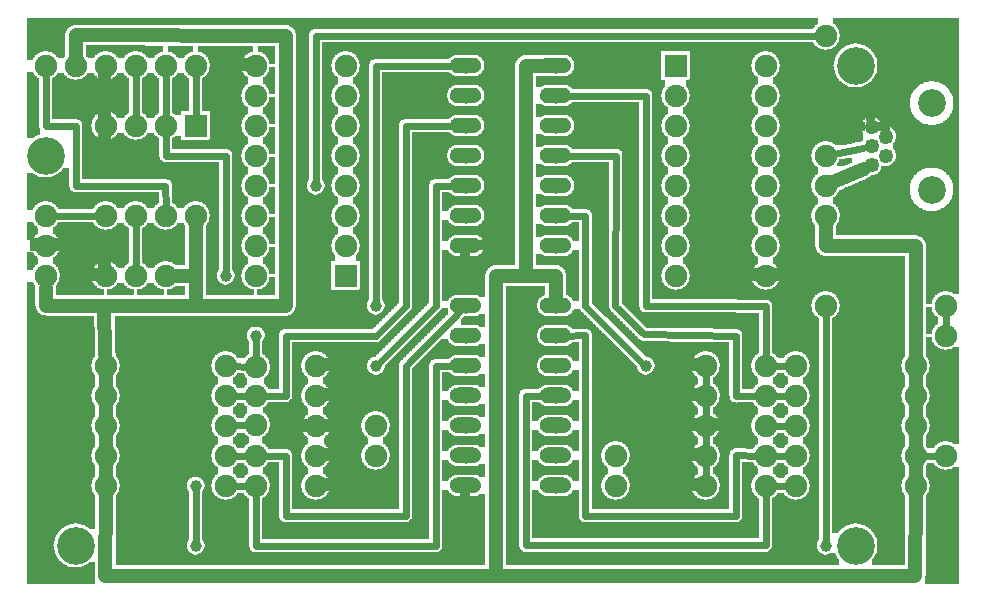
<source format=gtl>
G04 MADE WITH FRITZING*
G04 WWW.FRITZING.ORG*
G04 DOUBLE SIDED*
G04 HOLES PLATED*
G04 CONTOUR ON CENTER OF CONTOUR VECTOR*
%ASAXBY*%
%FSLAX23Y23*%
%MOIN*%
%OFA0B0*%
%SFA1.0B1.0*%
%ADD10C,0.075000*%
%ADD11C,0.052000*%
%ADD12C,0.075433*%
%ADD13C,0.039370*%
%ADD14C,0.049370*%
%ADD15C,0.092677*%
%ADD16C,0.125984*%
%ADD17R,0.075000X0.075000*%
%ADD18C,0.024000*%
%ADD19C,0.048000*%
%ADD20R,0.001000X0.001000*%
%LNCOPPER1*%
G90*
G70*
G54D10*
X693Y1732D03*
X1922Y1582D03*
X204Y1063D03*
X484Y1164D03*
X109Y869D03*
X2893Y1855D03*
X3096Y744D03*
X3095Y343D03*
G54D11*
X1502Y969D03*
X1502Y869D03*
X1502Y769D03*
X1502Y669D03*
X1502Y569D03*
X1502Y469D03*
X1502Y369D03*
X1802Y369D03*
X1802Y469D03*
X1802Y569D03*
X1802Y669D03*
X1802Y769D03*
X1802Y869D03*
X1802Y969D03*
X1502Y969D03*
X1502Y869D03*
X1502Y769D03*
X1502Y669D03*
X1502Y569D03*
X1502Y469D03*
X1502Y369D03*
X1802Y369D03*
X1802Y469D03*
X1802Y569D03*
X1802Y669D03*
X1802Y769D03*
X1802Y869D03*
X1802Y969D03*
X1502Y1769D03*
X1502Y1669D03*
X1502Y1569D03*
X1502Y1469D03*
X1502Y1369D03*
X1502Y1269D03*
X1502Y1169D03*
X1802Y1169D03*
X1802Y1269D03*
X1802Y1369D03*
X1802Y1469D03*
X1802Y1569D03*
X1802Y1669D03*
X1802Y1769D03*
X1502Y1769D03*
X1502Y1669D03*
X1502Y1569D03*
X1502Y1469D03*
X1502Y1369D03*
X1502Y1269D03*
X1502Y1169D03*
X1802Y1169D03*
X1802Y1269D03*
X1802Y1369D03*
X1802Y1469D03*
X1802Y1569D03*
X1802Y1669D03*
X1802Y1769D03*
G54D10*
X1102Y1069D03*
X802Y1069D03*
X1102Y1169D03*
X802Y1169D03*
X1102Y1269D03*
X802Y1269D03*
X1102Y1369D03*
X802Y1369D03*
X1102Y1469D03*
X802Y1469D03*
X1102Y1569D03*
X802Y1569D03*
X1102Y1669D03*
X802Y1669D03*
X1102Y1769D03*
X802Y1769D03*
X2202Y1769D03*
X2502Y1769D03*
X2202Y1669D03*
X2502Y1669D03*
X2202Y1569D03*
X2502Y1569D03*
X2202Y1469D03*
X2502Y1469D03*
X2202Y1369D03*
X2502Y1369D03*
X2202Y1269D03*
X2502Y1269D03*
X2202Y1169D03*
X2502Y1169D03*
X2202Y1069D03*
X2502Y1069D03*
G54D12*
X2502Y369D03*
X2502Y469D03*
X2502Y569D03*
X2502Y669D03*
X2502Y769D03*
X2302Y369D03*
X2302Y469D03*
X2302Y569D03*
X2302Y669D03*
X2302Y769D03*
G54D10*
X302Y369D03*
X702Y369D03*
X302Y469D03*
X702Y469D03*
X302Y669D03*
X702Y669D03*
X302Y569D03*
X702Y569D03*
X302Y769D03*
X702Y769D03*
X2602Y369D03*
X3002Y369D03*
X2602Y469D03*
X3002Y469D03*
X2602Y569D03*
X3002Y569D03*
X2602Y669D03*
X3002Y669D03*
X2602Y769D03*
X3002Y769D03*
G54D13*
X2102Y769D03*
G54D12*
X1002Y769D03*
X1002Y669D03*
X1003Y567D03*
X1002Y469D03*
X1002Y369D03*
X802Y765D03*
X802Y669D03*
X802Y572D03*
X802Y469D03*
X802Y369D03*
G54D13*
X1203Y768D03*
X802Y869D03*
X1202Y969D03*
G54D10*
X602Y1569D03*
X602Y1269D03*
X502Y1569D03*
X502Y1269D03*
X402Y1569D03*
X402Y1269D03*
X302Y1569D03*
X302Y1269D03*
G54D12*
X102Y1769D03*
X102Y1269D03*
X102Y1169D03*
X402Y1069D03*
X302Y1069D03*
X502Y1069D03*
X502Y1769D03*
X602Y1769D03*
X402Y1769D03*
X302Y1769D03*
X202Y1769D03*
X102Y1069D03*
X2702Y1369D03*
X2702Y1269D03*
G54D14*
X2855Y1437D03*
X2855Y1500D03*
X2855Y1563D03*
X2902Y1469D03*
X2902Y1532D03*
G54D15*
X3055Y1644D03*
X3055Y1356D03*
G54D12*
X2002Y469D03*
X2002Y369D03*
X1202Y469D03*
X1202Y569D03*
G54D13*
X702Y1069D03*
X602Y369D03*
X602Y169D03*
X2702Y169D03*
G54D10*
X2702Y969D03*
X3102Y969D03*
X3102Y869D03*
X3102Y469D03*
G54D13*
X1002Y1369D03*
G54D10*
X2702Y1869D03*
X2702Y1469D03*
G54D16*
X2802Y1769D03*
X2802Y169D03*
X202Y169D03*
X102Y1469D03*
G54D17*
X1102Y1069D03*
X2202Y1769D03*
X602Y1569D03*
G54D18*
X2302Y698D02*
X2302Y740D01*
D02*
X2302Y640D02*
X2302Y598D01*
D02*
X2302Y540D02*
X2302Y498D01*
D02*
X2302Y440D02*
X2302Y398D01*
G54D19*
D02*
X3002Y697D02*
X3002Y740D01*
D02*
X3002Y597D02*
X3002Y640D01*
D02*
X3002Y540D02*
X3002Y497D01*
D02*
X3002Y440D02*
X3002Y397D01*
G54D18*
D02*
X2573Y769D02*
X2531Y769D01*
D02*
X2573Y669D02*
X2531Y669D01*
D02*
X2573Y569D02*
X2531Y569D01*
D02*
X2573Y469D02*
X2531Y469D01*
D02*
X2573Y369D02*
X2531Y369D01*
D02*
X2102Y968D02*
X2502Y967D01*
D02*
X2102Y1669D02*
X2102Y968D01*
D02*
X2502Y967D02*
X2502Y798D01*
D02*
X1829Y1669D02*
X2102Y1669D01*
D02*
X2096Y873D02*
X2403Y868D01*
D02*
X2001Y968D02*
X2096Y873D01*
D02*
X2003Y1469D02*
X2001Y968D01*
D02*
X2403Y868D02*
X2403Y667D01*
D02*
X2403Y667D02*
X2473Y668D01*
D02*
X1829Y1469D02*
X2003Y1469D01*
D02*
X1901Y870D02*
X1901Y268D01*
D02*
X1901Y268D02*
X2403Y269D01*
D02*
X2403Y269D02*
X2403Y470D01*
D02*
X2403Y470D02*
X2473Y469D01*
D02*
X1829Y869D02*
X1901Y870D01*
D02*
X1702Y669D02*
X1702Y170D01*
D02*
X1702Y170D02*
X2502Y170D01*
D02*
X2502Y170D02*
X2502Y340D01*
D02*
X1775Y669D02*
X1702Y669D01*
D02*
X1901Y968D02*
X2088Y782D01*
D02*
X1901Y1269D02*
X1901Y968D01*
D02*
X1829Y1269D02*
X1901Y1269D01*
G54D19*
D02*
X602Y968D02*
X297Y969D01*
D02*
X902Y968D02*
X602Y968D01*
D02*
X1702Y1069D02*
X1803Y1069D01*
D02*
X301Y69D02*
X1602Y68D01*
D02*
X903Y1869D02*
X902Y968D01*
D02*
X1602Y1069D02*
X1702Y1069D01*
D02*
X1602Y68D02*
X1602Y1069D01*
D02*
X1803Y1069D02*
X1802Y996D01*
D02*
X3001Y69D02*
X3002Y340D01*
D02*
X1602Y68D02*
X3001Y69D01*
G54D18*
D02*
X774Y766D02*
X731Y768D01*
D02*
X773Y669D02*
X731Y669D01*
D02*
X774Y571D02*
X731Y570D01*
G54D19*
D02*
X297Y969D02*
X301Y808D01*
D02*
X302Y740D02*
X302Y697D01*
D02*
X302Y640D02*
X302Y597D01*
D02*
X302Y540D02*
X302Y497D01*
D02*
X302Y440D02*
X302Y397D01*
D02*
X301Y69D02*
X302Y340D01*
G54D18*
D02*
X773Y469D02*
X731Y469D01*
D02*
X773Y369D02*
X731Y369D01*
D02*
X802Y168D02*
X802Y340D01*
D02*
X1403Y168D02*
X802Y168D01*
D02*
X1403Y768D02*
X1403Y168D01*
D02*
X1475Y769D02*
X1403Y768D01*
D02*
X1302Y768D02*
X1302Y269D01*
D02*
X1302Y269D02*
X902Y269D01*
D02*
X902Y269D02*
X902Y469D01*
D02*
X902Y469D02*
X831Y469D01*
D02*
X1483Y950D02*
X1302Y768D01*
D02*
X1403Y1368D02*
X1403Y969D01*
D02*
X1403Y969D02*
X1216Y782D01*
D02*
X1475Y1369D02*
X1403Y1368D01*
D02*
X1302Y968D02*
X1203Y869D01*
D02*
X1302Y1569D02*
X1302Y968D01*
D02*
X1203Y869D02*
X902Y869D01*
D02*
X902Y869D02*
X902Y669D01*
D02*
X902Y669D02*
X831Y669D01*
D02*
X1475Y1569D02*
X1302Y1569D01*
D02*
X1203Y1769D02*
X1202Y988D01*
D02*
X802Y850D02*
X802Y794D01*
D02*
X1475Y1769D02*
X1203Y1769D01*
G54D19*
D02*
X602Y1069D02*
X602Y1240D01*
D02*
X602Y968D02*
X602Y1069D01*
G54D18*
D02*
X102Y1568D02*
X203Y1568D01*
D02*
X203Y1568D02*
X203Y1368D01*
D02*
X102Y1740D02*
X102Y1568D01*
D02*
X203Y1368D02*
X501Y1368D01*
D02*
X501Y1368D02*
X502Y1297D01*
D02*
X273Y1269D02*
X131Y1269D01*
D02*
X402Y1098D02*
X402Y1240D01*
G54D19*
D02*
X602Y1069D02*
X531Y1069D01*
G54D18*
D02*
X602Y1597D02*
X602Y1740D01*
D02*
X502Y1597D02*
X502Y1740D01*
D02*
X402Y1597D02*
X402Y1740D01*
G54D19*
D02*
X202Y1870D02*
X202Y1798D01*
D02*
X903Y1869D02*
X202Y1870D01*
D02*
X103Y969D02*
X102Y1029D01*
D02*
X297Y969D02*
X103Y969D01*
D02*
X3002Y1168D02*
X2703Y1168D01*
D02*
X3002Y797D02*
X3002Y1168D01*
D02*
X2703Y1168D02*
X2702Y1240D01*
D02*
X2728Y1380D02*
X2829Y1426D01*
D02*
X1702Y1768D02*
X1775Y1769D01*
D02*
X1702Y1069D02*
X1702Y1768D01*
G54D18*
D02*
X702Y1469D02*
X502Y1469D01*
D02*
X502Y1469D02*
X502Y1540D01*
D02*
X702Y1088D02*
X702Y1469D01*
D02*
X602Y188D02*
X602Y350D01*
D02*
X3031Y469D02*
X3073Y469D01*
D02*
X3102Y940D02*
X3102Y897D01*
D02*
X2702Y940D02*
X2702Y188D01*
D02*
X1002Y1869D02*
X1002Y1388D01*
D02*
X2673Y1869D02*
X1002Y1869D01*
D02*
X2730Y1474D02*
X2827Y1495D01*
G36*
X236Y1837D02*
X236Y1817D01*
X410Y1817D01*
X410Y1815D01*
X418Y1815D01*
X418Y1813D01*
X422Y1813D01*
X422Y1811D01*
X426Y1811D01*
X426Y1809D01*
X430Y1809D01*
X430Y1807D01*
X432Y1807D01*
X432Y1805D01*
X434Y1805D01*
X434Y1803D01*
X436Y1803D01*
X436Y1801D01*
X438Y1801D01*
X438Y1799D01*
X440Y1799D01*
X440Y1797D01*
X442Y1797D01*
X442Y1793D01*
X462Y1793D01*
X462Y1797D01*
X464Y1797D01*
X464Y1799D01*
X466Y1799D01*
X466Y1801D01*
X468Y1801D01*
X468Y1803D01*
X470Y1803D01*
X470Y1805D01*
X472Y1805D01*
X472Y1807D01*
X474Y1807D01*
X474Y1809D01*
X478Y1809D01*
X478Y1811D01*
X482Y1811D01*
X482Y1813D01*
X486Y1813D01*
X486Y1815D01*
X494Y1815D01*
X494Y1835D01*
X434Y1835D01*
X434Y1837D01*
X236Y1837D01*
G37*
D02*
G36*
X236Y1817D02*
X236Y1801D01*
X238Y1801D01*
X238Y1799D01*
X240Y1799D01*
X240Y1797D01*
X242Y1797D01*
X242Y1793D01*
X262Y1793D01*
X262Y1797D01*
X264Y1797D01*
X264Y1799D01*
X266Y1799D01*
X266Y1801D01*
X268Y1801D01*
X268Y1803D01*
X270Y1803D01*
X270Y1805D01*
X272Y1805D01*
X272Y1807D01*
X274Y1807D01*
X274Y1809D01*
X278Y1809D01*
X278Y1811D01*
X282Y1811D01*
X282Y1813D01*
X286Y1813D01*
X286Y1815D01*
X294Y1815D01*
X294Y1817D01*
X236Y1817D01*
G37*
D02*
G36*
X310Y1817D02*
X310Y1815D01*
X318Y1815D01*
X318Y1813D01*
X322Y1813D01*
X322Y1811D01*
X326Y1811D01*
X326Y1809D01*
X330Y1809D01*
X330Y1807D01*
X332Y1807D01*
X332Y1805D01*
X334Y1805D01*
X334Y1803D01*
X336Y1803D01*
X336Y1801D01*
X338Y1801D01*
X338Y1799D01*
X340Y1799D01*
X340Y1797D01*
X342Y1797D01*
X342Y1793D01*
X362Y1793D01*
X362Y1797D01*
X364Y1797D01*
X364Y1799D01*
X366Y1799D01*
X366Y1801D01*
X368Y1801D01*
X368Y1803D01*
X370Y1803D01*
X370Y1805D01*
X372Y1805D01*
X372Y1807D01*
X374Y1807D01*
X374Y1809D01*
X378Y1809D01*
X378Y1811D01*
X382Y1811D01*
X382Y1813D01*
X386Y1813D01*
X386Y1815D01*
X394Y1815D01*
X394Y1817D01*
X310Y1817D01*
G37*
D02*
G36*
X510Y1835D02*
X510Y1815D01*
X518Y1815D01*
X518Y1813D01*
X522Y1813D01*
X522Y1811D01*
X526Y1811D01*
X526Y1809D01*
X530Y1809D01*
X530Y1807D01*
X532Y1807D01*
X532Y1805D01*
X534Y1805D01*
X534Y1803D01*
X536Y1803D01*
X536Y1801D01*
X538Y1801D01*
X538Y1799D01*
X540Y1799D01*
X540Y1797D01*
X542Y1797D01*
X542Y1793D01*
X562Y1793D01*
X562Y1797D01*
X564Y1797D01*
X564Y1799D01*
X566Y1799D01*
X566Y1801D01*
X568Y1801D01*
X568Y1803D01*
X570Y1803D01*
X570Y1805D01*
X572Y1805D01*
X572Y1807D01*
X574Y1807D01*
X574Y1809D01*
X578Y1809D01*
X578Y1811D01*
X582Y1811D01*
X582Y1813D01*
X586Y1813D01*
X586Y1815D01*
X594Y1815D01*
X594Y1835D01*
X510Y1835D01*
G37*
D02*
G36*
X810Y1835D02*
X810Y1815D01*
X816Y1815D01*
X816Y1813D01*
X822Y1813D01*
X822Y1811D01*
X826Y1811D01*
X826Y1809D01*
X830Y1809D01*
X830Y1807D01*
X832Y1807D01*
X832Y1805D01*
X834Y1805D01*
X834Y1803D01*
X836Y1803D01*
X836Y1801D01*
X838Y1801D01*
X838Y1799D01*
X840Y1799D01*
X840Y1795D01*
X842Y1795D01*
X842Y1793D01*
X844Y1793D01*
X844Y1789D01*
X846Y1789D01*
X846Y1783D01*
X848Y1783D01*
X848Y1775D01*
X868Y1775D01*
X868Y1835D01*
X810Y1835D01*
G37*
D02*
G36*
X848Y1763D02*
X848Y1755D01*
X846Y1755D01*
X846Y1749D01*
X844Y1749D01*
X844Y1745D01*
X842Y1745D01*
X842Y1743D01*
X840Y1743D01*
X840Y1739D01*
X838Y1739D01*
X838Y1737D01*
X836Y1737D01*
X836Y1735D01*
X834Y1735D01*
X834Y1733D01*
X832Y1733D01*
X832Y1731D01*
X828Y1731D01*
X828Y1729D01*
X826Y1729D01*
X826Y1709D01*
X830Y1709D01*
X830Y1707D01*
X832Y1707D01*
X832Y1705D01*
X834Y1705D01*
X834Y1703D01*
X836Y1703D01*
X836Y1701D01*
X838Y1701D01*
X838Y1699D01*
X840Y1699D01*
X840Y1695D01*
X842Y1695D01*
X842Y1693D01*
X844Y1693D01*
X844Y1689D01*
X846Y1689D01*
X846Y1683D01*
X848Y1683D01*
X848Y1675D01*
X868Y1675D01*
X868Y1763D01*
X848Y1763D01*
G37*
D02*
G36*
X40Y1749D02*
X40Y1529D01*
X62Y1529D01*
X62Y1531D01*
X66Y1531D01*
X66Y1533D01*
X68Y1533D01*
X68Y1535D01*
X72Y1535D01*
X72Y1537D01*
X78Y1537D01*
X78Y1539D01*
X82Y1539D01*
X82Y1561D01*
X80Y1561D01*
X80Y1727D01*
X78Y1727D01*
X78Y1729D01*
X74Y1729D01*
X74Y1731D01*
X72Y1731D01*
X72Y1733D01*
X70Y1733D01*
X70Y1735D01*
X68Y1735D01*
X68Y1737D01*
X66Y1737D01*
X66Y1739D01*
X64Y1739D01*
X64Y1741D01*
X62Y1741D01*
X62Y1745D01*
X60Y1745D01*
X60Y1749D01*
X40Y1749D01*
G37*
D02*
G36*
X610Y1835D02*
X610Y1815D01*
X618Y1815D01*
X618Y1813D01*
X622Y1813D01*
X622Y1811D01*
X626Y1811D01*
X626Y1809D01*
X630Y1809D01*
X630Y1807D01*
X632Y1807D01*
X632Y1805D01*
X634Y1805D01*
X634Y1803D01*
X636Y1803D01*
X636Y1801D01*
X638Y1801D01*
X638Y1799D01*
X640Y1799D01*
X640Y1797D01*
X642Y1797D01*
X642Y1793D01*
X644Y1793D01*
X644Y1789D01*
X646Y1789D01*
X646Y1785D01*
X648Y1785D01*
X648Y1777D01*
X650Y1777D01*
X650Y1763D01*
X648Y1763D01*
X648Y1755D01*
X646Y1755D01*
X646Y1749D01*
X644Y1749D01*
X644Y1745D01*
X642Y1745D01*
X642Y1743D01*
X640Y1743D01*
X640Y1739D01*
X638Y1739D01*
X638Y1737D01*
X636Y1737D01*
X636Y1735D01*
X634Y1735D01*
X634Y1733D01*
X632Y1733D01*
X632Y1731D01*
X628Y1731D01*
X628Y1729D01*
X626Y1729D01*
X626Y1727D01*
X624Y1727D01*
X624Y1617D01*
X650Y1617D01*
X650Y1523D01*
X648Y1523D01*
X648Y1521D01*
X778Y1521D01*
X778Y1529D01*
X776Y1529D01*
X776Y1531D01*
X772Y1531D01*
X772Y1533D01*
X770Y1533D01*
X770Y1535D01*
X768Y1535D01*
X768Y1537D01*
X766Y1537D01*
X766Y1539D01*
X764Y1539D01*
X764Y1543D01*
X762Y1543D01*
X762Y1545D01*
X760Y1545D01*
X760Y1549D01*
X758Y1549D01*
X758Y1555D01*
X756Y1555D01*
X756Y1563D01*
X754Y1563D01*
X754Y1575D01*
X756Y1575D01*
X756Y1583D01*
X758Y1583D01*
X758Y1589D01*
X760Y1589D01*
X760Y1593D01*
X762Y1593D01*
X762Y1597D01*
X764Y1597D01*
X764Y1599D01*
X766Y1599D01*
X766Y1601D01*
X768Y1601D01*
X768Y1603D01*
X770Y1603D01*
X770Y1605D01*
X772Y1605D01*
X772Y1607D01*
X774Y1607D01*
X774Y1609D01*
X778Y1609D01*
X778Y1629D01*
X776Y1629D01*
X776Y1631D01*
X772Y1631D01*
X772Y1633D01*
X770Y1633D01*
X770Y1635D01*
X768Y1635D01*
X768Y1637D01*
X766Y1637D01*
X766Y1639D01*
X764Y1639D01*
X764Y1643D01*
X762Y1643D01*
X762Y1645D01*
X760Y1645D01*
X760Y1649D01*
X758Y1649D01*
X758Y1655D01*
X756Y1655D01*
X756Y1663D01*
X754Y1663D01*
X754Y1675D01*
X756Y1675D01*
X756Y1683D01*
X758Y1683D01*
X758Y1689D01*
X760Y1689D01*
X760Y1693D01*
X762Y1693D01*
X762Y1697D01*
X764Y1697D01*
X764Y1699D01*
X766Y1699D01*
X766Y1701D01*
X768Y1701D01*
X768Y1703D01*
X770Y1703D01*
X770Y1705D01*
X772Y1705D01*
X772Y1707D01*
X774Y1707D01*
X774Y1709D01*
X778Y1709D01*
X778Y1729D01*
X776Y1729D01*
X776Y1731D01*
X772Y1731D01*
X772Y1733D01*
X770Y1733D01*
X770Y1735D01*
X768Y1735D01*
X768Y1737D01*
X766Y1737D01*
X766Y1739D01*
X764Y1739D01*
X764Y1743D01*
X762Y1743D01*
X762Y1745D01*
X760Y1745D01*
X760Y1749D01*
X758Y1749D01*
X758Y1755D01*
X756Y1755D01*
X756Y1763D01*
X754Y1763D01*
X754Y1775D01*
X756Y1775D01*
X756Y1783D01*
X758Y1783D01*
X758Y1789D01*
X760Y1789D01*
X760Y1793D01*
X762Y1793D01*
X762Y1797D01*
X764Y1797D01*
X764Y1799D01*
X766Y1799D01*
X766Y1801D01*
X768Y1801D01*
X768Y1803D01*
X770Y1803D01*
X770Y1805D01*
X772Y1805D01*
X772Y1807D01*
X774Y1807D01*
X774Y1809D01*
X778Y1809D01*
X778Y1811D01*
X782Y1811D01*
X782Y1813D01*
X786Y1813D01*
X786Y1815D01*
X794Y1815D01*
X794Y1835D01*
X610Y1835D01*
G37*
D02*
G36*
X142Y1745D02*
X142Y1743D01*
X140Y1743D01*
X140Y1739D01*
X138Y1739D01*
X138Y1737D01*
X136Y1737D01*
X136Y1735D01*
X134Y1735D01*
X134Y1733D01*
X132Y1733D01*
X132Y1731D01*
X128Y1731D01*
X128Y1729D01*
X126Y1729D01*
X126Y1727D01*
X124Y1727D01*
X124Y1721D01*
X196Y1721D01*
X196Y1723D01*
X188Y1723D01*
X188Y1725D01*
X182Y1725D01*
X182Y1727D01*
X178Y1727D01*
X178Y1729D01*
X174Y1729D01*
X174Y1731D01*
X172Y1731D01*
X172Y1733D01*
X170Y1733D01*
X170Y1735D01*
X168Y1735D01*
X168Y1737D01*
X166Y1737D01*
X166Y1739D01*
X164Y1739D01*
X164Y1741D01*
X162Y1741D01*
X162Y1745D01*
X142Y1745D01*
G37*
D02*
G36*
X242Y1745D02*
X242Y1743D01*
X240Y1743D01*
X240Y1739D01*
X238Y1739D01*
X238Y1737D01*
X236Y1737D01*
X236Y1735D01*
X234Y1735D01*
X234Y1733D01*
X232Y1733D01*
X232Y1731D01*
X228Y1731D01*
X228Y1729D01*
X226Y1729D01*
X226Y1727D01*
X222Y1727D01*
X222Y1725D01*
X216Y1725D01*
X216Y1723D01*
X208Y1723D01*
X208Y1721D01*
X296Y1721D01*
X296Y1723D01*
X288Y1723D01*
X288Y1725D01*
X282Y1725D01*
X282Y1727D01*
X278Y1727D01*
X278Y1729D01*
X274Y1729D01*
X274Y1731D01*
X272Y1731D01*
X272Y1733D01*
X270Y1733D01*
X270Y1735D01*
X268Y1735D01*
X268Y1737D01*
X266Y1737D01*
X266Y1739D01*
X264Y1739D01*
X264Y1741D01*
X262Y1741D01*
X262Y1745D01*
X242Y1745D01*
G37*
D02*
G36*
X342Y1745D02*
X342Y1743D01*
X340Y1743D01*
X340Y1739D01*
X338Y1739D01*
X338Y1737D01*
X336Y1737D01*
X336Y1735D01*
X334Y1735D01*
X334Y1733D01*
X332Y1733D01*
X332Y1731D01*
X328Y1731D01*
X328Y1729D01*
X326Y1729D01*
X326Y1727D01*
X322Y1727D01*
X322Y1725D01*
X316Y1725D01*
X316Y1723D01*
X308Y1723D01*
X308Y1721D01*
X380Y1721D01*
X380Y1727D01*
X378Y1727D01*
X378Y1729D01*
X374Y1729D01*
X374Y1731D01*
X372Y1731D01*
X372Y1733D01*
X370Y1733D01*
X370Y1735D01*
X368Y1735D01*
X368Y1737D01*
X366Y1737D01*
X366Y1739D01*
X364Y1739D01*
X364Y1741D01*
X362Y1741D01*
X362Y1745D01*
X342Y1745D01*
G37*
D02*
G36*
X124Y1721D02*
X124Y1719D01*
X380Y1719D01*
X380Y1721D01*
X124Y1721D01*
G37*
D02*
G36*
X124Y1721D02*
X124Y1719D01*
X380Y1719D01*
X380Y1721D01*
X124Y1721D01*
G37*
D02*
G36*
X124Y1721D02*
X124Y1719D01*
X380Y1719D01*
X380Y1721D01*
X124Y1721D01*
G37*
D02*
G36*
X124Y1719D02*
X124Y1617D01*
X310Y1617D01*
X310Y1615D01*
X316Y1615D01*
X316Y1613D01*
X322Y1613D01*
X322Y1611D01*
X326Y1611D01*
X326Y1609D01*
X330Y1609D01*
X330Y1607D01*
X332Y1607D01*
X332Y1605D01*
X334Y1605D01*
X334Y1603D01*
X336Y1603D01*
X336Y1601D01*
X338Y1601D01*
X338Y1599D01*
X340Y1599D01*
X340Y1595D01*
X342Y1595D01*
X342Y1593D01*
X362Y1593D01*
X362Y1597D01*
X364Y1597D01*
X364Y1599D01*
X366Y1599D01*
X366Y1601D01*
X368Y1601D01*
X368Y1603D01*
X370Y1603D01*
X370Y1605D01*
X372Y1605D01*
X372Y1607D01*
X374Y1607D01*
X374Y1609D01*
X378Y1609D01*
X378Y1611D01*
X380Y1611D01*
X380Y1719D01*
X124Y1719D01*
G37*
D02*
G36*
X124Y1617D02*
X124Y1591D01*
X208Y1591D01*
X208Y1589D01*
X214Y1589D01*
X214Y1587D01*
X216Y1587D01*
X216Y1585D01*
X218Y1585D01*
X218Y1583D01*
X220Y1583D01*
X220Y1581D01*
X222Y1581D01*
X222Y1577D01*
X224Y1577D01*
X224Y1521D01*
X298Y1521D01*
X298Y1523D01*
X288Y1523D01*
X288Y1525D01*
X282Y1525D01*
X282Y1527D01*
X278Y1527D01*
X278Y1529D01*
X276Y1529D01*
X276Y1531D01*
X272Y1531D01*
X272Y1533D01*
X270Y1533D01*
X270Y1535D01*
X268Y1535D01*
X268Y1537D01*
X266Y1537D01*
X266Y1539D01*
X264Y1539D01*
X264Y1543D01*
X262Y1543D01*
X262Y1545D01*
X260Y1545D01*
X260Y1549D01*
X258Y1549D01*
X258Y1555D01*
X256Y1555D01*
X256Y1563D01*
X254Y1563D01*
X254Y1575D01*
X256Y1575D01*
X256Y1583D01*
X258Y1583D01*
X258Y1589D01*
X260Y1589D01*
X260Y1593D01*
X262Y1593D01*
X262Y1597D01*
X264Y1597D01*
X264Y1599D01*
X266Y1599D01*
X266Y1601D01*
X268Y1601D01*
X268Y1603D01*
X270Y1603D01*
X270Y1605D01*
X272Y1605D01*
X272Y1607D01*
X274Y1607D01*
X274Y1609D01*
X278Y1609D01*
X278Y1611D01*
X282Y1611D01*
X282Y1613D01*
X286Y1613D01*
X286Y1615D01*
X294Y1615D01*
X294Y1617D01*
X124Y1617D01*
G37*
D02*
G36*
X342Y1545D02*
X342Y1543D01*
X340Y1543D01*
X340Y1539D01*
X338Y1539D01*
X338Y1537D01*
X336Y1537D01*
X336Y1535D01*
X334Y1535D01*
X334Y1533D01*
X332Y1533D01*
X332Y1531D01*
X328Y1531D01*
X328Y1529D01*
X326Y1529D01*
X326Y1527D01*
X322Y1527D01*
X322Y1525D01*
X316Y1525D01*
X316Y1523D01*
X306Y1523D01*
X306Y1521D01*
X398Y1521D01*
X398Y1523D01*
X388Y1523D01*
X388Y1525D01*
X382Y1525D01*
X382Y1527D01*
X378Y1527D01*
X378Y1529D01*
X376Y1529D01*
X376Y1531D01*
X372Y1531D01*
X372Y1533D01*
X370Y1533D01*
X370Y1535D01*
X368Y1535D01*
X368Y1537D01*
X366Y1537D01*
X366Y1539D01*
X364Y1539D01*
X364Y1543D01*
X362Y1543D01*
X362Y1545D01*
X342Y1545D01*
G37*
D02*
G36*
X442Y1545D02*
X442Y1543D01*
X440Y1543D01*
X440Y1539D01*
X438Y1539D01*
X438Y1537D01*
X436Y1537D01*
X436Y1535D01*
X434Y1535D01*
X434Y1533D01*
X432Y1533D01*
X432Y1531D01*
X428Y1531D01*
X428Y1529D01*
X426Y1529D01*
X426Y1527D01*
X422Y1527D01*
X422Y1525D01*
X416Y1525D01*
X416Y1523D01*
X406Y1523D01*
X406Y1521D01*
X480Y1521D01*
X480Y1527D01*
X478Y1527D01*
X478Y1529D01*
X476Y1529D01*
X476Y1531D01*
X472Y1531D01*
X472Y1533D01*
X470Y1533D01*
X470Y1535D01*
X468Y1535D01*
X468Y1537D01*
X466Y1537D01*
X466Y1539D01*
X464Y1539D01*
X464Y1543D01*
X462Y1543D01*
X462Y1545D01*
X442Y1545D01*
G37*
D02*
G36*
X534Y1535D02*
X534Y1533D01*
X532Y1533D01*
X532Y1531D01*
X528Y1531D01*
X528Y1529D01*
X526Y1529D01*
X526Y1527D01*
X524Y1527D01*
X524Y1521D01*
X554Y1521D01*
X554Y1535D01*
X534Y1535D01*
G37*
D02*
G36*
X224Y1521D02*
X224Y1519D01*
X480Y1519D01*
X480Y1521D01*
X224Y1521D01*
G37*
D02*
G36*
X224Y1521D02*
X224Y1519D01*
X480Y1519D01*
X480Y1521D01*
X224Y1521D01*
G37*
D02*
G36*
X224Y1521D02*
X224Y1519D01*
X480Y1519D01*
X480Y1521D01*
X224Y1521D01*
G37*
D02*
G36*
X524Y1521D02*
X524Y1519D01*
X778Y1519D01*
X778Y1521D01*
X524Y1521D01*
G37*
D02*
G36*
X524Y1521D02*
X524Y1519D01*
X778Y1519D01*
X778Y1521D01*
X524Y1521D01*
G37*
D02*
G36*
X224Y1519D02*
X224Y1391D01*
X508Y1391D01*
X508Y1389D01*
X512Y1389D01*
X512Y1387D01*
X516Y1387D01*
X516Y1385D01*
X518Y1385D01*
X518Y1383D01*
X520Y1383D01*
X520Y1379D01*
X522Y1379D01*
X522Y1373D01*
X524Y1373D01*
X524Y1317D01*
X610Y1317D01*
X610Y1315D01*
X616Y1315D01*
X616Y1313D01*
X622Y1313D01*
X622Y1311D01*
X626Y1311D01*
X626Y1309D01*
X630Y1309D01*
X630Y1307D01*
X632Y1307D01*
X632Y1305D01*
X634Y1305D01*
X634Y1303D01*
X636Y1303D01*
X636Y1301D01*
X638Y1301D01*
X638Y1299D01*
X640Y1299D01*
X640Y1295D01*
X642Y1295D01*
X642Y1293D01*
X644Y1293D01*
X644Y1289D01*
X646Y1289D01*
X646Y1283D01*
X648Y1283D01*
X648Y1275D01*
X650Y1275D01*
X650Y1263D01*
X648Y1263D01*
X648Y1255D01*
X646Y1255D01*
X646Y1249D01*
X644Y1249D01*
X644Y1245D01*
X642Y1245D01*
X642Y1243D01*
X640Y1243D01*
X640Y1239D01*
X638Y1239D01*
X638Y1237D01*
X636Y1237D01*
X636Y1039D01*
X698Y1039D01*
X698Y1041D01*
X690Y1041D01*
X690Y1043D01*
X686Y1043D01*
X686Y1045D01*
X684Y1045D01*
X684Y1047D01*
X682Y1047D01*
X682Y1049D01*
X680Y1049D01*
X680Y1051D01*
X678Y1051D01*
X678Y1053D01*
X676Y1053D01*
X676Y1057D01*
X674Y1057D01*
X674Y1063D01*
X672Y1063D01*
X672Y1075D01*
X674Y1075D01*
X674Y1081D01*
X676Y1081D01*
X676Y1085D01*
X678Y1085D01*
X678Y1087D01*
X680Y1087D01*
X680Y1447D01*
X498Y1447D01*
X498Y1449D01*
X492Y1449D01*
X492Y1451D01*
X490Y1451D01*
X490Y1453D01*
X486Y1453D01*
X486Y1455D01*
X484Y1455D01*
X484Y1459D01*
X482Y1459D01*
X482Y1463D01*
X480Y1463D01*
X480Y1519D01*
X224Y1519D01*
G37*
D02*
G36*
X524Y1519D02*
X524Y1491D01*
X710Y1491D01*
X710Y1489D01*
X714Y1489D01*
X714Y1487D01*
X716Y1487D01*
X716Y1485D01*
X718Y1485D01*
X718Y1483D01*
X720Y1483D01*
X720Y1481D01*
X722Y1481D01*
X722Y1477D01*
X724Y1477D01*
X724Y1087D01*
X726Y1087D01*
X726Y1085D01*
X728Y1085D01*
X728Y1081D01*
X730Y1081D01*
X730Y1075D01*
X732Y1075D01*
X732Y1063D01*
X730Y1063D01*
X730Y1057D01*
X728Y1057D01*
X728Y1053D01*
X726Y1053D01*
X726Y1051D01*
X724Y1051D01*
X724Y1049D01*
X722Y1049D01*
X722Y1047D01*
X720Y1047D01*
X720Y1045D01*
X718Y1045D01*
X718Y1043D01*
X714Y1043D01*
X714Y1041D01*
X706Y1041D01*
X706Y1039D01*
X764Y1039D01*
X764Y1043D01*
X762Y1043D01*
X762Y1045D01*
X760Y1045D01*
X760Y1049D01*
X758Y1049D01*
X758Y1055D01*
X756Y1055D01*
X756Y1063D01*
X754Y1063D01*
X754Y1075D01*
X756Y1075D01*
X756Y1083D01*
X758Y1083D01*
X758Y1089D01*
X760Y1089D01*
X760Y1093D01*
X762Y1093D01*
X762Y1097D01*
X764Y1097D01*
X764Y1099D01*
X766Y1099D01*
X766Y1101D01*
X768Y1101D01*
X768Y1103D01*
X770Y1103D01*
X770Y1105D01*
X772Y1105D01*
X772Y1107D01*
X774Y1107D01*
X774Y1109D01*
X778Y1109D01*
X778Y1129D01*
X776Y1129D01*
X776Y1131D01*
X772Y1131D01*
X772Y1133D01*
X770Y1133D01*
X770Y1135D01*
X768Y1135D01*
X768Y1137D01*
X766Y1137D01*
X766Y1139D01*
X764Y1139D01*
X764Y1143D01*
X762Y1143D01*
X762Y1145D01*
X760Y1145D01*
X760Y1149D01*
X758Y1149D01*
X758Y1155D01*
X756Y1155D01*
X756Y1163D01*
X754Y1163D01*
X754Y1175D01*
X756Y1175D01*
X756Y1183D01*
X758Y1183D01*
X758Y1189D01*
X760Y1189D01*
X760Y1193D01*
X762Y1193D01*
X762Y1197D01*
X764Y1197D01*
X764Y1199D01*
X766Y1199D01*
X766Y1201D01*
X768Y1201D01*
X768Y1203D01*
X770Y1203D01*
X770Y1205D01*
X772Y1205D01*
X772Y1207D01*
X774Y1207D01*
X774Y1209D01*
X778Y1209D01*
X778Y1229D01*
X776Y1229D01*
X776Y1231D01*
X772Y1231D01*
X772Y1233D01*
X770Y1233D01*
X770Y1235D01*
X768Y1235D01*
X768Y1237D01*
X766Y1237D01*
X766Y1239D01*
X764Y1239D01*
X764Y1243D01*
X762Y1243D01*
X762Y1245D01*
X760Y1245D01*
X760Y1249D01*
X758Y1249D01*
X758Y1255D01*
X756Y1255D01*
X756Y1263D01*
X754Y1263D01*
X754Y1275D01*
X756Y1275D01*
X756Y1283D01*
X758Y1283D01*
X758Y1289D01*
X760Y1289D01*
X760Y1293D01*
X762Y1293D01*
X762Y1297D01*
X764Y1297D01*
X764Y1299D01*
X766Y1299D01*
X766Y1301D01*
X768Y1301D01*
X768Y1303D01*
X770Y1303D01*
X770Y1305D01*
X772Y1305D01*
X772Y1307D01*
X774Y1307D01*
X774Y1309D01*
X778Y1309D01*
X778Y1329D01*
X776Y1329D01*
X776Y1331D01*
X772Y1331D01*
X772Y1333D01*
X770Y1333D01*
X770Y1335D01*
X768Y1335D01*
X768Y1337D01*
X766Y1337D01*
X766Y1339D01*
X764Y1339D01*
X764Y1343D01*
X762Y1343D01*
X762Y1345D01*
X760Y1345D01*
X760Y1349D01*
X758Y1349D01*
X758Y1355D01*
X756Y1355D01*
X756Y1363D01*
X754Y1363D01*
X754Y1375D01*
X756Y1375D01*
X756Y1383D01*
X758Y1383D01*
X758Y1389D01*
X760Y1389D01*
X760Y1393D01*
X762Y1393D01*
X762Y1397D01*
X764Y1397D01*
X764Y1399D01*
X766Y1399D01*
X766Y1401D01*
X768Y1401D01*
X768Y1403D01*
X770Y1403D01*
X770Y1405D01*
X772Y1405D01*
X772Y1407D01*
X774Y1407D01*
X774Y1409D01*
X778Y1409D01*
X778Y1429D01*
X776Y1429D01*
X776Y1431D01*
X772Y1431D01*
X772Y1433D01*
X770Y1433D01*
X770Y1435D01*
X768Y1435D01*
X768Y1437D01*
X766Y1437D01*
X766Y1439D01*
X764Y1439D01*
X764Y1443D01*
X762Y1443D01*
X762Y1445D01*
X760Y1445D01*
X760Y1449D01*
X758Y1449D01*
X758Y1455D01*
X756Y1455D01*
X756Y1463D01*
X754Y1463D01*
X754Y1475D01*
X756Y1475D01*
X756Y1483D01*
X758Y1483D01*
X758Y1489D01*
X760Y1489D01*
X760Y1493D01*
X762Y1493D01*
X762Y1497D01*
X764Y1497D01*
X764Y1499D01*
X766Y1499D01*
X766Y1501D01*
X768Y1501D01*
X768Y1503D01*
X770Y1503D01*
X770Y1505D01*
X772Y1505D01*
X772Y1507D01*
X774Y1507D01*
X774Y1509D01*
X778Y1509D01*
X778Y1519D01*
X524Y1519D01*
G37*
D02*
G36*
X524Y1317D02*
X524Y1311D01*
X526Y1311D01*
X526Y1309D01*
X530Y1309D01*
X530Y1307D01*
X532Y1307D01*
X532Y1305D01*
X534Y1305D01*
X534Y1303D01*
X536Y1303D01*
X536Y1301D01*
X538Y1301D01*
X538Y1299D01*
X540Y1299D01*
X540Y1295D01*
X542Y1295D01*
X542Y1293D01*
X562Y1293D01*
X562Y1297D01*
X564Y1297D01*
X564Y1299D01*
X566Y1299D01*
X566Y1301D01*
X568Y1301D01*
X568Y1303D01*
X570Y1303D01*
X570Y1305D01*
X572Y1305D01*
X572Y1307D01*
X574Y1307D01*
X574Y1309D01*
X578Y1309D01*
X578Y1311D01*
X582Y1311D01*
X582Y1313D01*
X586Y1313D01*
X586Y1315D01*
X594Y1315D01*
X594Y1317D01*
X524Y1317D01*
G37*
D02*
G36*
X636Y1039D02*
X636Y1037D01*
X766Y1037D01*
X766Y1039D01*
X636Y1039D01*
G37*
D02*
G36*
X636Y1039D02*
X636Y1037D01*
X766Y1037D01*
X766Y1039D01*
X636Y1039D01*
G37*
D02*
G36*
X636Y1037D02*
X636Y1003D01*
X798Y1003D01*
X798Y1023D01*
X788Y1023D01*
X788Y1025D01*
X782Y1025D01*
X782Y1027D01*
X778Y1027D01*
X778Y1029D01*
X776Y1029D01*
X776Y1031D01*
X772Y1031D01*
X772Y1033D01*
X770Y1033D01*
X770Y1035D01*
X768Y1035D01*
X768Y1037D01*
X636Y1037D01*
G37*
D02*
G36*
X442Y1745D02*
X442Y1743D01*
X440Y1743D01*
X440Y1739D01*
X438Y1739D01*
X438Y1737D01*
X436Y1737D01*
X436Y1735D01*
X434Y1735D01*
X434Y1733D01*
X432Y1733D01*
X432Y1731D01*
X428Y1731D01*
X428Y1729D01*
X426Y1729D01*
X426Y1727D01*
X424Y1727D01*
X424Y1611D01*
X426Y1611D01*
X426Y1609D01*
X430Y1609D01*
X430Y1607D01*
X432Y1607D01*
X432Y1605D01*
X434Y1605D01*
X434Y1603D01*
X436Y1603D01*
X436Y1601D01*
X438Y1601D01*
X438Y1599D01*
X440Y1599D01*
X440Y1595D01*
X442Y1595D01*
X442Y1593D01*
X462Y1593D01*
X462Y1597D01*
X464Y1597D01*
X464Y1599D01*
X466Y1599D01*
X466Y1601D01*
X468Y1601D01*
X468Y1603D01*
X470Y1603D01*
X470Y1605D01*
X472Y1605D01*
X472Y1607D01*
X474Y1607D01*
X474Y1609D01*
X478Y1609D01*
X478Y1611D01*
X480Y1611D01*
X480Y1727D01*
X478Y1727D01*
X478Y1729D01*
X474Y1729D01*
X474Y1731D01*
X472Y1731D01*
X472Y1733D01*
X470Y1733D01*
X470Y1735D01*
X468Y1735D01*
X468Y1737D01*
X466Y1737D01*
X466Y1739D01*
X464Y1739D01*
X464Y1741D01*
X462Y1741D01*
X462Y1745D01*
X442Y1745D01*
G37*
D02*
G36*
X542Y1745D02*
X542Y1743D01*
X540Y1743D01*
X540Y1739D01*
X538Y1739D01*
X538Y1737D01*
X536Y1737D01*
X536Y1735D01*
X534Y1735D01*
X534Y1733D01*
X532Y1733D01*
X532Y1731D01*
X528Y1731D01*
X528Y1729D01*
X526Y1729D01*
X526Y1727D01*
X524Y1727D01*
X524Y1611D01*
X526Y1611D01*
X526Y1609D01*
X530Y1609D01*
X530Y1607D01*
X532Y1607D01*
X532Y1605D01*
X534Y1605D01*
X534Y1603D01*
X554Y1603D01*
X554Y1617D01*
X580Y1617D01*
X580Y1727D01*
X578Y1727D01*
X578Y1729D01*
X574Y1729D01*
X574Y1731D01*
X572Y1731D01*
X572Y1733D01*
X570Y1733D01*
X570Y1735D01*
X568Y1735D01*
X568Y1737D01*
X566Y1737D01*
X566Y1739D01*
X564Y1739D01*
X564Y1741D01*
X562Y1741D01*
X562Y1745D01*
X542Y1745D01*
G37*
D02*
G36*
X848Y1663D02*
X848Y1655D01*
X846Y1655D01*
X846Y1649D01*
X844Y1649D01*
X844Y1645D01*
X842Y1645D01*
X842Y1643D01*
X840Y1643D01*
X840Y1639D01*
X838Y1639D01*
X838Y1637D01*
X836Y1637D01*
X836Y1635D01*
X834Y1635D01*
X834Y1633D01*
X832Y1633D01*
X832Y1631D01*
X828Y1631D01*
X828Y1629D01*
X826Y1629D01*
X826Y1609D01*
X830Y1609D01*
X830Y1607D01*
X832Y1607D01*
X832Y1605D01*
X834Y1605D01*
X834Y1603D01*
X836Y1603D01*
X836Y1601D01*
X838Y1601D01*
X838Y1599D01*
X840Y1599D01*
X840Y1595D01*
X842Y1595D01*
X842Y1593D01*
X844Y1593D01*
X844Y1589D01*
X846Y1589D01*
X846Y1583D01*
X848Y1583D01*
X848Y1575D01*
X868Y1575D01*
X868Y1663D01*
X848Y1663D01*
G37*
D02*
G36*
X848Y1563D02*
X848Y1555D01*
X846Y1555D01*
X846Y1549D01*
X844Y1549D01*
X844Y1545D01*
X842Y1545D01*
X842Y1543D01*
X840Y1543D01*
X840Y1539D01*
X838Y1539D01*
X838Y1537D01*
X836Y1537D01*
X836Y1535D01*
X834Y1535D01*
X834Y1533D01*
X832Y1533D01*
X832Y1531D01*
X828Y1531D01*
X828Y1529D01*
X826Y1529D01*
X826Y1509D01*
X830Y1509D01*
X830Y1507D01*
X832Y1507D01*
X832Y1505D01*
X834Y1505D01*
X834Y1503D01*
X836Y1503D01*
X836Y1501D01*
X838Y1501D01*
X838Y1499D01*
X840Y1499D01*
X840Y1495D01*
X842Y1495D01*
X842Y1493D01*
X844Y1493D01*
X844Y1489D01*
X846Y1489D01*
X846Y1483D01*
X848Y1483D01*
X848Y1475D01*
X868Y1475D01*
X868Y1563D01*
X848Y1563D01*
G37*
D02*
G36*
X1856Y1647D02*
X1856Y1645D01*
X1854Y1645D01*
X1854Y1643D01*
X1852Y1643D01*
X1852Y1641D01*
X1848Y1641D01*
X1848Y1639D01*
X1846Y1639D01*
X1846Y1637D01*
X1842Y1637D01*
X1842Y1635D01*
X1834Y1635D01*
X1834Y1633D01*
X2080Y1633D01*
X2080Y1647D01*
X1856Y1647D01*
G37*
D02*
G36*
X1736Y1641D02*
X1736Y1633D01*
X1770Y1633D01*
X1770Y1635D01*
X1762Y1635D01*
X1762Y1637D01*
X1758Y1637D01*
X1758Y1639D01*
X1756Y1639D01*
X1756Y1641D01*
X1736Y1641D01*
G37*
D02*
G36*
X1736Y1633D02*
X1736Y1631D01*
X2080Y1631D01*
X2080Y1633D01*
X1736Y1633D01*
G37*
D02*
G36*
X1736Y1633D02*
X1736Y1631D01*
X2080Y1631D01*
X2080Y1633D01*
X1736Y1633D01*
G37*
D02*
G36*
X1736Y1631D02*
X1736Y1605D01*
X1836Y1605D01*
X1836Y1603D01*
X1842Y1603D01*
X1842Y1601D01*
X1846Y1601D01*
X1846Y1599D01*
X1850Y1599D01*
X1850Y1597D01*
X1852Y1597D01*
X1852Y1595D01*
X1854Y1595D01*
X1854Y1593D01*
X1856Y1593D01*
X1856Y1591D01*
X1858Y1591D01*
X1858Y1587D01*
X1860Y1587D01*
X1860Y1583D01*
X1862Y1583D01*
X1862Y1577D01*
X1864Y1577D01*
X1864Y1561D01*
X1862Y1561D01*
X1862Y1555D01*
X1860Y1555D01*
X1860Y1551D01*
X1858Y1551D01*
X1858Y1549D01*
X1856Y1549D01*
X1856Y1545D01*
X1854Y1545D01*
X1854Y1543D01*
X1852Y1543D01*
X1852Y1541D01*
X1848Y1541D01*
X1848Y1539D01*
X1846Y1539D01*
X1846Y1537D01*
X1842Y1537D01*
X1842Y1535D01*
X1834Y1535D01*
X1834Y1533D01*
X2080Y1533D01*
X2080Y1631D01*
X1736Y1631D01*
G37*
D02*
G36*
X1736Y1605D02*
X1736Y1599D01*
X1758Y1599D01*
X1758Y1601D01*
X1762Y1601D01*
X1762Y1603D01*
X1768Y1603D01*
X1768Y1605D01*
X1736Y1605D01*
G37*
D02*
G36*
X1736Y1541D02*
X1736Y1533D01*
X1770Y1533D01*
X1770Y1535D01*
X1762Y1535D01*
X1762Y1537D01*
X1758Y1537D01*
X1758Y1539D01*
X1756Y1539D01*
X1756Y1541D01*
X1736Y1541D01*
G37*
D02*
G36*
X1736Y1533D02*
X1736Y1531D01*
X2080Y1531D01*
X2080Y1533D01*
X1736Y1533D01*
G37*
D02*
G36*
X1736Y1533D02*
X1736Y1531D01*
X2080Y1531D01*
X2080Y1533D01*
X1736Y1533D01*
G37*
D02*
G36*
X1736Y1531D02*
X1736Y1505D01*
X1836Y1505D01*
X1836Y1503D01*
X1842Y1503D01*
X1842Y1501D01*
X1846Y1501D01*
X1846Y1499D01*
X1850Y1499D01*
X1850Y1497D01*
X1852Y1497D01*
X1852Y1495D01*
X1854Y1495D01*
X1854Y1493D01*
X1856Y1493D01*
X1856Y1491D01*
X2012Y1491D01*
X2012Y1489D01*
X2016Y1489D01*
X2016Y1487D01*
X2018Y1487D01*
X2018Y1485D01*
X2020Y1485D01*
X2020Y1483D01*
X2022Y1483D01*
X2022Y1479D01*
X2024Y1479D01*
X2024Y975D01*
X2026Y975D01*
X2026Y973D01*
X2028Y973D01*
X2028Y971D01*
X2030Y971D01*
X2030Y969D01*
X2032Y969D01*
X2032Y967D01*
X2034Y967D01*
X2034Y965D01*
X2036Y965D01*
X2036Y963D01*
X2038Y963D01*
X2038Y961D01*
X2040Y961D01*
X2040Y959D01*
X2042Y959D01*
X2042Y957D01*
X2044Y957D01*
X2044Y955D01*
X2046Y955D01*
X2046Y953D01*
X2048Y953D01*
X2048Y951D01*
X2050Y951D01*
X2050Y949D01*
X2052Y949D01*
X2052Y947D01*
X2054Y947D01*
X2054Y945D01*
X2056Y945D01*
X2056Y943D01*
X2058Y943D01*
X2058Y941D01*
X2060Y941D01*
X2060Y939D01*
X2062Y939D01*
X2062Y937D01*
X2064Y937D01*
X2064Y935D01*
X2066Y935D01*
X2066Y933D01*
X2068Y933D01*
X2068Y931D01*
X2070Y931D01*
X2070Y929D01*
X2072Y929D01*
X2072Y927D01*
X2074Y927D01*
X2074Y925D01*
X2076Y925D01*
X2076Y923D01*
X2078Y923D01*
X2078Y921D01*
X2080Y921D01*
X2080Y919D01*
X2082Y919D01*
X2082Y917D01*
X2084Y917D01*
X2084Y915D01*
X2086Y915D01*
X2086Y913D01*
X2088Y913D01*
X2088Y911D01*
X2090Y911D01*
X2090Y909D01*
X2092Y909D01*
X2092Y907D01*
X2094Y907D01*
X2094Y905D01*
X2096Y905D01*
X2096Y903D01*
X2098Y903D01*
X2098Y901D01*
X2100Y901D01*
X2100Y899D01*
X2102Y899D01*
X2102Y897D01*
X2104Y897D01*
X2104Y895D01*
X2186Y895D01*
X2186Y893D01*
X2328Y893D01*
X2328Y891D01*
X2410Y891D01*
X2410Y889D01*
X2414Y889D01*
X2414Y887D01*
X2416Y887D01*
X2416Y885D01*
X2418Y885D01*
X2418Y883D01*
X2420Y883D01*
X2420Y881D01*
X2422Y881D01*
X2422Y877D01*
X2424Y877D01*
X2424Y691D01*
X2460Y691D01*
X2460Y693D01*
X2462Y693D01*
X2462Y697D01*
X2464Y697D01*
X2464Y699D01*
X2466Y699D01*
X2466Y701D01*
X2468Y701D01*
X2468Y703D01*
X2470Y703D01*
X2470Y705D01*
X2472Y705D01*
X2472Y707D01*
X2474Y707D01*
X2474Y709D01*
X2478Y709D01*
X2478Y729D01*
X2474Y729D01*
X2474Y731D01*
X2472Y731D01*
X2472Y733D01*
X2470Y733D01*
X2470Y735D01*
X2468Y735D01*
X2468Y737D01*
X2466Y737D01*
X2466Y739D01*
X2464Y739D01*
X2464Y741D01*
X2462Y741D01*
X2462Y745D01*
X2460Y745D01*
X2460Y749D01*
X2458Y749D01*
X2458Y753D01*
X2456Y753D01*
X2456Y761D01*
X2454Y761D01*
X2454Y777D01*
X2456Y777D01*
X2456Y785D01*
X2458Y785D01*
X2458Y789D01*
X2460Y789D01*
X2460Y793D01*
X2462Y793D01*
X2462Y797D01*
X2464Y797D01*
X2464Y799D01*
X2466Y799D01*
X2466Y801D01*
X2468Y801D01*
X2468Y803D01*
X2470Y803D01*
X2470Y805D01*
X2472Y805D01*
X2472Y807D01*
X2474Y807D01*
X2474Y809D01*
X2478Y809D01*
X2478Y811D01*
X2480Y811D01*
X2480Y945D01*
X2404Y945D01*
X2404Y947D01*
X2096Y947D01*
X2096Y949D01*
X2090Y949D01*
X2090Y951D01*
X2088Y951D01*
X2088Y953D01*
X2086Y953D01*
X2086Y955D01*
X2084Y955D01*
X2084Y957D01*
X2082Y957D01*
X2082Y963D01*
X2080Y963D01*
X2080Y1531D01*
X1736Y1531D01*
G37*
D02*
G36*
X1736Y1505D02*
X1736Y1499D01*
X1758Y1499D01*
X1758Y1501D01*
X1762Y1501D01*
X1762Y1503D01*
X1768Y1503D01*
X1768Y1505D01*
X1736Y1505D01*
G37*
D02*
G36*
X848Y1463D02*
X848Y1455D01*
X846Y1455D01*
X846Y1449D01*
X844Y1449D01*
X844Y1445D01*
X842Y1445D01*
X842Y1443D01*
X840Y1443D01*
X840Y1439D01*
X838Y1439D01*
X838Y1437D01*
X836Y1437D01*
X836Y1435D01*
X834Y1435D01*
X834Y1433D01*
X832Y1433D01*
X832Y1431D01*
X828Y1431D01*
X828Y1429D01*
X826Y1429D01*
X826Y1409D01*
X830Y1409D01*
X830Y1407D01*
X832Y1407D01*
X832Y1405D01*
X834Y1405D01*
X834Y1403D01*
X836Y1403D01*
X836Y1401D01*
X838Y1401D01*
X838Y1399D01*
X840Y1399D01*
X840Y1395D01*
X842Y1395D01*
X842Y1393D01*
X844Y1393D01*
X844Y1389D01*
X846Y1389D01*
X846Y1383D01*
X848Y1383D01*
X848Y1375D01*
X868Y1375D01*
X868Y1463D01*
X848Y1463D01*
G37*
D02*
G36*
X2766Y1461D02*
X2766Y1459D01*
X2756Y1459D01*
X2756Y1457D01*
X2748Y1457D01*
X2748Y1455D01*
X2746Y1455D01*
X2746Y1449D01*
X2744Y1449D01*
X2744Y1445D01*
X2742Y1445D01*
X2742Y1443D01*
X2740Y1443D01*
X2740Y1433D01*
X2764Y1433D01*
X2764Y1435D01*
X2768Y1435D01*
X2768Y1437D01*
X2772Y1437D01*
X2772Y1439D01*
X2776Y1439D01*
X2776Y1441D01*
X2782Y1441D01*
X2782Y1443D01*
X2786Y1443D01*
X2786Y1445D01*
X2790Y1445D01*
X2790Y1461D01*
X2766Y1461D01*
G37*
D02*
G36*
X160Y1427D02*
X160Y1423D01*
X158Y1423D01*
X158Y1421D01*
X156Y1421D01*
X156Y1419D01*
X154Y1419D01*
X154Y1417D01*
X152Y1417D01*
X152Y1415D01*
X150Y1415D01*
X150Y1413D01*
X148Y1413D01*
X148Y1411D01*
X144Y1411D01*
X144Y1409D01*
X142Y1409D01*
X142Y1407D01*
X138Y1407D01*
X138Y1405D01*
X134Y1405D01*
X134Y1403D01*
X130Y1403D01*
X130Y1401D01*
X124Y1401D01*
X124Y1399D01*
X118Y1399D01*
X118Y1397D01*
X180Y1397D01*
X180Y1427D01*
X160Y1427D01*
G37*
D02*
G36*
X40Y1411D02*
X40Y1397D01*
X86Y1397D01*
X86Y1399D01*
X78Y1399D01*
X78Y1401D01*
X74Y1401D01*
X74Y1403D01*
X70Y1403D01*
X70Y1405D01*
X66Y1405D01*
X66Y1407D01*
X62Y1407D01*
X62Y1409D01*
X60Y1409D01*
X60Y1411D01*
X40Y1411D01*
G37*
D02*
G36*
X40Y1397D02*
X40Y1395D01*
X180Y1395D01*
X180Y1397D01*
X40Y1397D01*
G37*
D02*
G36*
X40Y1397D02*
X40Y1395D01*
X180Y1395D01*
X180Y1397D01*
X40Y1397D01*
G37*
D02*
G36*
X40Y1395D02*
X40Y1317D01*
X410Y1317D01*
X410Y1315D01*
X416Y1315D01*
X416Y1313D01*
X422Y1313D01*
X422Y1311D01*
X426Y1311D01*
X426Y1309D01*
X430Y1309D01*
X430Y1307D01*
X432Y1307D01*
X432Y1305D01*
X434Y1305D01*
X434Y1303D01*
X436Y1303D01*
X436Y1301D01*
X438Y1301D01*
X438Y1299D01*
X440Y1299D01*
X440Y1295D01*
X442Y1295D01*
X442Y1293D01*
X462Y1293D01*
X462Y1297D01*
X464Y1297D01*
X464Y1299D01*
X466Y1299D01*
X466Y1301D01*
X468Y1301D01*
X468Y1303D01*
X470Y1303D01*
X470Y1305D01*
X472Y1305D01*
X472Y1307D01*
X474Y1307D01*
X474Y1309D01*
X478Y1309D01*
X478Y1311D01*
X480Y1311D01*
X480Y1347D01*
X196Y1347D01*
X196Y1349D01*
X192Y1349D01*
X192Y1351D01*
X188Y1351D01*
X188Y1353D01*
X186Y1353D01*
X186Y1355D01*
X184Y1355D01*
X184Y1359D01*
X182Y1359D01*
X182Y1365D01*
X180Y1365D01*
X180Y1395D01*
X40Y1395D01*
G37*
D02*
G36*
X40Y1317D02*
X40Y1289D01*
X60Y1289D01*
X60Y1293D01*
X62Y1293D01*
X62Y1297D01*
X64Y1297D01*
X64Y1299D01*
X66Y1299D01*
X66Y1301D01*
X68Y1301D01*
X68Y1303D01*
X70Y1303D01*
X70Y1305D01*
X72Y1305D01*
X72Y1307D01*
X74Y1307D01*
X74Y1309D01*
X78Y1309D01*
X78Y1311D01*
X82Y1311D01*
X82Y1313D01*
X86Y1313D01*
X86Y1315D01*
X94Y1315D01*
X94Y1317D01*
X40Y1317D01*
G37*
D02*
G36*
X110Y1317D02*
X110Y1315D01*
X118Y1315D01*
X118Y1313D01*
X122Y1313D01*
X122Y1311D01*
X126Y1311D01*
X126Y1309D01*
X130Y1309D01*
X130Y1307D01*
X132Y1307D01*
X132Y1305D01*
X134Y1305D01*
X134Y1303D01*
X136Y1303D01*
X136Y1301D01*
X138Y1301D01*
X138Y1299D01*
X140Y1299D01*
X140Y1297D01*
X142Y1297D01*
X142Y1293D01*
X144Y1293D01*
X144Y1291D01*
X260Y1291D01*
X260Y1293D01*
X262Y1293D01*
X262Y1297D01*
X264Y1297D01*
X264Y1299D01*
X266Y1299D01*
X266Y1301D01*
X268Y1301D01*
X268Y1303D01*
X270Y1303D01*
X270Y1305D01*
X272Y1305D01*
X272Y1307D01*
X274Y1307D01*
X274Y1309D01*
X278Y1309D01*
X278Y1311D01*
X282Y1311D01*
X282Y1313D01*
X286Y1313D01*
X286Y1315D01*
X294Y1315D01*
X294Y1317D01*
X110Y1317D01*
G37*
D02*
G36*
X310Y1317D02*
X310Y1315D01*
X316Y1315D01*
X316Y1313D01*
X322Y1313D01*
X322Y1311D01*
X326Y1311D01*
X326Y1309D01*
X330Y1309D01*
X330Y1307D01*
X332Y1307D01*
X332Y1305D01*
X334Y1305D01*
X334Y1303D01*
X336Y1303D01*
X336Y1301D01*
X338Y1301D01*
X338Y1299D01*
X340Y1299D01*
X340Y1295D01*
X342Y1295D01*
X342Y1293D01*
X362Y1293D01*
X362Y1297D01*
X364Y1297D01*
X364Y1299D01*
X366Y1299D01*
X366Y1301D01*
X368Y1301D01*
X368Y1303D01*
X370Y1303D01*
X370Y1305D01*
X372Y1305D01*
X372Y1307D01*
X374Y1307D01*
X374Y1309D01*
X378Y1309D01*
X378Y1311D01*
X382Y1311D01*
X382Y1313D01*
X386Y1313D01*
X386Y1315D01*
X394Y1315D01*
X394Y1317D01*
X310Y1317D01*
G37*
D02*
G36*
X848Y1363D02*
X848Y1355D01*
X846Y1355D01*
X846Y1349D01*
X844Y1349D01*
X844Y1345D01*
X842Y1345D01*
X842Y1343D01*
X840Y1343D01*
X840Y1339D01*
X838Y1339D01*
X838Y1337D01*
X836Y1337D01*
X836Y1335D01*
X834Y1335D01*
X834Y1333D01*
X832Y1333D01*
X832Y1331D01*
X828Y1331D01*
X828Y1329D01*
X826Y1329D01*
X826Y1309D01*
X830Y1309D01*
X830Y1307D01*
X832Y1307D01*
X832Y1305D01*
X834Y1305D01*
X834Y1303D01*
X836Y1303D01*
X836Y1301D01*
X838Y1301D01*
X838Y1299D01*
X840Y1299D01*
X840Y1295D01*
X842Y1295D01*
X842Y1293D01*
X844Y1293D01*
X844Y1289D01*
X846Y1289D01*
X846Y1283D01*
X848Y1283D01*
X848Y1275D01*
X868Y1275D01*
X868Y1363D01*
X848Y1363D01*
G37*
D02*
G36*
X848Y1263D02*
X848Y1255D01*
X846Y1255D01*
X846Y1249D01*
X844Y1249D01*
X844Y1245D01*
X842Y1245D01*
X842Y1243D01*
X840Y1243D01*
X840Y1239D01*
X838Y1239D01*
X838Y1237D01*
X836Y1237D01*
X836Y1235D01*
X834Y1235D01*
X834Y1233D01*
X832Y1233D01*
X832Y1231D01*
X828Y1231D01*
X828Y1229D01*
X826Y1229D01*
X826Y1209D01*
X830Y1209D01*
X830Y1207D01*
X832Y1207D01*
X832Y1205D01*
X834Y1205D01*
X834Y1203D01*
X836Y1203D01*
X836Y1201D01*
X838Y1201D01*
X838Y1199D01*
X840Y1199D01*
X840Y1195D01*
X842Y1195D01*
X842Y1193D01*
X844Y1193D01*
X844Y1189D01*
X846Y1189D01*
X846Y1183D01*
X848Y1183D01*
X848Y1175D01*
X868Y1175D01*
X868Y1263D01*
X848Y1263D01*
G37*
D02*
G36*
X40Y1249D02*
X40Y1189D01*
X60Y1189D01*
X60Y1193D01*
X62Y1193D01*
X62Y1197D01*
X64Y1197D01*
X64Y1199D01*
X66Y1199D01*
X66Y1201D01*
X68Y1201D01*
X68Y1203D01*
X70Y1203D01*
X70Y1205D01*
X72Y1205D01*
X72Y1207D01*
X74Y1207D01*
X74Y1209D01*
X78Y1209D01*
X78Y1229D01*
X74Y1229D01*
X74Y1231D01*
X72Y1231D01*
X72Y1233D01*
X70Y1233D01*
X70Y1235D01*
X68Y1235D01*
X68Y1237D01*
X66Y1237D01*
X66Y1239D01*
X64Y1239D01*
X64Y1241D01*
X62Y1241D01*
X62Y1245D01*
X60Y1245D01*
X60Y1249D01*
X40Y1249D01*
G37*
D02*
G36*
X144Y1247D02*
X144Y1245D01*
X260Y1245D01*
X260Y1247D01*
X144Y1247D01*
G37*
D02*
G36*
X142Y1245D02*
X142Y1243D01*
X140Y1243D01*
X140Y1239D01*
X138Y1239D01*
X138Y1237D01*
X136Y1237D01*
X136Y1235D01*
X134Y1235D01*
X134Y1233D01*
X132Y1233D01*
X132Y1231D01*
X128Y1231D01*
X128Y1229D01*
X126Y1229D01*
X126Y1221D01*
X298Y1221D01*
X298Y1223D01*
X288Y1223D01*
X288Y1225D01*
X282Y1225D01*
X282Y1227D01*
X278Y1227D01*
X278Y1229D01*
X276Y1229D01*
X276Y1231D01*
X272Y1231D01*
X272Y1233D01*
X270Y1233D01*
X270Y1235D01*
X268Y1235D01*
X268Y1237D01*
X266Y1237D01*
X266Y1239D01*
X264Y1239D01*
X264Y1243D01*
X262Y1243D01*
X262Y1245D01*
X142Y1245D01*
G37*
D02*
G36*
X342Y1245D02*
X342Y1243D01*
X340Y1243D01*
X340Y1239D01*
X338Y1239D01*
X338Y1237D01*
X336Y1237D01*
X336Y1235D01*
X334Y1235D01*
X334Y1233D01*
X332Y1233D01*
X332Y1231D01*
X328Y1231D01*
X328Y1229D01*
X326Y1229D01*
X326Y1227D01*
X322Y1227D01*
X322Y1225D01*
X316Y1225D01*
X316Y1223D01*
X306Y1223D01*
X306Y1221D01*
X380Y1221D01*
X380Y1227D01*
X378Y1227D01*
X378Y1229D01*
X376Y1229D01*
X376Y1231D01*
X372Y1231D01*
X372Y1233D01*
X370Y1233D01*
X370Y1235D01*
X368Y1235D01*
X368Y1237D01*
X366Y1237D01*
X366Y1239D01*
X364Y1239D01*
X364Y1243D01*
X362Y1243D01*
X362Y1245D01*
X342Y1245D01*
G37*
D02*
G36*
X126Y1221D02*
X126Y1219D01*
X380Y1219D01*
X380Y1221D01*
X126Y1221D01*
G37*
D02*
G36*
X126Y1221D02*
X126Y1219D01*
X380Y1219D01*
X380Y1221D01*
X126Y1221D01*
G37*
D02*
G36*
X126Y1219D02*
X126Y1209D01*
X130Y1209D01*
X130Y1207D01*
X132Y1207D01*
X132Y1205D01*
X134Y1205D01*
X134Y1203D01*
X136Y1203D01*
X136Y1201D01*
X138Y1201D01*
X138Y1199D01*
X140Y1199D01*
X140Y1197D01*
X142Y1197D01*
X142Y1193D01*
X144Y1193D01*
X144Y1189D01*
X146Y1189D01*
X146Y1185D01*
X148Y1185D01*
X148Y1177D01*
X150Y1177D01*
X150Y1163D01*
X148Y1163D01*
X148Y1155D01*
X146Y1155D01*
X146Y1149D01*
X144Y1149D01*
X144Y1145D01*
X142Y1145D01*
X142Y1143D01*
X140Y1143D01*
X140Y1139D01*
X138Y1139D01*
X138Y1137D01*
X136Y1137D01*
X136Y1135D01*
X134Y1135D01*
X134Y1133D01*
X132Y1133D01*
X132Y1131D01*
X128Y1131D01*
X128Y1129D01*
X126Y1129D01*
X126Y1117D01*
X310Y1117D01*
X310Y1115D01*
X318Y1115D01*
X318Y1113D01*
X322Y1113D01*
X322Y1111D01*
X326Y1111D01*
X326Y1109D01*
X330Y1109D01*
X330Y1107D01*
X332Y1107D01*
X332Y1105D01*
X334Y1105D01*
X334Y1103D01*
X336Y1103D01*
X336Y1101D01*
X338Y1101D01*
X338Y1099D01*
X340Y1099D01*
X340Y1097D01*
X342Y1097D01*
X342Y1093D01*
X362Y1093D01*
X362Y1097D01*
X364Y1097D01*
X364Y1099D01*
X366Y1099D01*
X366Y1101D01*
X368Y1101D01*
X368Y1103D01*
X370Y1103D01*
X370Y1105D01*
X372Y1105D01*
X372Y1107D01*
X374Y1107D01*
X374Y1109D01*
X378Y1109D01*
X378Y1111D01*
X380Y1111D01*
X380Y1219D01*
X126Y1219D01*
G37*
D02*
G36*
X126Y1117D02*
X126Y1109D01*
X130Y1109D01*
X130Y1107D01*
X132Y1107D01*
X132Y1105D01*
X134Y1105D01*
X134Y1103D01*
X136Y1103D01*
X136Y1101D01*
X138Y1101D01*
X138Y1099D01*
X140Y1099D01*
X140Y1097D01*
X142Y1097D01*
X142Y1093D01*
X144Y1093D01*
X144Y1089D01*
X146Y1089D01*
X146Y1085D01*
X148Y1085D01*
X148Y1077D01*
X150Y1077D01*
X150Y1063D01*
X148Y1063D01*
X148Y1055D01*
X146Y1055D01*
X146Y1049D01*
X144Y1049D01*
X144Y1045D01*
X142Y1045D01*
X142Y1043D01*
X140Y1043D01*
X140Y1039D01*
X138Y1039D01*
X138Y1037D01*
X136Y1037D01*
X136Y1003D01*
X296Y1003D01*
X296Y1023D01*
X288Y1023D01*
X288Y1025D01*
X282Y1025D01*
X282Y1027D01*
X278Y1027D01*
X278Y1029D01*
X274Y1029D01*
X274Y1031D01*
X272Y1031D01*
X272Y1033D01*
X270Y1033D01*
X270Y1035D01*
X268Y1035D01*
X268Y1037D01*
X266Y1037D01*
X266Y1039D01*
X264Y1039D01*
X264Y1041D01*
X262Y1041D01*
X262Y1045D01*
X260Y1045D01*
X260Y1049D01*
X258Y1049D01*
X258Y1053D01*
X256Y1053D01*
X256Y1061D01*
X254Y1061D01*
X254Y1077D01*
X256Y1077D01*
X256Y1085D01*
X258Y1085D01*
X258Y1089D01*
X260Y1089D01*
X260Y1093D01*
X262Y1093D01*
X262Y1097D01*
X264Y1097D01*
X264Y1099D01*
X266Y1099D01*
X266Y1101D01*
X268Y1101D01*
X268Y1103D01*
X270Y1103D01*
X270Y1105D01*
X272Y1105D01*
X272Y1107D01*
X274Y1107D01*
X274Y1109D01*
X278Y1109D01*
X278Y1111D01*
X282Y1111D01*
X282Y1113D01*
X286Y1113D01*
X286Y1115D01*
X294Y1115D01*
X294Y1117D01*
X126Y1117D01*
G37*
D02*
G36*
X442Y1245D02*
X442Y1243D01*
X440Y1243D01*
X440Y1239D01*
X438Y1239D01*
X438Y1237D01*
X436Y1237D01*
X436Y1235D01*
X434Y1235D01*
X434Y1233D01*
X432Y1233D01*
X432Y1231D01*
X428Y1231D01*
X428Y1229D01*
X426Y1229D01*
X426Y1227D01*
X424Y1227D01*
X424Y1221D01*
X498Y1221D01*
X498Y1223D01*
X488Y1223D01*
X488Y1225D01*
X482Y1225D01*
X482Y1227D01*
X478Y1227D01*
X478Y1229D01*
X476Y1229D01*
X476Y1231D01*
X472Y1231D01*
X472Y1233D01*
X470Y1233D01*
X470Y1235D01*
X468Y1235D01*
X468Y1237D01*
X466Y1237D01*
X466Y1239D01*
X464Y1239D01*
X464Y1243D01*
X462Y1243D01*
X462Y1245D01*
X442Y1245D01*
G37*
D02*
G36*
X542Y1245D02*
X542Y1243D01*
X540Y1243D01*
X540Y1239D01*
X538Y1239D01*
X538Y1237D01*
X536Y1237D01*
X536Y1235D01*
X534Y1235D01*
X534Y1233D01*
X532Y1233D01*
X532Y1231D01*
X528Y1231D01*
X528Y1229D01*
X526Y1229D01*
X526Y1227D01*
X522Y1227D01*
X522Y1225D01*
X516Y1225D01*
X516Y1223D01*
X506Y1223D01*
X506Y1221D01*
X568Y1221D01*
X568Y1237D01*
X566Y1237D01*
X566Y1239D01*
X564Y1239D01*
X564Y1243D01*
X562Y1243D01*
X562Y1245D01*
X542Y1245D01*
G37*
D02*
G36*
X424Y1221D02*
X424Y1219D01*
X568Y1219D01*
X568Y1221D01*
X424Y1221D01*
G37*
D02*
G36*
X424Y1221D02*
X424Y1219D01*
X568Y1219D01*
X568Y1221D01*
X424Y1221D01*
G37*
D02*
G36*
X424Y1219D02*
X424Y1117D01*
X510Y1117D01*
X510Y1115D01*
X518Y1115D01*
X518Y1113D01*
X522Y1113D01*
X522Y1111D01*
X526Y1111D01*
X526Y1109D01*
X530Y1109D01*
X530Y1107D01*
X532Y1107D01*
X532Y1105D01*
X534Y1105D01*
X534Y1103D01*
X568Y1103D01*
X568Y1219D01*
X424Y1219D01*
G37*
D02*
G36*
X424Y1117D02*
X424Y1111D01*
X426Y1111D01*
X426Y1109D01*
X430Y1109D01*
X430Y1107D01*
X432Y1107D01*
X432Y1105D01*
X434Y1105D01*
X434Y1103D01*
X436Y1103D01*
X436Y1101D01*
X438Y1101D01*
X438Y1099D01*
X440Y1099D01*
X440Y1097D01*
X442Y1097D01*
X442Y1093D01*
X462Y1093D01*
X462Y1097D01*
X464Y1097D01*
X464Y1099D01*
X466Y1099D01*
X466Y1101D01*
X468Y1101D01*
X468Y1103D01*
X470Y1103D01*
X470Y1105D01*
X472Y1105D01*
X472Y1107D01*
X474Y1107D01*
X474Y1109D01*
X478Y1109D01*
X478Y1111D01*
X482Y1111D01*
X482Y1113D01*
X486Y1113D01*
X486Y1115D01*
X494Y1115D01*
X494Y1117D01*
X424Y1117D01*
G37*
D02*
G36*
X1856Y1247D02*
X1856Y1245D01*
X1854Y1245D01*
X1854Y1243D01*
X1852Y1243D01*
X1852Y1241D01*
X1848Y1241D01*
X1848Y1239D01*
X1846Y1239D01*
X1846Y1237D01*
X1842Y1237D01*
X1842Y1235D01*
X1834Y1235D01*
X1834Y1233D01*
X1880Y1233D01*
X1880Y1247D01*
X1856Y1247D01*
G37*
D02*
G36*
X1736Y1241D02*
X1736Y1233D01*
X1770Y1233D01*
X1770Y1235D01*
X1762Y1235D01*
X1762Y1237D01*
X1758Y1237D01*
X1758Y1239D01*
X1756Y1239D01*
X1756Y1241D01*
X1736Y1241D01*
G37*
D02*
G36*
X1736Y1233D02*
X1736Y1231D01*
X1880Y1231D01*
X1880Y1233D01*
X1736Y1233D01*
G37*
D02*
G36*
X1736Y1233D02*
X1736Y1231D01*
X1880Y1231D01*
X1880Y1233D01*
X1736Y1233D01*
G37*
D02*
G36*
X1736Y1231D02*
X1736Y1205D01*
X1836Y1205D01*
X1836Y1203D01*
X1842Y1203D01*
X1842Y1201D01*
X1846Y1201D01*
X1846Y1199D01*
X1850Y1199D01*
X1850Y1197D01*
X1852Y1197D01*
X1852Y1195D01*
X1854Y1195D01*
X1854Y1193D01*
X1856Y1193D01*
X1856Y1191D01*
X1858Y1191D01*
X1858Y1187D01*
X1860Y1187D01*
X1860Y1183D01*
X1880Y1183D01*
X1880Y1231D01*
X1736Y1231D01*
G37*
D02*
G36*
X1736Y1205D02*
X1736Y1199D01*
X1758Y1199D01*
X1758Y1201D01*
X1762Y1201D01*
X1762Y1203D01*
X1768Y1203D01*
X1768Y1205D01*
X1736Y1205D01*
G37*
D02*
G36*
X848Y1163D02*
X848Y1155D01*
X846Y1155D01*
X846Y1149D01*
X844Y1149D01*
X844Y1145D01*
X842Y1145D01*
X842Y1143D01*
X840Y1143D01*
X840Y1139D01*
X838Y1139D01*
X838Y1137D01*
X836Y1137D01*
X836Y1135D01*
X834Y1135D01*
X834Y1133D01*
X832Y1133D01*
X832Y1131D01*
X828Y1131D01*
X828Y1129D01*
X826Y1129D01*
X826Y1109D01*
X830Y1109D01*
X830Y1107D01*
X832Y1107D01*
X832Y1105D01*
X834Y1105D01*
X834Y1103D01*
X836Y1103D01*
X836Y1101D01*
X838Y1101D01*
X838Y1099D01*
X840Y1099D01*
X840Y1095D01*
X842Y1095D01*
X842Y1093D01*
X844Y1093D01*
X844Y1089D01*
X846Y1089D01*
X846Y1083D01*
X848Y1083D01*
X848Y1075D01*
X868Y1075D01*
X868Y1163D01*
X848Y1163D01*
G37*
D02*
G36*
X40Y1149D02*
X40Y1089D01*
X60Y1089D01*
X60Y1093D01*
X62Y1093D01*
X62Y1097D01*
X64Y1097D01*
X64Y1099D01*
X66Y1099D01*
X66Y1101D01*
X68Y1101D01*
X68Y1103D01*
X70Y1103D01*
X70Y1105D01*
X72Y1105D01*
X72Y1107D01*
X74Y1107D01*
X74Y1109D01*
X78Y1109D01*
X78Y1129D01*
X74Y1129D01*
X74Y1131D01*
X72Y1131D01*
X72Y1133D01*
X70Y1133D01*
X70Y1135D01*
X68Y1135D01*
X68Y1137D01*
X66Y1137D01*
X66Y1139D01*
X64Y1139D01*
X64Y1141D01*
X62Y1141D01*
X62Y1145D01*
X60Y1145D01*
X60Y1149D01*
X40Y1149D01*
G37*
D02*
G36*
X1860Y1155D02*
X1860Y1151D01*
X1858Y1151D01*
X1858Y1149D01*
X1856Y1149D01*
X1856Y1145D01*
X1854Y1145D01*
X1854Y1143D01*
X1852Y1143D01*
X1852Y1141D01*
X1848Y1141D01*
X1848Y1139D01*
X1846Y1139D01*
X1846Y1137D01*
X1842Y1137D01*
X1842Y1135D01*
X1834Y1135D01*
X1834Y1133D01*
X1880Y1133D01*
X1880Y1155D01*
X1860Y1155D01*
G37*
D02*
G36*
X1736Y1141D02*
X1736Y1133D01*
X1770Y1133D01*
X1770Y1135D01*
X1762Y1135D01*
X1762Y1137D01*
X1758Y1137D01*
X1758Y1139D01*
X1756Y1139D01*
X1756Y1141D01*
X1736Y1141D01*
G37*
D02*
G36*
X1736Y1133D02*
X1736Y1131D01*
X1880Y1131D01*
X1880Y1133D01*
X1736Y1133D01*
G37*
D02*
G36*
X1736Y1133D02*
X1736Y1131D01*
X1880Y1131D01*
X1880Y1133D01*
X1736Y1133D01*
G37*
D02*
G36*
X1736Y1131D02*
X1736Y1103D01*
X1814Y1103D01*
X1814Y1101D01*
X1818Y1101D01*
X1818Y1099D01*
X1822Y1099D01*
X1822Y1097D01*
X1824Y1097D01*
X1824Y1095D01*
X1826Y1095D01*
X1826Y1093D01*
X1828Y1093D01*
X1828Y1091D01*
X1830Y1091D01*
X1830Y1089D01*
X1832Y1089D01*
X1832Y1085D01*
X1834Y1085D01*
X1834Y1079D01*
X1836Y1079D01*
X1836Y1003D01*
X1842Y1003D01*
X1842Y1001D01*
X1846Y1001D01*
X1846Y999D01*
X1850Y999D01*
X1850Y997D01*
X1852Y997D01*
X1852Y995D01*
X1854Y995D01*
X1854Y993D01*
X1856Y993D01*
X1856Y991D01*
X1858Y991D01*
X1858Y987D01*
X1860Y987D01*
X1860Y983D01*
X1880Y983D01*
X1880Y1131D01*
X1736Y1131D01*
G37*
D02*
G36*
X848Y1063D02*
X848Y1055D01*
X846Y1055D01*
X846Y1049D01*
X844Y1049D01*
X844Y1045D01*
X842Y1045D01*
X842Y1043D01*
X840Y1043D01*
X840Y1039D01*
X838Y1039D01*
X838Y1037D01*
X836Y1037D01*
X836Y1035D01*
X834Y1035D01*
X834Y1033D01*
X832Y1033D01*
X832Y1031D01*
X828Y1031D01*
X828Y1029D01*
X826Y1029D01*
X826Y1027D01*
X822Y1027D01*
X822Y1025D01*
X816Y1025D01*
X816Y1023D01*
X806Y1023D01*
X806Y1003D01*
X868Y1003D01*
X868Y1063D01*
X848Y1063D01*
G37*
D02*
G36*
X40Y1049D02*
X40Y243D01*
X206Y243D01*
X206Y241D01*
X220Y241D01*
X220Y239D01*
X226Y239D01*
X226Y237D01*
X232Y237D01*
X232Y235D01*
X236Y235D01*
X236Y233D01*
X238Y233D01*
X238Y231D01*
X242Y231D01*
X242Y229D01*
X244Y229D01*
X244Y227D01*
X248Y227D01*
X248Y225D01*
X268Y225D01*
X268Y337D01*
X266Y337D01*
X266Y339D01*
X264Y339D01*
X264Y343D01*
X262Y343D01*
X262Y345D01*
X260Y345D01*
X260Y349D01*
X258Y349D01*
X258Y355D01*
X256Y355D01*
X256Y363D01*
X254Y363D01*
X254Y375D01*
X256Y375D01*
X256Y383D01*
X258Y383D01*
X258Y389D01*
X260Y389D01*
X260Y393D01*
X262Y393D01*
X262Y397D01*
X264Y397D01*
X264Y399D01*
X266Y399D01*
X266Y401D01*
X268Y401D01*
X268Y437D01*
X266Y437D01*
X266Y439D01*
X264Y439D01*
X264Y443D01*
X262Y443D01*
X262Y445D01*
X260Y445D01*
X260Y449D01*
X258Y449D01*
X258Y455D01*
X256Y455D01*
X256Y463D01*
X254Y463D01*
X254Y475D01*
X256Y475D01*
X256Y483D01*
X258Y483D01*
X258Y489D01*
X260Y489D01*
X260Y493D01*
X262Y493D01*
X262Y497D01*
X264Y497D01*
X264Y499D01*
X266Y499D01*
X266Y501D01*
X268Y501D01*
X268Y537D01*
X266Y537D01*
X266Y539D01*
X264Y539D01*
X264Y543D01*
X262Y543D01*
X262Y545D01*
X260Y545D01*
X260Y549D01*
X258Y549D01*
X258Y555D01*
X256Y555D01*
X256Y563D01*
X254Y563D01*
X254Y575D01*
X256Y575D01*
X256Y583D01*
X258Y583D01*
X258Y589D01*
X260Y589D01*
X260Y593D01*
X262Y593D01*
X262Y597D01*
X264Y597D01*
X264Y599D01*
X266Y599D01*
X266Y601D01*
X268Y601D01*
X268Y637D01*
X266Y637D01*
X266Y639D01*
X264Y639D01*
X264Y643D01*
X262Y643D01*
X262Y645D01*
X260Y645D01*
X260Y649D01*
X258Y649D01*
X258Y655D01*
X256Y655D01*
X256Y663D01*
X254Y663D01*
X254Y675D01*
X256Y675D01*
X256Y683D01*
X258Y683D01*
X258Y689D01*
X260Y689D01*
X260Y693D01*
X262Y693D01*
X262Y697D01*
X264Y697D01*
X264Y699D01*
X266Y699D01*
X266Y701D01*
X268Y701D01*
X268Y737D01*
X266Y737D01*
X266Y739D01*
X264Y739D01*
X264Y743D01*
X262Y743D01*
X262Y745D01*
X260Y745D01*
X260Y749D01*
X258Y749D01*
X258Y755D01*
X256Y755D01*
X256Y763D01*
X254Y763D01*
X254Y775D01*
X256Y775D01*
X256Y783D01*
X258Y783D01*
X258Y789D01*
X260Y789D01*
X260Y793D01*
X262Y793D01*
X262Y797D01*
X264Y797D01*
X264Y799D01*
X266Y799D01*
X266Y899D01*
X264Y899D01*
X264Y935D01*
X102Y935D01*
X102Y937D01*
X92Y937D01*
X92Y939D01*
X86Y939D01*
X86Y941D01*
X84Y941D01*
X84Y943D01*
X80Y943D01*
X80Y945D01*
X78Y945D01*
X78Y947D01*
X76Y947D01*
X76Y951D01*
X74Y951D01*
X74Y953D01*
X72Y953D01*
X72Y959D01*
X70Y959D01*
X70Y967D01*
X68Y967D01*
X68Y1037D01*
X66Y1037D01*
X66Y1039D01*
X64Y1039D01*
X64Y1041D01*
X62Y1041D01*
X62Y1045D01*
X60Y1045D01*
X60Y1049D01*
X40Y1049D01*
G37*
D02*
G36*
X40Y243D02*
X40Y97D01*
X186Y97D01*
X186Y99D01*
X178Y99D01*
X178Y101D01*
X174Y101D01*
X174Y103D01*
X170Y103D01*
X170Y105D01*
X166Y105D01*
X166Y107D01*
X162Y107D01*
X162Y109D01*
X160Y109D01*
X160Y111D01*
X156Y111D01*
X156Y113D01*
X154Y113D01*
X154Y115D01*
X152Y115D01*
X152Y117D01*
X150Y117D01*
X150Y119D01*
X148Y119D01*
X148Y121D01*
X146Y121D01*
X146Y123D01*
X144Y123D01*
X144Y127D01*
X142Y127D01*
X142Y129D01*
X140Y129D01*
X140Y133D01*
X138Y133D01*
X138Y137D01*
X136Y137D01*
X136Y141D01*
X134Y141D01*
X134Y145D01*
X132Y145D01*
X132Y153D01*
X130Y153D01*
X130Y167D01*
X128Y167D01*
X128Y171D01*
X130Y171D01*
X130Y185D01*
X132Y185D01*
X132Y193D01*
X134Y193D01*
X134Y199D01*
X136Y199D01*
X136Y203D01*
X138Y203D01*
X138Y205D01*
X140Y205D01*
X140Y209D01*
X142Y209D01*
X142Y211D01*
X144Y211D01*
X144Y215D01*
X146Y215D01*
X146Y217D01*
X148Y217D01*
X148Y219D01*
X150Y219D01*
X150Y221D01*
X152Y221D01*
X152Y223D01*
X154Y223D01*
X154Y225D01*
X156Y225D01*
X156Y227D01*
X158Y227D01*
X158Y229D01*
X162Y229D01*
X162Y231D01*
X166Y231D01*
X166Y233D01*
X168Y233D01*
X168Y235D01*
X172Y235D01*
X172Y237D01*
X178Y237D01*
X178Y239D01*
X184Y239D01*
X184Y241D01*
X198Y241D01*
X198Y243D01*
X40Y243D01*
G37*
D02*
G36*
X248Y113D02*
X248Y111D01*
X244Y111D01*
X244Y109D01*
X242Y109D01*
X242Y107D01*
X238Y107D01*
X238Y105D01*
X234Y105D01*
X234Y103D01*
X230Y103D01*
X230Y101D01*
X224Y101D01*
X224Y99D01*
X218Y99D01*
X218Y97D01*
X268Y97D01*
X268Y113D01*
X248Y113D01*
G37*
D02*
G36*
X40Y97D02*
X40Y95D01*
X268Y95D01*
X268Y97D01*
X40Y97D01*
G37*
D02*
G36*
X40Y97D02*
X40Y95D01*
X268Y95D01*
X268Y97D01*
X40Y97D01*
G37*
D02*
G36*
X40Y95D02*
X40Y41D01*
X268Y41D01*
X268Y95D01*
X40Y95D01*
G37*
D02*
G36*
X342Y1045D02*
X342Y1043D01*
X340Y1043D01*
X340Y1039D01*
X338Y1039D01*
X338Y1037D01*
X336Y1037D01*
X336Y1035D01*
X334Y1035D01*
X334Y1033D01*
X332Y1033D01*
X332Y1031D01*
X328Y1031D01*
X328Y1029D01*
X326Y1029D01*
X326Y1027D01*
X322Y1027D01*
X322Y1025D01*
X316Y1025D01*
X316Y1023D01*
X308Y1023D01*
X308Y1003D01*
X396Y1003D01*
X396Y1023D01*
X388Y1023D01*
X388Y1025D01*
X382Y1025D01*
X382Y1027D01*
X378Y1027D01*
X378Y1029D01*
X374Y1029D01*
X374Y1031D01*
X372Y1031D01*
X372Y1033D01*
X370Y1033D01*
X370Y1035D01*
X368Y1035D01*
X368Y1037D01*
X366Y1037D01*
X366Y1039D01*
X364Y1039D01*
X364Y1041D01*
X362Y1041D01*
X362Y1045D01*
X342Y1045D01*
G37*
D02*
G36*
X442Y1045D02*
X442Y1043D01*
X440Y1043D01*
X440Y1039D01*
X438Y1039D01*
X438Y1037D01*
X436Y1037D01*
X436Y1035D01*
X434Y1035D01*
X434Y1033D01*
X432Y1033D01*
X432Y1031D01*
X428Y1031D01*
X428Y1029D01*
X426Y1029D01*
X426Y1027D01*
X422Y1027D01*
X422Y1025D01*
X416Y1025D01*
X416Y1023D01*
X408Y1023D01*
X408Y1003D01*
X496Y1003D01*
X496Y1023D01*
X488Y1023D01*
X488Y1025D01*
X482Y1025D01*
X482Y1027D01*
X478Y1027D01*
X478Y1029D01*
X474Y1029D01*
X474Y1031D01*
X472Y1031D01*
X472Y1033D01*
X470Y1033D01*
X470Y1035D01*
X468Y1035D01*
X468Y1037D01*
X466Y1037D01*
X466Y1039D01*
X464Y1039D01*
X464Y1041D01*
X462Y1041D01*
X462Y1045D01*
X442Y1045D01*
G37*
D02*
G36*
X534Y1035D02*
X534Y1033D01*
X532Y1033D01*
X532Y1031D01*
X528Y1031D01*
X528Y1029D01*
X526Y1029D01*
X526Y1027D01*
X522Y1027D01*
X522Y1025D01*
X516Y1025D01*
X516Y1023D01*
X508Y1023D01*
X508Y1003D01*
X568Y1003D01*
X568Y1035D01*
X534Y1035D01*
G37*
D02*
G36*
X40Y1929D02*
X40Y1905D01*
X496Y1905D01*
X496Y1903D01*
X914Y1903D01*
X914Y1901D01*
X918Y1901D01*
X918Y1899D01*
X922Y1899D01*
X922Y1897D01*
X924Y1897D01*
X924Y1895D01*
X926Y1895D01*
X926Y1893D01*
X928Y1893D01*
X928Y1891D01*
X930Y1891D01*
X930Y1889D01*
X932Y1889D01*
X932Y1885D01*
X934Y1885D01*
X934Y1879D01*
X936Y1879D01*
X936Y1339D01*
X998Y1339D01*
X998Y1341D01*
X990Y1341D01*
X990Y1343D01*
X986Y1343D01*
X986Y1345D01*
X984Y1345D01*
X984Y1347D01*
X982Y1347D01*
X982Y1349D01*
X980Y1349D01*
X980Y1351D01*
X978Y1351D01*
X978Y1353D01*
X976Y1353D01*
X976Y1357D01*
X974Y1357D01*
X974Y1363D01*
X972Y1363D01*
X972Y1375D01*
X974Y1375D01*
X974Y1381D01*
X976Y1381D01*
X976Y1385D01*
X978Y1385D01*
X978Y1387D01*
X980Y1387D01*
X980Y1877D01*
X982Y1877D01*
X982Y1881D01*
X984Y1881D01*
X984Y1885D01*
X986Y1885D01*
X986Y1887D01*
X990Y1887D01*
X990Y1889D01*
X992Y1889D01*
X992Y1891D01*
X2660Y1891D01*
X2660Y1893D01*
X2662Y1893D01*
X2662Y1897D01*
X2664Y1897D01*
X2664Y1899D01*
X2666Y1899D01*
X2666Y1901D01*
X2668Y1901D01*
X2668Y1903D01*
X2670Y1903D01*
X2670Y1905D01*
X2672Y1905D01*
X2672Y1907D01*
X2674Y1907D01*
X2674Y1909D01*
X2678Y1909D01*
X2678Y1929D01*
X40Y1929D01*
G37*
D02*
G36*
X2726Y1929D02*
X2726Y1909D01*
X2730Y1909D01*
X2730Y1907D01*
X2732Y1907D01*
X2732Y1905D01*
X2734Y1905D01*
X2734Y1903D01*
X2736Y1903D01*
X2736Y1901D01*
X2738Y1901D01*
X2738Y1899D01*
X2740Y1899D01*
X2740Y1895D01*
X2742Y1895D01*
X2742Y1893D01*
X2744Y1893D01*
X2744Y1889D01*
X2746Y1889D01*
X2746Y1883D01*
X2748Y1883D01*
X2748Y1875D01*
X2750Y1875D01*
X2750Y1863D01*
X2748Y1863D01*
X2748Y1855D01*
X2746Y1855D01*
X2746Y1849D01*
X2744Y1849D01*
X2744Y1845D01*
X2742Y1845D01*
X2742Y1843D01*
X2806Y1843D01*
X2806Y1841D01*
X2820Y1841D01*
X2820Y1839D01*
X2826Y1839D01*
X2826Y1837D01*
X2832Y1837D01*
X2832Y1835D01*
X2836Y1835D01*
X2836Y1833D01*
X2838Y1833D01*
X2838Y1831D01*
X2842Y1831D01*
X2842Y1829D01*
X2844Y1829D01*
X2844Y1827D01*
X2848Y1827D01*
X2848Y1825D01*
X2850Y1825D01*
X2850Y1823D01*
X2852Y1823D01*
X2852Y1821D01*
X2854Y1821D01*
X2854Y1819D01*
X2856Y1819D01*
X2856Y1817D01*
X2858Y1817D01*
X2858Y1815D01*
X2860Y1815D01*
X2860Y1811D01*
X2862Y1811D01*
X2862Y1809D01*
X2864Y1809D01*
X2864Y1805D01*
X2866Y1805D01*
X2866Y1803D01*
X2868Y1803D01*
X2868Y1797D01*
X2870Y1797D01*
X2870Y1793D01*
X2872Y1793D01*
X2872Y1785D01*
X2874Y1785D01*
X2874Y1753D01*
X2872Y1753D01*
X2872Y1745D01*
X2870Y1745D01*
X2870Y1741D01*
X2868Y1741D01*
X2868Y1737D01*
X2866Y1737D01*
X2866Y1733D01*
X2864Y1733D01*
X2864Y1729D01*
X2862Y1729D01*
X2862Y1727D01*
X2860Y1727D01*
X2860Y1723D01*
X2858Y1723D01*
X2858Y1721D01*
X2856Y1721D01*
X2856Y1719D01*
X2854Y1719D01*
X2854Y1717D01*
X3064Y1717D01*
X3064Y1715D01*
X3074Y1715D01*
X3074Y1713D01*
X3080Y1713D01*
X3080Y1711D01*
X3086Y1711D01*
X3086Y1709D01*
X3090Y1709D01*
X3090Y1707D01*
X3094Y1707D01*
X3094Y1705D01*
X3096Y1705D01*
X3096Y1703D01*
X3100Y1703D01*
X3100Y1701D01*
X3102Y1701D01*
X3102Y1699D01*
X3104Y1699D01*
X3104Y1697D01*
X3106Y1697D01*
X3106Y1695D01*
X3108Y1695D01*
X3108Y1693D01*
X3110Y1693D01*
X3110Y1691D01*
X3112Y1691D01*
X3112Y1689D01*
X3114Y1689D01*
X3114Y1685D01*
X3116Y1685D01*
X3116Y1683D01*
X3118Y1683D01*
X3118Y1679D01*
X3120Y1679D01*
X3120Y1675D01*
X3122Y1675D01*
X3122Y1671D01*
X3124Y1671D01*
X3124Y1667D01*
X3126Y1667D01*
X3126Y1659D01*
X3128Y1659D01*
X3128Y1629D01*
X3126Y1629D01*
X3126Y1621D01*
X3124Y1621D01*
X3124Y1615D01*
X3122Y1615D01*
X3122Y1611D01*
X3120Y1611D01*
X3120Y1607D01*
X3118Y1607D01*
X3118Y1605D01*
X3116Y1605D01*
X3116Y1601D01*
X3114Y1601D01*
X3114Y1599D01*
X3112Y1599D01*
X3112Y1595D01*
X3110Y1595D01*
X3110Y1593D01*
X3108Y1593D01*
X3108Y1591D01*
X3106Y1591D01*
X3106Y1589D01*
X3104Y1589D01*
X3104Y1587D01*
X3100Y1587D01*
X3100Y1585D01*
X3098Y1585D01*
X3098Y1583D01*
X3094Y1583D01*
X3094Y1581D01*
X3092Y1581D01*
X3092Y1579D01*
X3088Y1579D01*
X3088Y1577D01*
X3084Y1577D01*
X3084Y1575D01*
X3078Y1575D01*
X3078Y1573D01*
X3070Y1573D01*
X3070Y1571D01*
X3148Y1571D01*
X3148Y1929D01*
X2726Y1929D01*
G37*
D02*
G36*
X40Y1905D02*
X40Y1817D01*
X110Y1817D01*
X110Y1815D01*
X118Y1815D01*
X118Y1813D01*
X122Y1813D01*
X122Y1811D01*
X126Y1811D01*
X126Y1809D01*
X130Y1809D01*
X130Y1807D01*
X132Y1807D01*
X132Y1805D01*
X134Y1805D01*
X134Y1803D01*
X136Y1803D01*
X136Y1801D01*
X138Y1801D01*
X138Y1799D01*
X140Y1799D01*
X140Y1797D01*
X142Y1797D01*
X142Y1793D01*
X162Y1793D01*
X162Y1797D01*
X164Y1797D01*
X164Y1799D01*
X166Y1799D01*
X166Y1801D01*
X168Y1801D01*
X168Y1877D01*
X170Y1877D01*
X170Y1883D01*
X172Y1883D01*
X172Y1887D01*
X174Y1887D01*
X174Y1891D01*
X176Y1891D01*
X176Y1893D01*
X178Y1893D01*
X178Y1895D01*
X180Y1895D01*
X180Y1897D01*
X182Y1897D01*
X182Y1899D01*
X186Y1899D01*
X186Y1901D01*
X192Y1901D01*
X192Y1903D01*
X202Y1903D01*
X202Y1905D01*
X40Y1905D01*
G37*
D02*
G36*
X1024Y1847D02*
X1024Y1821D01*
X2698Y1821D01*
X2698Y1823D01*
X2688Y1823D01*
X2688Y1825D01*
X2682Y1825D01*
X2682Y1827D01*
X2678Y1827D01*
X2678Y1829D01*
X2676Y1829D01*
X2676Y1831D01*
X2672Y1831D01*
X2672Y1833D01*
X2670Y1833D01*
X2670Y1835D01*
X2668Y1835D01*
X2668Y1837D01*
X2666Y1837D01*
X2666Y1839D01*
X2664Y1839D01*
X2664Y1843D01*
X2662Y1843D01*
X2662Y1845D01*
X2660Y1845D01*
X2660Y1847D01*
X1024Y1847D01*
G37*
D02*
G36*
X2740Y1843D02*
X2740Y1839D01*
X2738Y1839D01*
X2738Y1837D01*
X2736Y1837D01*
X2736Y1835D01*
X2734Y1835D01*
X2734Y1833D01*
X2732Y1833D01*
X2732Y1831D01*
X2728Y1831D01*
X2728Y1829D01*
X2726Y1829D01*
X2726Y1827D01*
X2722Y1827D01*
X2722Y1825D01*
X2716Y1825D01*
X2716Y1823D01*
X2706Y1823D01*
X2706Y1821D01*
X2752Y1821D01*
X2752Y1823D01*
X2754Y1823D01*
X2754Y1825D01*
X2756Y1825D01*
X2756Y1827D01*
X2758Y1827D01*
X2758Y1829D01*
X2762Y1829D01*
X2762Y1831D01*
X2766Y1831D01*
X2766Y1833D01*
X2768Y1833D01*
X2768Y1835D01*
X2772Y1835D01*
X2772Y1837D01*
X2778Y1837D01*
X2778Y1839D01*
X2784Y1839D01*
X2784Y1841D01*
X2798Y1841D01*
X2798Y1843D01*
X2740Y1843D01*
G37*
D02*
G36*
X1024Y1821D02*
X1024Y1819D01*
X2750Y1819D01*
X2750Y1821D01*
X1024Y1821D01*
G37*
D02*
G36*
X1024Y1821D02*
X1024Y1819D01*
X2750Y1819D01*
X2750Y1821D01*
X1024Y1821D01*
G37*
D02*
G36*
X1024Y1819D02*
X1024Y1817D01*
X2510Y1817D01*
X2510Y1815D01*
X2516Y1815D01*
X2516Y1813D01*
X2522Y1813D01*
X2522Y1811D01*
X2526Y1811D01*
X2526Y1809D01*
X2530Y1809D01*
X2530Y1807D01*
X2532Y1807D01*
X2532Y1805D01*
X2534Y1805D01*
X2534Y1803D01*
X2536Y1803D01*
X2536Y1801D01*
X2538Y1801D01*
X2538Y1799D01*
X2540Y1799D01*
X2540Y1795D01*
X2542Y1795D01*
X2542Y1793D01*
X2544Y1793D01*
X2544Y1789D01*
X2546Y1789D01*
X2546Y1783D01*
X2548Y1783D01*
X2548Y1775D01*
X2550Y1775D01*
X2550Y1763D01*
X2548Y1763D01*
X2548Y1755D01*
X2546Y1755D01*
X2546Y1749D01*
X2544Y1749D01*
X2544Y1745D01*
X2542Y1745D01*
X2542Y1743D01*
X2540Y1743D01*
X2540Y1739D01*
X2538Y1739D01*
X2538Y1737D01*
X2536Y1737D01*
X2536Y1735D01*
X2534Y1735D01*
X2534Y1733D01*
X2532Y1733D01*
X2532Y1731D01*
X2528Y1731D01*
X2528Y1729D01*
X2526Y1729D01*
X2526Y1709D01*
X2530Y1709D01*
X2530Y1707D01*
X2532Y1707D01*
X2532Y1705D01*
X2534Y1705D01*
X2534Y1703D01*
X2536Y1703D01*
X2536Y1701D01*
X2538Y1701D01*
X2538Y1699D01*
X2540Y1699D01*
X2540Y1697D01*
X2786Y1697D01*
X2786Y1699D01*
X2778Y1699D01*
X2778Y1701D01*
X2774Y1701D01*
X2774Y1703D01*
X2770Y1703D01*
X2770Y1705D01*
X2766Y1705D01*
X2766Y1707D01*
X2762Y1707D01*
X2762Y1709D01*
X2760Y1709D01*
X2760Y1711D01*
X2756Y1711D01*
X2756Y1713D01*
X2754Y1713D01*
X2754Y1715D01*
X2752Y1715D01*
X2752Y1717D01*
X2750Y1717D01*
X2750Y1719D01*
X2748Y1719D01*
X2748Y1721D01*
X2746Y1721D01*
X2746Y1723D01*
X2744Y1723D01*
X2744Y1727D01*
X2742Y1727D01*
X2742Y1729D01*
X2740Y1729D01*
X2740Y1733D01*
X2738Y1733D01*
X2738Y1737D01*
X2736Y1737D01*
X2736Y1741D01*
X2734Y1741D01*
X2734Y1745D01*
X2732Y1745D01*
X2732Y1753D01*
X2730Y1753D01*
X2730Y1767D01*
X2728Y1767D01*
X2728Y1771D01*
X2730Y1771D01*
X2730Y1785D01*
X2732Y1785D01*
X2732Y1793D01*
X2734Y1793D01*
X2734Y1799D01*
X2736Y1799D01*
X2736Y1803D01*
X2738Y1803D01*
X2738Y1805D01*
X2740Y1805D01*
X2740Y1809D01*
X2742Y1809D01*
X2742Y1811D01*
X2744Y1811D01*
X2744Y1815D01*
X2746Y1815D01*
X2746Y1817D01*
X2748Y1817D01*
X2748Y1819D01*
X1024Y1819D01*
G37*
D02*
G36*
X40Y1817D02*
X40Y1789D01*
X60Y1789D01*
X60Y1793D01*
X62Y1793D01*
X62Y1797D01*
X64Y1797D01*
X64Y1799D01*
X66Y1799D01*
X66Y1801D01*
X68Y1801D01*
X68Y1803D01*
X70Y1803D01*
X70Y1805D01*
X72Y1805D01*
X72Y1807D01*
X74Y1807D01*
X74Y1809D01*
X78Y1809D01*
X78Y1811D01*
X82Y1811D01*
X82Y1813D01*
X86Y1813D01*
X86Y1815D01*
X94Y1815D01*
X94Y1817D01*
X40Y1817D01*
G37*
D02*
G36*
X1024Y1817D02*
X1024Y1387D01*
X1026Y1387D01*
X1026Y1385D01*
X1028Y1385D01*
X1028Y1381D01*
X1030Y1381D01*
X1030Y1375D01*
X1032Y1375D01*
X1032Y1363D01*
X1030Y1363D01*
X1030Y1357D01*
X1028Y1357D01*
X1028Y1353D01*
X1026Y1353D01*
X1026Y1351D01*
X1024Y1351D01*
X1024Y1349D01*
X1022Y1349D01*
X1022Y1347D01*
X1020Y1347D01*
X1020Y1345D01*
X1018Y1345D01*
X1018Y1343D01*
X1014Y1343D01*
X1014Y1341D01*
X1006Y1341D01*
X1006Y1339D01*
X1064Y1339D01*
X1064Y1343D01*
X1062Y1343D01*
X1062Y1345D01*
X1060Y1345D01*
X1060Y1349D01*
X1058Y1349D01*
X1058Y1355D01*
X1056Y1355D01*
X1056Y1363D01*
X1054Y1363D01*
X1054Y1375D01*
X1056Y1375D01*
X1056Y1383D01*
X1058Y1383D01*
X1058Y1389D01*
X1060Y1389D01*
X1060Y1393D01*
X1062Y1393D01*
X1062Y1397D01*
X1064Y1397D01*
X1064Y1399D01*
X1066Y1399D01*
X1066Y1401D01*
X1068Y1401D01*
X1068Y1403D01*
X1070Y1403D01*
X1070Y1405D01*
X1072Y1405D01*
X1072Y1407D01*
X1074Y1407D01*
X1074Y1409D01*
X1078Y1409D01*
X1078Y1429D01*
X1076Y1429D01*
X1076Y1431D01*
X1072Y1431D01*
X1072Y1433D01*
X1070Y1433D01*
X1070Y1435D01*
X1068Y1435D01*
X1068Y1437D01*
X1066Y1437D01*
X1066Y1439D01*
X1064Y1439D01*
X1064Y1443D01*
X1062Y1443D01*
X1062Y1445D01*
X1060Y1445D01*
X1060Y1449D01*
X1058Y1449D01*
X1058Y1455D01*
X1056Y1455D01*
X1056Y1463D01*
X1054Y1463D01*
X1054Y1475D01*
X1056Y1475D01*
X1056Y1483D01*
X1058Y1483D01*
X1058Y1489D01*
X1060Y1489D01*
X1060Y1493D01*
X1062Y1493D01*
X1062Y1497D01*
X1064Y1497D01*
X1064Y1499D01*
X1066Y1499D01*
X1066Y1501D01*
X1068Y1501D01*
X1068Y1503D01*
X1070Y1503D01*
X1070Y1505D01*
X1072Y1505D01*
X1072Y1507D01*
X1074Y1507D01*
X1074Y1509D01*
X1078Y1509D01*
X1078Y1529D01*
X1076Y1529D01*
X1076Y1531D01*
X1072Y1531D01*
X1072Y1533D01*
X1070Y1533D01*
X1070Y1535D01*
X1068Y1535D01*
X1068Y1537D01*
X1066Y1537D01*
X1066Y1539D01*
X1064Y1539D01*
X1064Y1543D01*
X1062Y1543D01*
X1062Y1545D01*
X1060Y1545D01*
X1060Y1549D01*
X1058Y1549D01*
X1058Y1555D01*
X1056Y1555D01*
X1056Y1563D01*
X1054Y1563D01*
X1054Y1575D01*
X1056Y1575D01*
X1056Y1583D01*
X1058Y1583D01*
X1058Y1589D01*
X1060Y1589D01*
X1060Y1593D01*
X1062Y1593D01*
X1062Y1597D01*
X1064Y1597D01*
X1064Y1599D01*
X1066Y1599D01*
X1066Y1601D01*
X1068Y1601D01*
X1068Y1603D01*
X1070Y1603D01*
X1070Y1605D01*
X1072Y1605D01*
X1072Y1607D01*
X1074Y1607D01*
X1074Y1609D01*
X1078Y1609D01*
X1078Y1629D01*
X1076Y1629D01*
X1076Y1631D01*
X1072Y1631D01*
X1072Y1633D01*
X1070Y1633D01*
X1070Y1635D01*
X1068Y1635D01*
X1068Y1637D01*
X1066Y1637D01*
X1066Y1639D01*
X1064Y1639D01*
X1064Y1643D01*
X1062Y1643D01*
X1062Y1645D01*
X1060Y1645D01*
X1060Y1649D01*
X1058Y1649D01*
X1058Y1655D01*
X1056Y1655D01*
X1056Y1663D01*
X1054Y1663D01*
X1054Y1675D01*
X1056Y1675D01*
X1056Y1683D01*
X1058Y1683D01*
X1058Y1689D01*
X1060Y1689D01*
X1060Y1693D01*
X1062Y1693D01*
X1062Y1697D01*
X1064Y1697D01*
X1064Y1699D01*
X1066Y1699D01*
X1066Y1701D01*
X1068Y1701D01*
X1068Y1703D01*
X1070Y1703D01*
X1070Y1705D01*
X1072Y1705D01*
X1072Y1707D01*
X1074Y1707D01*
X1074Y1709D01*
X1078Y1709D01*
X1078Y1729D01*
X1076Y1729D01*
X1076Y1731D01*
X1072Y1731D01*
X1072Y1733D01*
X1070Y1733D01*
X1070Y1735D01*
X1068Y1735D01*
X1068Y1737D01*
X1066Y1737D01*
X1066Y1739D01*
X1064Y1739D01*
X1064Y1743D01*
X1062Y1743D01*
X1062Y1745D01*
X1060Y1745D01*
X1060Y1749D01*
X1058Y1749D01*
X1058Y1755D01*
X1056Y1755D01*
X1056Y1763D01*
X1054Y1763D01*
X1054Y1775D01*
X1056Y1775D01*
X1056Y1783D01*
X1058Y1783D01*
X1058Y1789D01*
X1060Y1789D01*
X1060Y1793D01*
X1062Y1793D01*
X1062Y1797D01*
X1064Y1797D01*
X1064Y1799D01*
X1066Y1799D01*
X1066Y1801D01*
X1068Y1801D01*
X1068Y1803D01*
X1070Y1803D01*
X1070Y1805D01*
X1072Y1805D01*
X1072Y1807D01*
X1074Y1807D01*
X1074Y1809D01*
X1078Y1809D01*
X1078Y1811D01*
X1082Y1811D01*
X1082Y1813D01*
X1086Y1813D01*
X1086Y1815D01*
X1094Y1815D01*
X1094Y1817D01*
X1024Y1817D01*
G37*
D02*
G36*
X1110Y1817D02*
X1110Y1815D01*
X1116Y1815D01*
X1116Y1813D01*
X1122Y1813D01*
X1122Y1811D01*
X1126Y1811D01*
X1126Y1809D01*
X1130Y1809D01*
X1130Y1807D01*
X1132Y1807D01*
X1132Y1805D01*
X1836Y1805D01*
X1836Y1803D01*
X1842Y1803D01*
X1842Y1801D01*
X1846Y1801D01*
X1846Y1799D01*
X1850Y1799D01*
X1850Y1797D01*
X1852Y1797D01*
X1852Y1795D01*
X1854Y1795D01*
X1854Y1793D01*
X1856Y1793D01*
X1856Y1791D01*
X1858Y1791D01*
X1858Y1787D01*
X1860Y1787D01*
X1860Y1783D01*
X1862Y1783D01*
X1862Y1777D01*
X1864Y1777D01*
X1864Y1761D01*
X1862Y1761D01*
X1862Y1755D01*
X1860Y1755D01*
X1860Y1751D01*
X1858Y1751D01*
X1858Y1749D01*
X1856Y1749D01*
X1856Y1745D01*
X1854Y1745D01*
X1854Y1743D01*
X1852Y1743D01*
X1852Y1741D01*
X1848Y1741D01*
X1848Y1739D01*
X1846Y1739D01*
X1846Y1737D01*
X1842Y1737D01*
X1842Y1735D01*
X1834Y1735D01*
X1834Y1733D01*
X2154Y1733D01*
X2154Y1817D01*
X1110Y1817D01*
G37*
D02*
G36*
X2250Y1817D02*
X2250Y1723D01*
X2248Y1723D01*
X2248Y1721D01*
X2236Y1721D01*
X2236Y1701D01*
X2238Y1701D01*
X2238Y1699D01*
X2240Y1699D01*
X2240Y1695D01*
X2242Y1695D01*
X2242Y1693D01*
X2244Y1693D01*
X2244Y1689D01*
X2246Y1689D01*
X2246Y1683D01*
X2248Y1683D01*
X2248Y1675D01*
X2250Y1675D01*
X2250Y1663D01*
X2248Y1663D01*
X2248Y1655D01*
X2246Y1655D01*
X2246Y1649D01*
X2244Y1649D01*
X2244Y1645D01*
X2242Y1645D01*
X2242Y1643D01*
X2240Y1643D01*
X2240Y1639D01*
X2238Y1639D01*
X2238Y1637D01*
X2236Y1637D01*
X2236Y1635D01*
X2234Y1635D01*
X2234Y1633D01*
X2232Y1633D01*
X2232Y1631D01*
X2228Y1631D01*
X2228Y1629D01*
X2226Y1629D01*
X2226Y1609D01*
X2230Y1609D01*
X2230Y1607D01*
X2232Y1607D01*
X2232Y1605D01*
X2234Y1605D01*
X2234Y1603D01*
X2236Y1603D01*
X2236Y1601D01*
X2238Y1601D01*
X2238Y1599D01*
X2240Y1599D01*
X2240Y1595D01*
X2242Y1595D01*
X2242Y1593D01*
X2244Y1593D01*
X2244Y1589D01*
X2246Y1589D01*
X2246Y1583D01*
X2248Y1583D01*
X2248Y1575D01*
X2250Y1575D01*
X2250Y1563D01*
X2248Y1563D01*
X2248Y1555D01*
X2246Y1555D01*
X2246Y1549D01*
X2244Y1549D01*
X2244Y1545D01*
X2242Y1545D01*
X2242Y1543D01*
X2240Y1543D01*
X2240Y1539D01*
X2238Y1539D01*
X2238Y1537D01*
X2236Y1537D01*
X2236Y1535D01*
X2234Y1535D01*
X2234Y1533D01*
X2232Y1533D01*
X2232Y1531D01*
X2228Y1531D01*
X2228Y1529D01*
X2226Y1529D01*
X2226Y1509D01*
X2230Y1509D01*
X2230Y1507D01*
X2232Y1507D01*
X2232Y1505D01*
X2234Y1505D01*
X2234Y1503D01*
X2236Y1503D01*
X2236Y1501D01*
X2238Y1501D01*
X2238Y1499D01*
X2240Y1499D01*
X2240Y1495D01*
X2242Y1495D01*
X2242Y1493D01*
X2244Y1493D01*
X2244Y1489D01*
X2246Y1489D01*
X2246Y1483D01*
X2248Y1483D01*
X2248Y1475D01*
X2250Y1475D01*
X2250Y1463D01*
X2248Y1463D01*
X2248Y1455D01*
X2246Y1455D01*
X2246Y1449D01*
X2244Y1449D01*
X2244Y1445D01*
X2242Y1445D01*
X2242Y1443D01*
X2240Y1443D01*
X2240Y1439D01*
X2238Y1439D01*
X2238Y1437D01*
X2236Y1437D01*
X2236Y1435D01*
X2234Y1435D01*
X2234Y1433D01*
X2232Y1433D01*
X2232Y1431D01*
X2228Y1431D01*
X2228Y1429D01*
X2226Y1429D01*
X2226Y1409D01*
X2230Y1409D01*
X2230Y1407D01*
X2232Y1407D01*
X2232Y1405D01*
X2234Y1405D01*
X2234Y1403D01*
X2236Y1403D01*
X2236Y1401D01*
X2238Y1401D01*
X2238Y1399D01*
X2240Y1399D01*
X2240Y1395D01*
X2242Y1395D01*
X2242Y1393D01*
X2244Y1393D01*
X2244Y1389D01*
X2246Y1389D01*
X2246Y1383D01*
X2248Y1383D01*
X2248Y1375D01*
X2250Y1375D01*
X2250Y1363D01*
X2248Y1363D01*
X2248Y1355D01*
X2246Y1355D01*
X2246Y1349D01*
X2244Y1349D01*
X2244Y1345D01*
X2242Y1345D01*
X2242Y1343D01*
X2240Y1343D01*
X2240Y1339D01*
X2238Y1339D01*
X2238Y1337D01*
X2236Y1337D01*
X2236Y1335D01*
X2234Y1335D01*
X2234Y1333D01*
X2232Y1333D01*
X2232Y1331D01*
X2228Y1331D01*
X2228Y1329D01*
X2226Y1329D01*
X2226Y1309D01*
X2230Y1309D01*
X2230Y1307D01*
X2232Y1307D01*
X2232Y1305D01*
X2234Y1305D01*
X2234Y1303D01*
X2236Y1303D01*
X2236Y1301D01*
X2238Y1301D01*
X2238Y1299D01*
X2240Y1299D01*
X2240Y1295D01*
X2242Y1295D01*
X2242Y1293D01*
X2244Y1293D01*
X2244Y1289D01*
X2246Y1289D01*
X2246Y1283D01*
X2248Y1283D01*
X2248Y1275D01*
X2250Y1275D01*
X2250Y1263D01*
X2248Y1263D01*
X2248Y1255D01*
X2246Y1255D01*
X2246Y1249D01*
X2244Y1249D01*
X2244Y1245D01*
X2242Y1245D01*
X2242Y1243D01*
X2240Y1243D01*
X2240Y1239D01*
X2238Y1239D01*
X2238Y1237D01*
X2236Y1237D01*
X2236Y1235D01*
X2234Y1235D01*
X2234Y1233D01*
X2232Y1233D01*
X2232Y1231D01*
X2228Y1231D01*
X2228Y1229D01*
X2226Y1229D01*
X2226Y1209D01*
X2230Y1209D01*
X2230Y1207D01*
X2232Y1207D01*
X2232Y1205D01*
X2234Y1205D01*
X2234Y1203D01*
X2236Y1203D01*
X2236Y1201D01*
X2238Y1201D01*
X2238Y1199D01*
X2240Y1199D01*
X2240Y1195D01*
X2242Y1195D01*
X2242Y1193D01*
X2244Y1193D01*
X2244Y1189D01*
X2246Y1189D01*
X2246Y1183D01*
X2248Y1183D01*
X2248Y1175D01*
X2250Y1175D01*
X2250Y1163D01*
X2248Y1163D01*
X2248Y1155D01*
X2246Y1155D01*
X2246Y1149D01*
X2244Y1149D01*
X2244Y1145D01*
X2242Y1145D01*
X2242Y1143D01*
X2240Y1143D01*
X2240Y1139D01*
X2238Y1139D01*
X2238Y1137D01*
X2236Y1137D01*
X2236Y1135D01*
X2234Y1135D01*
X2234Y1133D01*
X2232Y1133D01*
X2232Y1131D01*
X2228Y1131D01*
X2228Y1129D01*
X2226Y1129D01*
X2226Y1109D01*
X2230Y1109D01*
X2230Y1107D01*
X2232Y1107D01*
X2232Y1105D01*
X2234Y1105D01*
X2234Y1103D01*
X2236Y1103D01*
X2236Y1101D01*
X2238Y1101D01*
X2238Y1099D01*
X2240Y1099D01*
X2240Y1095D01*
X2242Y1095D01*
X2242Y1093D01*
X2244Y1093D01*
X2244Y1089D01*
X2246Y1089D01*
X2246Y1083D01*
X2248Y1083D01*
X2248Y1075D01*
X2250Y1075D01*
X2250Y1063D01*
X2248Y1063D01*
X2248Y1055D01*
X2246Y1055D01*
X2246Y1049D01*
X2244Y1049D01*
X2244Y1045D01*
X2242Y1045D01*
X2242Y1043D01*
X2240Y1043D01*
X2240Y1039D01*
X2238Y1039D01*
X2238Y1037D01*
X2236Y1037D01*
X2236Y1035D01*
X2234Y1035D01*
X2234Y1033D01*
X2232Y1033D01*
X2232Y1031D01*
X2228Y1031D01*
X2228Y1029D01*
X2226Y1029D01*
X2226Y1027D01*
X2222Y1027D01*
X2222Y1025D01*
X2216Y1025D01*
X2216Y1023D01*
X2206Y1023D01*
X2206Y1021D01*
X2498Y1021D01*
X2498Y1023D01*
X2488Y1023D01*
X2488Y1025D01*
X2482Y1025D01*
X2482Y1027D01*
X2478Y1027D01*
X2478Y1029D01*
X2476Y1029D01*
X2476Y1031D01*
X2472Y1031D01*
X2472Y1033D01*
X2470Y1033D01*
X2470Y1035D01*
X2468Y1035D01*
X2468Y1037D01*
X2466Y1037D01*
X2466Y1039D01*
X2464Y1039D01*
X2464Y1043D01*
X2462Y1043D01*
X2462Y1045D01*
X2460Y1045D01*
X2460Y1049D01*
X2458Y1049D01*
X2458Y1055D01*
X2456Y1055D01*
X2456Y1063D01*
X2454Y1063D01*
X2454Y1075D01*
X2456Y1075D01*
X2456Y1083D01*
X2458Y1083D01*
X2458Y1089D01*
X2460Y1089D01*
X2460Y1093D01*
X2462Y1093D01*
X2462Y1097D01*
X2464Y1097D01*
X2464Y1099D01*
X2466Y1099D01*
X2466Y1101D01*
X2468Y1101D01*
X2468Y1103D01*
X2470Y1103D01*
X2470Y1105D01*
X2472Y1105D01*
X2472Y1107D01*
X2474Y1107D01*
X2474Y1109D01*
X2478Y1109D01*
X2478Y1129D01*
X2476Y1129D01*
X2476Y1131D01*
X2472Y1131D01*
X2472Y1133D01*
X2470Y1133D01*
X2470Y1135D01*
X2468Y1135D01*
X2468Y1137D01*
X2466Y1137D01*
X2466Y1139D01*
X2464Y1139D01*
X2464Y1143D01*
X2462Y1143D01*
X2462Y1145D01*
X2460Y1145D01*
X2460Y1149D01*
X2458Y1149D01*
X2458Y1155D01*
X2456Y1155D01*
X2456Y1163D01*
X2454Y1163D01*
X2454Y1175D01*
X2456Y1175D01*
X2456Y1183D01*
X2458Y1183D01*
X2458Y1189D01*
X2460Y1189D01*
X2460Y1193D01*
X2462Y1193D01*
X2462Y1197D01*
X2464Y1197D01*
X2464Y1199D01*
X2466Y1199D01*
X2466Y1201D01*
X2468Y1201D01*
X2468Y1203D01*
X2470Y1203D01*
X2470Y1205D01*
X2472Y1205D01*
X2472Y1207D01*
X2474Y1207D01*
X2474Y1209D01*
X2478Y1209D01*
X2478Y1229D01*
X2476Y1229D01*
X2476Y1231D01*
X2472Y1231D01*
X2472Y1233D01*
X2470Y1233D01*
X2470Y1235D01*
X2468Y1235D01*
X2468Y1237D01*
X2466Y1237D01*
X2466Y1239D01*
X2464Y1239D01*
X2464Y1243D01*
X2462Y1243D01*
X2462Y1245D01*
X2460Y1245D01*
X2460Y1249D01*
X2458Y1249D01*
X2458Y1255D01*
X2456Y1255D01*
X2456Y1263D01*
X2454Y1263D01*
X2454Y1275D01*
X2456Y1275D01*
X2456Y1283D01*
X2458Y1283D01*
X2458Y1289D01*
X2460Y1289D01*
X2460Y1293D01*
X2462Y1293D01*
X2462Y1297D01*
X2464Y1297D01*
X2464Y1299D01*
X2466Y1299D01*
X2466Y1301D01*
X2468Y1301D01*
X2468Y1303D01*
X2470Y1303D01*
X2470Y1305D01*
X2472Y1305D01*
X2472Y1307D01*
X2474Y1307D01*
X2474Y1309D01*
X2478Y1309D01*
X2478Y1329D01*
X2476Y1329D01*
X2476Y1331D01*
X2472Y1331D01*
X2472Y1333D01*
X2470Y1333D01*
X2470Y1335D01*
X2468Y1335D01*
X2468Y1337D01*
X2466Y1337D01*
X2466Y1339D01*
X2464Y1339D01*
X2464Y1343D01*
X2462Y1343D01*
X2462Y1345D01*
X2460Y1345D01*
X2460Y1349D01*
X2458Y1349D01*
X2458Y1355D01*
X2456Y1355D01*
X2456Y1363D01*
X2454Y1363D01*
X2454Y1375D01*
X2456Y1375D01*
X2456Y1383D01*
X2458Y1383D01*
X2458Y1389D01*
X2460Y1389D01*
X2460Y1393D01*
X2462Y1393D01*
X2462Y1397D01*
X2464Y1397D01*
X2464Y1399D01*
X2466Y1399D01*
X2466Y1401D01*
X2468Y1401D01*
X2468Y1403D01*
X2470Y1403D01*
X2470Y1405D01*
X2472Y1405D01*
X2472Y1407D01*
X2474Y1407D01*
X2474Y1409D01*
X2478Y1409D01*
X2478Y1429D01*
X2476Y1429D01*
X2476Y1431D01*
X2472Y1431D01*
X2472Y1433D01*
X2470Y1433D01*
X2470Y1435D01*
X2468Y1435D01*
X2468Y1437D01*
X2466Y1437D01*
X2466Y1439D01*
X2464Y1439D01*
X2464Y1443D01*
X2462Y1443D01*
X2462Y1445D01*
X2460Y1445D01*
X2460Y1449D01*
X2458Y1449D01*
X2458Y1455D01*
X2456Y1455D01*
X2456Y1463D01*
X2454Y1463D01*
X2454Y1475D01*
X2456Y1475D01*
X2456Y1483D01*
X2458Y1483D01*
X2458Y1489D01*
X2460Y1489D01*
X2460Y1493D01*
X2462Y1493D01*
X2462Y1497D01*
X2464Y1497D01*
X2464Y1499D01*
X2466Y1499D01*
X2466Y1501D01*
X2468Y1501D01*
X2468Y1503D01*
X2470Y1503D01*
X2470Y1505D01*
X2472Y1505D01*
X2472Y1507D01*
X2474Y1507D01*
X2474Y1509D01*
X2478Y1509D01*
X2478Y1529D01*
X2476Y1529D01*
X2476Y1531D01*
X2472Y1531D01*
X2472Y1533D01*
X2470Y1533D01*
X2470Y1535D01*
X2468Y1535D01*
X2468Y1537D01*
X2466Y1537D01*
X2466Y1539D01*
X2464Y1539D01*
X2464Y1543D01*
X2462Y1543D01*
X2462Y1545D01*
X2460Y1545D01*
X2460Y1549D01*
X2458Y1549D01*
X2458Y1555D01*
X2456Y1555D01*
X2456Y1563D01*
X2454Y1563D01*
X2454Y1575D01*
X2456Y1575D01*
X2456Y1583D01*
X2458Y1583D01*
X2458Y1589D01*
X2460Y1589D01*
X2460Y1593D01*
X2462Y1593D01*
X2462Y1597D01*
X2464Y1597D01*
X2464Y1599D01*
X2466Y1599D01*
X2466Y1601D01*
X2468Y1601D01*
X2468Y1603D01*
X2470Y1603D01*
X2470Y1605D01*
X2472Y1605D01*
X2472Y1607D01*
X2474Y1607D01*
X2474Y1609D01*
X2478Y1609D01*
X2478Y1629D01*
X2476Y1629D01*
X2476Y1631D01*
X2472Y1631D01*
X2472Y1633D01*
X2470Y1633D01*
X2470Y1635D01*
X2468Y1635D01*
X2468Y1637D01*
X2466Y1637D01*
X2466Y1639D01*
X2464Y1639D01*
X2464Y1643D01*
X2462Y1643D01*
X2462Y1645D01*
X2460Y1645D01*
X2460Y1649D01*
X2458Y1649D01*
X2458Y1655D01*
X2456Y1655D01*
X2456Y1663D01*
X2454Y1663D01*
X2454Y1675D01*
X2456Y1675D01*
X2456Y1683D01*
X2458Y1683D01*
X2458Y1689D01*
X2460Y1689D01*
X2460Y1693D01*
X2462Y1693D01*
X2462Y1697D01*
X2464Y1697D01*
X2464Y1699D01*
X2466Y1699D01*
X2466Y1701D01*
X2468Y1701D01*
X2468Y1703D01*
X2470Y1703D01*
X2470Y1705D01*
X2472Y1705D01*
X2472Y1707D01*
X2474Y1707D01*
X2474Y1709D01*
X2478Y1709D01*
X2478Y1729D01*
X2476Y1729D01*
X2476Y1731D01*
X2472Y1731D01*
X2472Y1733D01*
X2470Y1733D01*
X2470Y1735D01*
X2468Y1735D01*
X2468Y1737D01*
X2466Y1737D01*
X2466Y1739D01*
X2464Y1739D01*
X2464Y1743D01*
X2462Y1743D01*
X2462Y1745D01*
X2460Y1745D01*
X2460Y1749D01*
X2458Y1749D01*
X2458Y1755D01*
X2456Y1755D01*
X2456Y1763D01*
X2454Y1763D01*
X2454Y1775D01*
X2456Y1775D01*
X2456Y1783D01*
X2458Y1783D01*
X2458Y1789D01*
X2460Y1789D01*
X2460Y1793D01*
X2462Y1793D01*
X2462Y1797D01*
X2464Y1797D01*
X2464Y1799D01*
X2466Y1799D01*
X2466Y1801D01*
X2468Y1801D01*
X2468Y1803D01*
X2470Y1803D01*
X2470Y1805D01*
X2472Y1805D01*
X2472Y1807D01*
X2474Y1807D01*
X2474Y1809D01*
X2478Y1809D01*
X2478Y1811D01*
X2482Y1811D01*
X2482Y1813D01*
X2486Y1813D01*
X2486Y1815D01*
X2494Y1815D01*
X2494Y1817D01*
X2250Y1817D01*
G37*
D02*
G36*
X1134Y1805D02*
X1134Y1803D01*
X1136Y1803D01*
X1136Y1801D01*
X1138Y1801D01*
X1138Y1799D01*
X1140Y1799D01*
X1140Y1795D01*
X1142Y1795D01*
X1142Y1793D01*
X1144Y1793D01*
X1144Y1789D01*
X1146Y1789D01*
X1146Y1783D01*
X1148Y1783D01*
X1148Y1775D01*
X1150Y1775D01*
X1150Y1763D01*
X1148Y1763D01*
X1148Y1755D01*
X1146Y1755D01*
X1146Y1749D01*
X1144Y1749D01*
X1144Y1745D01*
X1142Y1745D01*
X1142Y1743D01*
X1140Y1743D01*
X1140Y1739D01*
X1138Y1739D01*
X1138Y1737D01*
X1136Y1737D01*
X1136Y1735D01*
X1134Y1735D01*
X1134Y1733D01*
X1132Y1733D01*
X1132Y1731D01*
X1128Y1731D01*
X1128Y1729D01*
X1126Y1729D01*
X1126Y1709D01*
X1130Y1709D01*
X1130Y1707D01*
X1132Y1707D01*
X1132Y1705D01*
X1134Y1705D01*
X1134Y1703D01*
X1136Y1703D01*
X1136Y1701D01*
X1138Y1701D01*
X1138Y1699D01*
X1140Y1699D01*
X1140Y1695D01*
X1142Y1695D01*
X1142Y1693D01*
X1144Y1693D01*
X1144Y1689D01*
X1146Y1689D01*
X1146Y1683D01*
X1148Y1683D01*
X1148Y1675D01*
X1150Y1675D01*
X1150Y1663D01*
X1148Y1663D01*
X1148Y1655D01*
X1146Y1655D01*
X1146Y1649D01*
X1144Y1649D01*
X1144Y1645D01*
X1142Y1645D01*
X1142Y1643D01*
X1140Y1643D01*
X1140Y1639D01*
X1138Y1639D01*
X1138Y1637D01*
X1136Y1637D01*
X1136Y1635D01*
X1134Y1635D01*
X1134Y1633D01*
X1132Y1633D01*
X1132Y1631D01*
X1128Y1631D01*
X1128Y1629D01*
X1126Y1629D01*
X1126Y1609D01*
X1130Y1609D01*
X1130Y1607D01*
X1132Y1607D01*
X1132Y1605D01*
X1134Y1605D01*
X1134Y1603D01*
X1136Y1603D01*
X1136Y1601D01*
X1138Y1601D01*
X1138Y1599D01*
X1140Y1599D01*
X1140Y1595D01*
X1142Y1595D01*
X1142Y1593D01*
X1144Y1593D01*
X1144Y1589D01*
X1146Y1589D01*
X1146Y1583D01*
X1148Y1583D01*
X1148Y1575D01*
X1150Y1575D01*
X1150Y1563D01*
X1148Y1563D01*
X1148Y1555D01*
X1146Y1555D01*
X1146Y1549D01*
X1144Y1549D01*
X1144Y1545D01*
X1142Y1545D01*
X1142Y1543D01*
X1140Y1543D01*
X1140Y1539D01*
X1138Y1539D01*
X1138Y1537D01*
X1136Y1537D01*
X1136Y1535D01*
X1134Y1535D01*
X1134Y1533D01*
X1132Y1533D01*
X1132Y1531D01*
X1128Y1531D01*
X1128Y1529D01*
X1126Y1529D01*
X1126Y1509D01*
X1130Y1509D01*
X1130Y1507D01*
X1132Y1507D01*
X1132Y1505D01*
X1134Y1505D01*
X1134Y1503D01*
X1136Y1503D01*
X1136Y1501D01*
X1138Y1501D01*
X1138Y1499D01*
X1140Y1499D01*
X1140Y1495D01*
X1142Y1495D01*
X1142Y1493D01*
X1144Y1493D01*
X1144Y1489D01*
X1146Y1489D01*
X1146Y1483D01*
X1148Y1483D01*
X1148Y1475D01*
X1150Y1475D01*
X1150Y1463D01*
X1148Y1463D01*
X1148Y1455D01*
X1146Y1455D01*
X1146Y1449D01*
X1144Y1449D01*
X1144Y1445D01*
X1142Y1445D01*
X1142Y1443D01*
X1140Y1443D01*
X1140Y1439D01*
X1138Y1439D01*
X1138Y1437D01*
X1136Y1437D01*
X1136Y1435D01*
X1134Y1435D01*
X1134Y1433D01*
X1132Y1433D01*
X1132Y1431D01*
X1128Y1431D01*
X1128Y1429D01*
X1126Y1429D01*
X1126Y1409D01*
X1130Y1409D01*
X1130Y1407D01*
X1132Y1407D01*
X1132Y1405D01*
X1134Y1405D01*
X1134Y1403D01*
X1136Y1403D01*
X1136Y1401D01*
X1138Y1401D01*
X1138Y1399D01*
X1140Y1399D01*
X1140Y1395D01*
X1142Y1395D01*
X1142Y1393D01*
X1144Y1393D01*
X1144Y1389D01*
X1146Y1389D01*
X1146Y1383D01*
X1148Y1383D01*
X1148Y1375D01*
X1150Y1375D01*
X1150Y1363D01*
X1148Y1363D01*
X1148Y1355D01*
X1146Y1355D01*
X1146Y1349D01*
X1144Y1349D01*
X1144Y1345D01*
X1142Y1345D01*
X1142Y1343D01*
X1140Y1343D01*
X1140Y1339D01*
X1138Y1339D01*
X1138Y1337D01*
X1136Y1337D01*
X1136Y1335D01*
X1134Y1335D01*
X1134Y1333D01*
X1132Y1333D01*
X1132Y1331D01*
X1128Y1331D01*
X1128Y1329D01*
X1126Y1329D01*
X1126Y1309D01*
X1130Y1309D01*
X1130Y1307D01*
X1132Y1307D01*
X1132Y1305D01*
X1134Y1305D01*
X1134Y1303D01*
X1136Y1303D01*
X1136Y1301D01*
X1138Y1301D01*
X1138Y1299D01*
X1140Y1299D01*
X1140Y1295D01*
X1142Y1295D01*
X1142Y1293D01*
X1144Y1293D01*
X1144Y1289D01*
X1146Y1289D01*
X1146Y1283D01*
X1148Y1283D01*
X1148Y1275D01*
X1150Y1275D01*
X1150Y1263D01*
X1148Y1263D01*
X1148Y1255D01*
X1146Y1255D01*
X1146Y1249D01*
X1144Y1249D01*
X1144Y1245D01*
X1142Y1245D01*
X1142Y1243D01*
X1140Y1243D01*
X1140Y1239D01*
X1138Y1239D01*
X1138Y1237D01*
X1136Y1237D01*
X1136Y1235D01*
X1134Y1235D01*
X1134Y1233D01*
X1132Y1233D01*
X1132Y1231D01*
X1128Y1231D01*
X1128Y1229D01*
X1126Y1229D01*
X1126Y1209D01*
X1130Y1209D01*
X1130Y1207D01*
X1132Y1207D01*
X1132Y1205D01*
X1134Y1205D01*
X1134Y1203D01*
X1136Y1203D01*
X1136Y1201D01*
X1138Y1201D01*
X1138Y1199D01*
X1140Y1199D01*
X1140Y1195D01*
X1142Y1195D01*
X1142Y1193D01*
X1144Y1193D01*
X1144Y1189D01*
X1146Y1189D01*
X1146Y1183D01*
X1148Y1183D01*
X1148Y1175D01*
X1150Y1175D01*
X1150Y1163D01*
X1148Y1163D01*
X1148Y1155D01*
X1146Y1155D01*
X1146Y1149D01*
X1144Y1149D01*
X1144Y1145D01*
X1142Y1145D01*
X1142Y1143D01*
X1140Y1143D01*
X1140Y1139D01*
X1138Y1139D01*
X1138Y1137D01*
X1136Y1137D01*
X1136Y1117D01*
X1150Y1117D01*
X1150Y1023D01*
X1148Y1023D01*
X1148Y1021D01*
X1180Y1021D01*
X1180Y1773D01*
X1182Y1773D01*
X1182Y1779D01*
X1184Y1779D01*
X1184Y1783D01*
X1186Y1783D01*
X1186Y1785D01*
X1188Y1785D01*
X1188Y1787D01*
X1192Y1787D01*
X1192Y1789D01*
X1196Y1789D01*
X1196Y1791D01*
X1448Y1791D01*
X1448Y1793D01*
X1450Y1793D01*
X1450Y1795D01*
X1452Y1795D01*
X1452Y1797D01*
X1454Y1797D01*
X1454Y1799D01*
X1458Y1799D01*
X1458Y1801D01*
X1462Y1801D01*
X1462Y1803D01*
X1468Y1803D01*
X1468Y1805D01*
X1134Y1805D01*
G37*
D02*
G36*
X1536Y1805D02*
X1536Y1803D01*
X1542Y1803D01*
X1542Y1801D01*
X1546Y1801D01*
X1546Y1799D01*
X1550Y1799D01*
X1550Y1797D01*
X1552Y1797D01*
X1552Y1795D01*
X1554Y1795D01*
X1554Y1793D01*
X1556Y1793D01*
X1556Y1791D01*
X1558Y1791D01*
X1558Y1787D01*
X1560Y1787D01*
X1560Y1783D01*
X1562Y1783D01*
X1562Y1777D01*
X1564Y1777D01*
X1564Y1761D01*
X1562Y1761D01*
X1562Y1755D01*
X1560Y1755D01*
X1560Y1751D01*
X1558Y1751D01*
X1558Y1749D01*
X1556Y1749D01*
X1556Y1745D01*
X1554Y1745D01*
X1554Y1743D01*
X1552Y1743D01*
X1552Y1741D01*
X1548Y1741D01*
X1548Y1739D01*
X1546Y1739D01*
X1546Y1737D01*
X1542Y1737D01*
X1542Y1735D01*
X1534Y1735D01*
X1534Y1733D01*
X1668Y1733D01*
X1668Y1779D01*
X1670Y1779D01*
X1670Y1783D01*
X1672Y1783D01*
X1672Y1787D01*
X1674Y1787D01*
X1674Y1789D01*
X1676Y1789D01*
X1676Y1793D01*
X1678Y1793D01*
X1678Y1795D01*
X1682Y1795D01*
X1682Y1797D01*
X1684Y1797D01*
X1684Y1799D01*
X1688Y1799D01*
X1688Y1801D01*
X1694Y1801D01*
X1694Y1803D01*
X1768Y1803D01*
X1768Y1805D01*
X1536Y1805D01*
G37*
D02*
G36*
X1224Y1747D02*
X1224Y1733D01*
X1470Y1733D01*
X1470Y1735D01*
X1462Y1735D01*
X1462Y1737D01*
X1458Y1737D01*
X1458Y1739D01*
X1456Y1739D01*
X1456Y1741D01*
X1452Y1741D01*
X1452Y1743D01*
X1450Y1743D01*
X1450Y1745D01*
X1448Y1745D01*
X1448Y1747D01*
X1224Y1747D01*
G37*
D02*
G36*
X1736Y1735D02*
X1736Y1733D01*
X1770Y1733D01*
X1770Y1735D01*
X1736Y1735D01*
G37*
D02*
G36*
X1224Y1733D02*
X1224Y1731D01*
X1668Y1731D01*
X1668Y1733D01*
X1224Y1733D01*
G37*
D02*
G36*
X1224Y1733D02*
X1224Y1731D01*
X1668Y1731D01*
X1668Y1733D01*
X1224Y1733D01*
G37*
D02*
G36*
X1736Y1733D02*
X1736Y1731D01*
X2154Y1731D01*
X2154Y1733D01*
X1736Y1733D01*
G37*
D02*
G36*
X1736Y1733D02*
X1736Y1731D01*
X2154Y1731D01*
X2154Y1733D01*
X1736Y1733D01*
G37*
D02*
G36*
X1224Y1731D02*
X1224Y1705D01*
X1536Y1705D01*
X1536Y1703D01*
X1542Y1703D01*
X1542Y1701D01*
X1546Y1701D01*
X1546Y1699D01*
X1550Y1699D01*
X1550Y1697D01*
X1552Y1697D01*
X1552Y1695D01*
X1554Y1695D01*
X1554Y1693D01*
X1556Y1693D01*
X1556Y1691D01*
X1558Y1691D01*
X1558Y1687D01*
X1560Y1687D01*
X1560Y1683D01*
X1562Y1683D01*
X1562Y1677D01*
X1564Y1677D01*
X1564Y1661D01*
X1562Y1661D01*
X1562Y1655D01*
X1560Y1655D01*
X1560Y1651D01*
X1558Y1651D01*
X1558Y1649D01*
X1556Y1649D01*
X1556Y1645D01*
X1554Y1645D01*
X1554Y1643D01*
X1552Y1643D01*
X1552Y1641D01*
X1548Y1641D01*
X1548Y1639D01*
X1546Y1639D01*
X1546Y1637D01*
X1542Y1637D01*
X1542Y1635D01*
X1534Y1635D01*
X1534Y1633D01*
X1668Y1633D01*
X1668Y1731D01*
X1224Y1731D01*
G37*
D02*
G36*
X1736Y1731D02*
X1736Y1705D01*
X1836Y1705D01*
X1836Y1703D01*
X1842Y1703D01*
X1842Y1701D01*
X1846Y1701D01*
X1846Y1699D01*
X1850Y1699D01*
X1850Y1697D01*
X1852Y1697D01*
X1852Y1695D01*
X1854Y1695D01*
X1854Y1693D01*
X1856Y1693D01*
X1856Y1691D01*
X2110Y1691D01*
X2110Y1689D01*
X2114Y1689D01*
X2114Y1687D01*
X2116Y1687D01*
X2116Y1685D01*
X2118Y1685D01*
X2118Y1683D01*
X2120Y1683D01*
X2120Y1681D01*
X2122Y1681D01*
X2122Y1675D01*
X2124Y1675D01*
X2124Y1021D01*
X2198Y1021D01*
X2198Y1023D01*
X2188Y1023D01*
X2188Y1025D01*
X2182Y1025D01*
X2182Y1027D01*
X2178Y1027D01*
X2178Y1029D01*
X2176Y1029D01*
X2176Y1031D01*
X2172Y1031D01*
X2172Y1033D01*
X2170Y1033D01*
X2170Y1035D01*
X2168Y1035D01*
X2168Y1037D01*
X2166Y1037D01*
X2166Y1039D01*
X2164Y1039D01*
X2164Y1043D01*
X2162Y1043D01*
X2162Y1045D01*
X2160Y1045D01*
X2160Y1049D01*
X2158Y1049D01*
X2158Y1055D01*
X2156Y1055D01*
X2156Y1063D01*
X2154Y1063D01*
X2154Y1075D01*
X2156Y1075D01*
X2156Y1083D01*
X2158Y1083D01*
X2158Y1089D01*
X2160Y1089D01*
X2160Y1093D01*
X2162Y1093D01*
X2162Y1097D01*
X2164Y1097D01*
X2164Y1099D01*
X2166Y1099D01*
X2166Y1101D01*
X2168Y1101D01*
X2168Y1103D01*
X2170Y1103D01*
X2170Y1105D01*
X2172Y1105D01*
X2172Y1107D01*
X2174Y1107D01*
X2174Y1109D01*
X2178Y1109D01*
X2178Y1129D01*
X2176Y1129D01*
X2176Y1131D01*
X2172Y1131D01*
X2172Y1133D01*
X2170Y1133D01*
X2170Y1135D01*
X2168Y1135D01*
X2168Y1137D01*
X2166Y1137D01*
X2166Y1139D01*
X2164Y1139D01*
X2164Y1143D01*
X2162Y1143D01*
X2162Y1145D01*
X2160Y1145D01*
X2160Y1149D01*
X2158Y1149D01*
X2158Y1155D01*
X2156Y1155D01*
X2156Y1163D01*
X2154Y1163D01*
X2154Y1175D01*
X2156Y1175D01*
X2156Y1183D01*
X2158Y1183D01*
X2158Y1189D01*
X2160Y1189D01*
X2160Y1193D01*
X2162Y1193D01*
X2162Y1197D01*
X2164Y1197D01*
X2164Y1199D01*
X2166Y1199D01*
X2166Y1201D01*
X2168Y1201D01*
X2168Y1203D01*
X2170Y1203D01*
X2170Y1205D01*
X2172Y1205D01*
X2172Y1207D01*
X2174Y1207D01*
X2174Y1209D01*
X2178Y1209D01*
X2178Y1229D01*
X2176Y1229D01*
X2176Y1231D01*
X2172Y1231D01*
X2172Y1233D01*
X2170Y1233D01*
X2170Y1235D01*
X2168Y1235D01*
X2168Y1237D01*
X2166Y1237D01*
X2166Y1239D01*
X2164Y1239D01*
X2164Y1243D01*
X2162Y1243D01*
X2162Y1245D01*
X2160Y1245D01*
X2160Y1249D01*
X2158Y1249D01*
X2158Y1255D01*
X2156Y1255D01*
X2156Y1263D01*
X2154Y1263D01*
X2154Y1275D01*
X2156Y1275D01*
X2156Y1283D01*
X2158Y1283D01*
X2158Y1289D01*
X2160Y1289D01*
X2160Y1293D01*
X2162Y1293D01*
X2162Y1297D01*
X2164Y1297D01*
X2164Y1299D01*
X2166Y1299D01*
X2166Y1301D01*
X2168Y1301D01*
X2168Y1303D01*
X2170Y1303D01*
X2170Y1305D01*
X2172Y1305D01*
X2172Y1307D01*
X2174Y1307D01*
X2174Y1309D01*
X2178Y1309D01*
X2178Y1329D01*
X2176Y1329D01*
X2176Y1331D01*
X2172Y1331D01*
X2172Y1333D01*
X2170Y1333D01*
X2170Y1335D01*
X2168Y1335D01*
X2168Y1337D01*
X2166Y1337D01*
X2166Y1339D01*
X2164Y1339D01*
X2164Y1343D01*
X2162Y1343D01*
X2162Y1345D01*
X2160Y1345D01*
X2160Y1349D01*
X2158Y1349D01*
X2158Y1355D01*
X2156Y1355D01*
X2156Y1363D01*
X2154Y1363D01*
X2154Y1375D01*
X2156Y1375D01*
X2156Y1383D01*
X2158Y1383D01*
X2158Y1389D01*
X2160Y1389D01*
X2160Y1393D01*
X2162Y1393D01*
X2162Y1397D01*
X2164Y1397D01*
X2164Y1399D01*
X2166Y1399D01*
X2166Y1401D01*
X2168Y1401D01*
X2168Y1403D01*
X2170Y1403D01*
X2170Y1405D01*
X2172Y1405D01*
X2172Y1407D01*
X2174Y1407D01*
X2174Y1409D01*
X2178Y1409D01*
X2178Y1429D01*
X2176Y1429D01*
X2176Y1431D01*
X2172Y1431D01*
X2172Y1433D01*
X2170Y1433D01*
X2170Y1435D01*
X2168Y1435D01*
X2168Y1437D01*
X2166Y1437D01*
X2166Y1439D01*
X2164Y1439D01*
X2164Y1443D01*
X2162Y1443D01*
X2162Y1445D01*
X2160Y1445D01*
X2160Y1449D01*
X2158Y1449D01*
X2158Y1455D01*
X2156Y1455D01*
X2156Y1463D01*
X2154Y1463D01*
X2154Y1475D01*
X2156Y1475D01*
X2156Y1483D01*
X2158Y1483D01*
X2158Y1489D01*
X2160Y1489D01*
X2160Y1493D01*
X2162Y1493D01*
X2162Y1497D01*
X2164Y1497D01*
X2164Y1499D01*
X2166Y1499D01*
X2166Y1501D01*
X2168Y1501D01*
X2168Y1503D01*
X2170Y1503D01*
X2170Y1505D01*
X2172Y1505D01*
X2172Y1507D01*
X2174Y1507D01*
X2174Y1509D01*
X2178Y1509D01*
X2178Y1529D01*
X2176Y1529D01*
X2176Y1531D01*
X2172Y1531D01*
X2172Y1533D01*
X2170Y1533D01*
X2170Y1535D01*
X2168Y1535D01*
X2168Y1537D01*
X2166Y1537D01*
X2166Y1539D01*
X2164Y1539D01*
X2164Y1543D01*
X2162Y1543D01*
X2162Y1545D01*
X2160Y1545D01*
X2160Y1549D01*
X2158Y1549D01*
X2158Y1555D01*
X2156Y1555D01*
X2156Y1563D01*
X2154Y1563D01*
X2154Y1575D01*
X2156Y1575D01*
X2156Y1583D01*
X2158Y1583D01*
X2158Y1589D01*
X2160Y1589D01*
X2160Y1593D01*
X2162Y1593D01*
X2162Y1597D01*
X2164Y1597D01*
X2164Y1599D01*
X2166Y1599D01*
X2166Y1601D01*
X2168Y1601D01*
X2168Y1603D01*
X2170Y1603D01*
X2170Y1605D01*
X2172Y1605D01*
X2172Y1607D01*
X2174Y1607D01*
X2174Y1609D01*
X2178Y1609D01*
X2178Y1629D01*
X2176Y1629D01*
X2176Y1631D01*
X2172Y1631D01*
X2172Y1633D01*
X2170Y1633D01*
X2170Y1635D01*
X2168Y1635D01*
X2168Y1637D01*
X2166Y1637D01*
X2166Y1639D01*
X2164Y1639D01*
X2164Y1643D01*
X2162Y1643D01*
X2162Y1645D01*
X2160Y1645D01*
X2160Y1649D01*
X2158Y1649D01*
X2158Y1655D01*
X2156Y1655D01*
X2156Y1663D01*
X2154Y1663D01*
X2154Y1675D01*
X2156Y1675D01*
X2156Y1683D01*
X2158Y1683D01*
X2158Y1689D01*
X2160Y1689D01*
X2160Y1693D01*
X2162Y1693D01*
X2162Y1697D01*
X2164Y1697D01*
X2164Y1699D01*
X2166Y1699D01*
X2166Y1701D01*
X2168Y1701D01*
X2168Y1721D01*
X2154Y1721D01*
X2154Y1731D01*
X1736Y1731D01*
G37*
D02*
G36*
X2852Y1717D02*
X2852Y1715D01*
X2850Y1715D01*
X2850Y1713D01*
X2848Y1713D01*
X2848Y1711D01*
X2844Y1711D01*
X2844Y1709D01*
X2842Y1709D01*
X2842Y1707D01*
X2838Y1707D01*
X2838Y1705D01*
X2834Y1705D01*
X2834Y1703D01*
X2830Y1703D01*
X2830Y1701D01*
X2824Y1701D01*
X2824Y1699D01*
X2818Y1699D01*
X2818Y1697D01*
X3008Y1697D01*
X3008Y1699D01*
X3010Y1699D01*
X3010Y1701D01*
X3012Y1701D01*
X3012Y1703D01*
X3016Y1703D01*
X3016Y1705D01*
X3018Y1705D01*
X3018Y1707D01*
X3022Y1707D01*
X3022Y1709D01*
X3026Y1709D01*
X3026Y1711D01*
X3030Y1711D01*
X3030Y1713D01*
X3038Y1713D01*
X3038Y1715D01*
X3048Y1715D01*
X3048Y1717D01*
X2852Y1717D01*
G37*
D02*
G36*
X1224Y1705D02*
X1224Y1633D01*
X1470Y1633D01*
X1470Y1635D01*
X1462Y1635D01*
X1462Y1637D01*
X1458Y1637D01*
X1458Y1639D01*
X1456Y1639D01*
X1456Y1641D01*
X1452Y1641D01*
X1452Y1643D01*
X1450Y1643D01*
X1450Y1645D01*
X1448Y1645D01*
X1448Y1649D01*
X1446Y1649D01*
X1446Y1651D01*
X1444Y1651D01*
X1444Y1655D01*
X1442Y1655D01*
X1442Y1661D01*
X1440Y1661D01*
X1440Y1677D01*
X1442Y1677D01*
X1442Y1683D01*
X1444Y1683D01*
X1444Y1687D01*
X1446Y1687D01*
X1446Y1691D01*
X1448Y1691D01*
X1448Y1693D01*
X1450Y1693D01*
X1450Y1695D01*
X1452Y1695D01*
X1452Y1697D01*
X1454Y1697D01*
X1454Y1699D01*
X1458Y1699D01*
X1458Y1701D01*
X1462Y1701D01*
X1462Y1703D01*
X1468Y1703D01*
X1468Y1705D01*
X1224Y1705D01*
G37*
D02*
G36*
X1736Y1705D02*
X1736Y1699D01*
X1758Y1699D01*
X1758Y1701D01*
X1762Y1701D01*
X1762Y1703D01*
X1768Y1703D01*
X1768Y1705D01*
X1736Y1705D01*
G37*
D02*
G36*
X2540Y1697D02*
X2540Y1695D01*
X3006Y1695D01*
X3006Y1697D01*
X2540Y1697D01*
G37*
D02*
G36*
X2540Y1697D02*
X2540Y1695D01*
X3006Y1695D01*
X3006Y1697D01*
X2540Y1697D01*
G37*
D02*
G36*
X2542Y1695D02*
X2542Y1693D01*
X2544Y1693D01*
X2544Y1689D01*
X2546Y1689D01*
X2546Y1683D01*
X2548Y1683D01*
X2548Y1675D01*
X2550Y1675D01*
X2550Y1663D01*
X2548Y1663D01*
X2548Y1655D01*
X2546Y1655D01*
X2546Y1649D01*
X2544Y1649D01*
X2544Y1645D01*
X2542Y1645D01*
X2542Y1643D01*
X2540Y1643D01*
X2540Y1639D01*
X2538Y1639D01*
X2538Y1637D01*
X2536Y1637D01*
X2536Y1635D01*
X2534Y1635D01*
X2534Y1633D01*
X2532Y1633D01*
X2532Y1631D01*
X2528Y1631D01*
X2528Y1629D01*
X2526Y1629D01*
X2526Y1609D01*
X2530Y1609D01*
X2530Y1607D01*
X2532Y1607D01*
X2532Y1605D01*
X2534Y1605D01*
X2534Y1603D01*
X2536Y1603D01*
X2536Y1601D01*
X2538Y1601D01*
X2538Y1599D01*
X2858Y1599D01*
X2858Y1597D01*
X2866Y1597D01*
X2866Y1595D01*
X2872Y1595D01*
X2872Y1593D01*
X2874Y1593D01*
X2874Y1591D01*
X2876Y1591D01*
X2876Y1589D01*
X2880Y1589D01*
X2880Y1585D01*
X2882Y1585D01*
X2882Y1583D01*
X2884Y1583D01*
X2884Y1581D01*
X2886Y1581D01*
X2886Y1577D01*
X2888Y1577D01*
X2888Y1571D01*
X3042Y1571D01*
X3042Y1573D01*
X3034Y1573D01*
X3034Y1575D01*
X3028Y1575D01*
X3028Y1577D01*
X3024Y1577D01*
X3024Y1579D01*
X3020Y1579D01*
X3020Y1581D01*
X3016Y1581D01*
X3016Y1583D01*
X3014Y1583D01*
X3014Y1585D01*
X3012Y1585D01*
X3012Y1587D01*
X3008Y1587D01*
X3008Y1589D01*
X3006Y1589D01*
X3006Y1591D01*
X3004Y1591D01*
X3004Y1593D01*
X3002Y1593D01*
X3002Y1595D01*
X3000Y1595D01*
X3000Y1597D01*
X2998Y1597D01*
X2998Y1601D01*
X2996Y1601D01*
X2996Y1603D01*
X2994Y1603D01*
X2994Y1607D01*
X2992Y1607D01*
X2992Y1609D01*
X2990Y1609D01*
X2990Y1615D01*
X2988Y1615D01*
X2988Y1619D01*
X2986Y1619D01*
X2986Y1627D01*
X2984Y1627D01*
X2984Y1639D01*
X2982Y1639D01*
X2982Y1649D01*
X2984Y1649D01*
X2984Y1661D01*
X2986Y1661D01*
X2986Y1667D01*
X2988Y1667D01*
X2988Y1673D01*
X2990Y1673D01*
X2990Y1677D01*
X2992Y1677D01*
X2992Y1681D01*
X2994Y1681D01*
X2994Y1683D01*
X2996Y1683D01*
X2996Y1687D01*
X2998Y1687D01*
X2998Y1689D01*
X3000Y1689D01*
X3000Y1691D01*
X3002Y1691D01*
X3002Y1693D01*
X3004Y1693D01*
X3004Y1695D01*
X2542Y1695D01*
G37*
D02*
G36*
X1224Y1633D02*
X1224Y1631D01*
X1668Y1631D01*
X1668Y1633D01*
X1224Y1633D01*
G37*
D02*
G36*
X1224Y1633D02*
X1224Y1631D01*
X1668Y1631D01*
X1668Y1633D01*
X1224Y1633D01*
G37*
D02*
G36*
X1224Y1631D02*
X1224Y1605D01*
X1536Y1605D01*
X1536Y1603D01*
X1542Y1603D01*
X1542Y1601D01*
X1546Y1601D01*
X1546Y1599D01*
X1550Y1599D01*
X1550Y1597D01*
X1552Y1597D01*
X1552Y1595D01*
X1554Y1595D01*
X1554Y1593D01*
X1556Y1593D01*
X1556Y1591D01*
X1558Y1591D01*
X1558Y1587D01*
X1560Y1587D01*
X1560Y1583D01*
X1562Y1583D01*
X1562Y1577D01*
X1564Y1577D01*
X1564Y1561D01*
X1562Y1561D01*
X1562Y1555D01*
X1560Y1555D01*
X1560Y1551D01*
X1558Y1551D01*
X1558Y1549D01*
X1556Y1549D01*
X1556Y1545D01*
X1554Y1545D01*
X1554Y1543D01*
X1552Y1543D01*
X1552Y1541D01*
X1548Y1541D01*
X1548Y1539D01*
X1546Y1539D01*
X1546Y1537D01*
X1542Y1537D01*
X1542Y1535D01*
X1534Y1535D01*
X1534Y1533D01*
X1668Y1533D01*
X1668Y1631D01*
X1224Y1631D01*
G37*
D02*
G36*
X1224Y1605D02*
X1224Y987D01*
X1226Y987D01*
X1226Y985D01*
X1228Y985D01*
X1228Y981D01*
X1230Y981D01*
X1230Y975D01*
X1232Y975D01*
X1232Y963D01*
X1230Y963D01*
X1230Y957D01*
X1228Y957D01*
X1228Y953D01*
X1226Y953D01*
X1226Y951D01*
X1224Y951D01*
X1224Y949D01*
X1222Y949D01*
X1222Y947D01*
X1220Y947D01*
X1220Y945D01*
X1218Y945D01*
X1218Y943D01*
X1214Y943D01*
X1214Y941D01*
X1206Y941D01*
X1206Y939D01*
X1242Y939D01*
X1242Y941D01*
X1244Y941D01*
X1244Y943D01*
X1246Y943D01*
X1246Y945D01*
X1248Y945D01*
X1248Y947D01*
X1250Y947D01*
X1250Y949D01*
X1252Y949D01*
X1252Y951D01*
X1254Y951D01*
X1254Y953D01*
X1256Y953D01*
X1256Y955D01*
X1258Y955D01*
X1258Y957D01*
X1260Y957D01*
X1260Y959D01*
X1262Y959D01*
X1262Y961D01*
X1264Y961D01*
X1264Y963D01*
X1266Y963D01*
X1266Y965D01*
X1268Y965D01*
X1268Y967D01*
X1270Y967D01*
X1270Y969D01*
X1272Y969D01*
X1272Y971D01*
X1274Y971D01*
X1274Y973D01*
X1276Y973D01*
X1276Y975D01*
X1278Y975D01*
X1278Y977D01*
X1280Y977D01*
X1280Y1577D01*
X1282Y1577D01*
X1282Y1581D01*
X1284Y1581D01*
X1284Y1583D01*
X1286Y1583D01*
X1286Y1585D01*
X1288Y1585D01*
X1288Y1587D01*
X1290Y1587D01*
X1290Y1589D01*
X1296Y1589D01*
X1296Y1591D01*
X1448Y1591D01*
X1448Y1593D01*
X1450Y1593D01*
X1450Y1595D01*
X1452Y1595D01*
X1452Y1597D01*
X1454Y1597D01*
X1454Y1599D01*
X1458Y1599D01*
X1458Y1601D01*
X1462Y1601D01*
X1462Y1603D01*
X1468Y1603D01*
X1468Y1605D01*
X1224Y1605D01*
G37*
D02*
G36*
X2540Y1599D02*
X2540Y1595D01*
X2542Y1595D01*
X2542Y1593D01*
X2544Y1593D01*
X2544Y1589D01*
X2546Y1589D01*
X2546Y1583D01*
X2548Y1583D01*
X2548Y1575D01*
X2550Y1575D01*
X2550Y1563D01*
X2548Y1563D01*
X2548Y1555D01*
X2546Y1555D01*
X2546Y1549D01*
X2544Y1549D01*
X2544Y1545D01*
X2542Y1545D01*
X2542Y1543D01*
X2540Y1543D01*
X2540Y1539D01*
X2538Y1539D01*
X2538Y1537D01*
X2536Y1537D01*
X2536Y1535D01*
X2534Y1535D01*
X2534Y1533D01*
X2532Y1533D01*
X2532Y1531D01*
X2528Y1531D01*
X2528Y1529D01*
X2526Y1529D01*
X2526Y1517D01*
X2710Y1517D01*
X2710Y1515D01*
X2716Y1515D01*
X2716Y1513D01*
X2722Y1513D01*
X2722Y1511D01*
X2726Y1511D01*
X2726Y1509D01*
X2730Y1509D01*
X2730Y1507D01*
X2732Y1507D01*
X2732Y1505D01*
X2734Y1505D01*
X2734Y1503D01*
X2762Y1503D01*
X2762Y1505D01*
X2772Y1505D01*
X2772Y1507D01*
X2782Y1507D01*
X2782Y1509D01*
X2790Y1509D01*
X2790Y1511D01*
X2800Y1511D01*
X2800Y1513D01*
X2810Y1513D01*
X2810Y1515D01*
X2820Y1515D01*
X2820Y1517D01*
X2824Y1517D01*
X2824Y1519D01*
X2826Y1519D01*
X2826Y1521D01*
X2828Y1521D01*
X2828Y1543D01*
X2826Y1543D01*
X2826Y1547D01*
X2824Y1547D01*
X2824Y1549D01*
X2822Y1549D01*
X2822Y1555D01*
X2820Y1555D01*
X2820Y1571D01*
X2822Y1571D01*
X2822Y1577D01*
X2824Y1577D01*
X2824Y1581D01*
X2826Y1581D01*
X2826Y1585D01*
X2828Y1585D01*
X2828Y1587D01*
X2830Y1587D01*
X2830Y1589D01*
X2832Y1589D01*
X2832Y1591D01*
X2834Y1591D01*
X2834Y1593D01*
X2838Y1593D01*
X2838Y1595D01*
X2842Y1595D01*
X2842Y1597D01*
X2852Y1597D01*
X2852Y1599D01*
X2540Y1599D01*
G37*
D02*
G36*
X2888Y1571D02*
X2888Y1569D01*
X3148Y1569D01*
X3148Y1571D01*
X2888Y1571D01*
G37*
D02*
G36*
X2888Y1571D02*
X2888Y1569D01*
X3148Y1569D01*
X3148Y1571D01*
X2888Y1571D01*
G37*
D02*
G36*
X2888Y1569D02*
X2888Y1567D01*
X2910Y1567D01*
X2910Y1565D01*
X2916Y1565D01*
X2916Y1563D01*
X2920Y1563D01*
X2920Y1561D01*
X2922Y1561D01*
X2922Y1559D01*
X2924Y1559D01*
X2924Y1557D01*
X2928Y1557D01*
X2928Y1553D01*
X2930Y1553D01*
X2930Y1551D01*
X2932Y1551D01*
X2932Y1547D01*
X2934Y1547D01*
X2934Y1543D01*
X2936Y1543D01*
X2936Y1523D01*
X2934Y1523D01*
X2934Y1517D01*
X2932Y1517D01*
X2932Y1513D01*
X2930Y1513D01*
X2930Y1511D01*
X2928Y1511D01*
X2928Y1491D01*
X2930Y1491D01*
X2930Y1487D01*
X2932Y1487D01*
X2932Y1485D01*
X2934Y1485D01*
X2934Y1479D01*
X2936Y1479D01*
X2936Y1459D01*
X2934Y1459D01*
X2934Y1455D01*
X2932Y1455D01*
X2932Y1451D01*
X2930Y1451D01*
X2930Y1447D01*
X2928Y1447D01*
X2928Y1445D01*
X2926Y1445D01*
X2926Y1443D01*
X2924Y1443D01*
X2924Y1441D01*
X2920Y1441D01*
X2920Y1439D01*
X2916Y1439D01*
X2916Y1437D01*
X2912Y1437D01*
X2912Y1435D01*
X2888Y1435D01*
X2888Y1429D01*
X3070Y1429D01*
X3070Y1427D01*
X3078Y1427D01*
X3078Y1425D01*
X3084Y1425D01*
X3084Y1423D01*
X3088Y1423D01*
X3088Y1421D01*
X3092Y1421D01*
X3092Y1419D01*
X3094Y1419D01*
X3094Y1417D01*
X3098Y1417D01*
X3098Y1415D01*
X3100Y1415D01*
X3100Y1413D01*
X3102Y1413D01*
X3102Y1411D01*
X3104Y1411D01*
X3104Y1409D01*
X3106Y1409D01*
X3106Y1407D01*
X3108Y1407D01*
X3108Y1405D01*
X3110Y1405D01*
X3110Y1403D01*
X3112Y1403D01*
X3112Y1401D01*
X3114Y1401D01*
X3114Y1399D01*
X3116Y1399D01*
X3116Y1395D01*
X3118Y1395D01*
X3118Y1391D01*
X3120Y1391D01*
X3120Y1387D01*
X3122Y1387D01*
X3122Y1383D01*
X3124Y1383D01*
X3124Y1377D01*
X3126Y1377D01*
X3126Y1369D01*
X3128Y1369D01*
X3128Y1345D01*
X3126Y1345D01*
X3126Y1337D01*
X3124Y1337D01*
X3124Y1331D01*
X3122Y1331D01*
X3122Y1325D01*
X3120Y1325D01*
X3120Y1321D01*
X3118Y1321D01*
X3118Y1319D01*
X3116Y1319D01*
X3116Y1315D01*
X3114Y1315D01*
X3114Y1313D01*
X3112Y1313D01*
X3112Y1309D01*
X3110Y1309D01*
X3110Y1307D01*
X3108Y1307D01*
X3108Y1305D01*
X3106Y1305D01*
X3106Y1303D01*
X3104Y1303D01*
X3104Y1301D01*
X3100Y1301D01*
X3100Y1299D01*
X3098Y1299D01*
X3098Y1297D01*
X3096Y1297D01*
X3096Y1295D01*
X3092Y1295D01*
X3092Y1293D01*
X3088Y1293D01*
X3088Y1291D01*
X3084Y1291D01*
X3084Y1289D01*
X3080Y1289D01*
X3080Y1287D01*
X3072Y1287D01*
X3072Y1285D01*
X3062Y1285D01*
X3062Y1283D01*
X3148Y1283D01*
X3148Y1569D01*
X2888Y1569D01*
G37*
D02*
G36*
X1324Y1547D02*
X1324Y1533D01*
X1470Y1533D01*
X1470Y1535D01*
X1462Y1535D01*
X1462Y1537D01*
X1458Y1537D01*
X1458Y1539D01*
X1456Y1539D01*
X1456Y1541D01*
X1452Y1541D01*
X1452Y1543D01*
X1450Y1543D01*
X1450Y1545D01*
X1448Y1545D01*
X1448Y1547D01*
X1324Y1547D01*
G37*
D02*
G36*
X1324Y1533D02*
X1324Y1531D01*
X1668Y1531D01*
X1668Y1533D01*
X1324Y1533D01*
G37*
D02*
G36*
X1324Y1533D02*
X1324Y1531D01*
X1668Y1531D01*
X1668Y1533D01*
X1324Y1533D01*
G37*
D02*
G36*
X1324Y1531D02*
X1324Y1505D01*
X1536Y1505D01*
X1536Y1503D01*
X1542Y1503D01*
X1542Y1501D01*
X1546Y1501D01*
X1546Y1499D01*
X1550Y1499D01*
X1550Y1497D01*
X1552Y1497D01*
X1552Y1495D01*
X1554Y1495D01*
X1554Y1493D01*
X1556Y1493D01*
X1556Y1491D01*
X1558Y1491D01*
X1558Y1487D01*
X1560Y1487D01*
X1560Y1483D01*
X1562Y1483D01*
X1562Y1477D01*
X1564Y1477D01*
X1564Y1461D01*
X1562Y1461D01*
X1562Y1455D01*
X1560Y1455D01*
X1560Y1451D01*
X1558Y1451D01*
X1558Y1449D01*
X1556Y1449D01*
X1556Y1445D01*
X1554Y1445D01*
X1554Y1443D01*
X1552Y1443D01*
X1552Y1441D01*
X1548Y1441D01*
X1548Y1439D01*
X1546Y1439D01*
X1546Y1437D01*
X1542Y1437D01*
X1542Y1435D01*
X1534Y1435D01*
X1534Y1433D01*
X1668Y1433D01*
X1668Y1531D01*
X1324Y1531D01*
G37*
D02*
G36*
X2526Y1517D02*
X2526Y1509D01*
X2530Y1509D01*
X2530Y1507D01*
X2532Y1507D01*
X2532Y1505D01*
X2534Y1505D01*
X2534Y1503D01*
X2536Y1503D01*
X2536Y1501D01*
X2538Y1501D01*
X2538Y1499D01*
X2540Y1499D01*
X2540Y1495D01*
X2542Y1495D01*
X2542Y1493D01*
X2544Y1493D01*
X2544Y1489D01*
X2546Y1489D01*
X2546Y1483D01*
X2548Y1483D01*
X2548Y1475D01*
X2550Y1475D01*
X2550Y1463D01*
X2548Y1463D01*
X2548Y1455D01*
X2546Y1455D01*
X2546Y1449D01*
X2544Y1449D01*
X2544Y1445D01*
X2542Y1445D01*
X2542Y1443D01*
X2540Y1443D01*
X2540Y1439D01*
X2538Y1439D01*
X2538Y1437D01*
X2536Y1437D01*
X2536Y1435D01*
X2534Y1435D01*
X2534Y1433D01*
X2532Y1433D01*
X2532Y1431D01*
X2528Y1431D01*
X2528Y1429D01*
X2526Y1429D01*
X2526Y1409D01*
X2530Y1409D01*
X2530Y1407D01*
X2532Y1407D01*
X2532Y1405D01*
X2534Y1405D01*
X2534Y1403D01*
X2536Y1403D01*
X2536Y1401D01*
X2538Y1401D01*
X2538Y1399D01*
X2540Y1399D01*
X2540Y1395D01*
X2542Y1395D01*
X2542Y1393D01*
X2544Y1393D01*
X2544Y1389D01*
X2546Y1389D01*
X2546Y1383D01*
X2548Y1383D01*
X2548Y1375D01*
X2550Y1375D01*
X2550Y1363D01*
X2548Y1363D01*
X2548Y1355D01*
X2546Y1355D01*
X2546Y1349D01*
X2544Y1349D01*
X2544Y1345D01*
X2542Y1345D01*
X2542Y1343D01*
X2540Y1343D01*
X2540Y1339D01*
X2538Y1339D01*
X2538Y1337D01*
X2536Y1337D01*
X2536Y1335D01*
X2534Y1335D01*
X2534Y1333D01*
X2532Y1333D01*
X2532Y1331D01*
X2528Y1331D01*
X2528Y1329D01*
X2526Y1329D01*
X2526Y1309D01*
X2530Y1309D01*
X2530Y1307D01*
X2532Y1307D01*
X2532Y1305D01*
X2534Y1305D01*
X2534Y1303D01*
X2536Y1303D01*
X2536Y1301D01*
X2538Y1301D01*
X2538Y1299D01*
X2540Y1299D01*
X2540Y1295D01*
X2542Y1295D01*
X2542Y1293D01*
X2544Y1293D01*
X2544Y1289D01*
X2546Y1289D01*
X2546Y1283D01*
X2548Y1283D01*
X2548Y1275D01*
X2550Y1275D01*
X2550Y1263D01*
X2548Y1263D01*
X2548Y1255D01*
X2546Y1255D01*
X2546Y1249D01*
X2544Y1249D01*
X2544Y1245D01*
X2542Y1245D01*
X2542Y1243D01*
X2540Y1243D01*
X2540Y1239D01*
X2538Y1239D01*
X2538Y1237D01*
X2536Y1237D01*
X2536Y1235D01*
X2534Y1235D01*
X2534Y1233D01*
X2532Y1233D01*
X2532Y1231D01*
X2528Y1231D01*
X2528Y1229D01*
X2526Y1229D01*
X2526Y1209D01*
X2530Y1209D01*
X2530Y1207D01*
X2532Y1207D01*
X2532Y1205D01*
X2534Y1205D01*
X2534Y1203D01*
X2536Y1203D01*
X2536Y1201D01*
X2538Y1201D01*
X2538Y1199D01*
X2540Y1199D01*
X2540Y1195D01*
X2542Y1195D01*
X2542Y1193D01*
X2544Y1193D01*
X2544Y1189D01*
X2546Y1189D01*
X2546Y1183D01*
X2548Y1183D01*
X2548Y1175D01*
X2550Y1175D01*
X2550Y1163D01*
X2548Y1163D01*
X2548Y1155D01*
X2546Y1155D01*
X2546Y1149D01*
X2544Y1149D01*
X2544Y1145D01*
X2542Y1145D01*
X2542Y1143D01*
X2540Y1143D01*
X2540Y1139D01*
X2538Y1139D01*
X2538Y1137D01*
X2536Y1137D01*
X2536Y1135D01*
X2534Y1135D01*
X2534Y1133D01*
X2532Y1133D01*
X2532Y1131D01*
X2528Y1131D01*
X2528Y1129D01*
X2526Y1129D01*
X2526Y1109D01*
X2530Y1109D01*
X2530Y1107D01*
X2532Y1107D01*
X2532Y1105D01*
X2534Y1105D01*
X2534Y1103D01*
X2536Y1103D01*
X2536Y1101D01*
X2538Y1101D01*
X2538Y1099D01*
X2540Y1099D01*
X2540Y1095D01*
X2542Y1095D01*
X2542Y1093D01*
X2544Y1093D01*
X2544Y1089D01*
X2546Y1089D01*
X2546Y1083D01*
X2548Y1083D01*
X2548Y1075D01*
X2550Y1075D01*
X2550Y1063D01*
X2548Y1063D01*
X2548Y1055D01*
X2546Y1055D01*
X2546Y1049D01*
X2544Y1049D01*
X2544Y1045D01*
X2542Y1045D01*
X2542Y1043D01*
X2540Y1043D01*
X2540Y1039D01*
X2538Y1039D01*
X2538Y1037D01*
X2536Y1037D01*
X2536Y1035D01*
X2534Y1035D01*
X2534Y1033D01*
X2532Y1033D01*
X2532Y1031D01*
X2528Y1031D01*
X2528Y1029D01*
X2526Y1029D01*
X2526Y1027D01*
X2522Y1027D01*
X2522Y1025D01*
X2516Y1025D01*
X2516Y1023D01*
X2506Y1023D01*
X2506Y1021D01*
X2968Y1021D01*
X2968Y1135D01*
X2692Y1135D01*
X2692Y1137D01*
X2688Y1137D01*
X2688Y1139D01*
X2684Y1139D01*
X2684Y1141D01*
X2682Y1141D01*
X2682Y1143D01*
X2680Y1143D01*
X2680Y1145D01*
X2678Y1145D01*
X2678Y1147D01*
X2676Y1147D01*
X2676Y1149D01*
X2674Y1149D01*
X2674Y1151D01*
X2672Y1151D01*
X2672Y1155D01*
X2670Y1155D01*
X2670Y1165D01*
X2668Y1165D01*
X2668Y1237D01*
X2666Y1237D01*
X2666Y1239D01*
X2664Y1239D01*
X2664Y1241D01*
X2662Y1241D01*
X2662Y1245D01*
X2660Y1245D01*
X2660Y1249D01*
X2658Y1249D01*
X2658Y1253D01*
X2656Y1253D01*
X2656Y1261D01*
X2654Y1261D01*
X2654Y1277D01*
X2656Y1277D01*
X2656Y1285D01*
X2658Y1285D01*
X2658Y1289D01*
X2660Y1289D01*
X2660Y1293D01*
X2662Y1293D01*
X2662Y1297D01*
X2664Y1297D01*
X2664Y1299D01*
X2666Y1299D01*
X2666Y1301D01*
X2668Y1301D01*
X2668Y1303D01*
X2670Y1303D01*
X2670Y1305D01*
X2672Y1305D01*
X2672Y1307D01*
X2674Y1307D01*
X2674Y1309D01*
X2678Y1309D01*
X2678Y1329D01*
X2674Y1329D01*
X2674Y1331D01*
X2672Y1331D01*
X2672Y1333D01*
X2670Y1333D01*
X2670Y1335D01*
X2668Y1335D01*
X2668Y1337D01*
X2666Y1337D01*
X2666Y1339D01*
X2664Y1339D01*
X2664Y1341D01*
X2662Y1341D01*
X2662Y1345D01*
X2660Y1345D01*
X2660Y1349D01*
X2658Y1349D01*
X2658Y1353D01*
X2656Y1353D01*
X2656Y1361D01*
X2654Y1361D01*
X2654Y1377D01*
X2656Y1377D01*
X2656Y1385D01*
X2658Y1385D01*
X2658Y1389D01*
X2660Y1389D01*
X2660Y1393D01*
X2662Y1393D01*
X2662Y1397D01*
X2664Y1397D01*
X2664Y1399D01*
X2666Y1399D01*
X2666Y1401D01*
X2668Y1401D01*
X2668Y1403D01*
X2670Y1403D01*
X2670Y1405D01*
X2672Y1405D01*
X2672Y1407D01*
X2674Y1407D01*
X2674Y1409D01*
X2678Y1409D01*
X2678Y1429D01*
X2676Y1429D01*
X2676Y1431D01*
X2672Y1431D01*
X2672Y1433D01*
X2670Y1433D01*
X2670Y1435D01*
X2668Y1435D01*
X2668Y1437D01*
X2666Y1437D01*
X2666Y1439D01*
X2664Y1439D01*
X2664Y1443D01*
X2662Y1443D01*
X2662Y1445D01*
X2660Y1445D01*
X2660Y1449D01*
X2658Y1449D01*
X2658Y1455D01*
X2656Y1455D01*
X2656Y1463D01*
X2654Y1463D01*
X2654Y1475D01*
X2656Y1475D01*
X2656Y1483D01*
X2658Y1483D01*
X2658Y1489D01*
X2660Y1489D01*
X2660Y1493D01*
X2662Y1493D01*
X2662Y1497D01*
X2664Y1497D01*
X2664Y1499D01*
X2666Y1499D01*
X2666Y1501D01*
X2668Y1501D01*
X2668Y1503D01*
X2670Y1503D01*
X2670Y1505D01*
X2672Y1505D01*
X2672Y1507D01*
X2674Y1507D01*
X2674Y1509D01*
X2678Y1509D01*
X2678Y1511D01*
X2682Y1511D01*
X2682Y1513D01*
X2686Y1513D01*
X2686Y1515D01*
X2694Y1515D01*
X2694Y1517D01*
X2526Y1517D01*
G37*
D02*
G36*
X1324Y1505D02*
X1324Y1433D01*
X1470Y1433D01*
X1470Y1435D01*
X1462Y1435D01*
X1462Y1437D01*
X1458Y1437D01*
X1458Y1439D01*
X1456Y1439D01*
X1456Y1441D01*
X1452Y1441D01*
X1452Y1443D01*
X1450Y1443D01*
X1450Y1445D01*
X1448Y1445D01*
X1448Y1449D01*
X1446Y1449D01*
X1446Y1451D01*
X1444Y1451D01*
X1444Y1455D01*
X1442Y1455D01*
X1442Y1461D01*
X1440Y1461D01*
X1440Y1477D01*
X1442Y1477D01*
X1442Y1483D01*
X1444Y1483D01*
X1444Y1487D01*
X1446Y1487D01*
X1446Y1491D01*
X1448Y1491D01*
X1448Y1493D01*
X1450Y1493D01*
X1450Y1495D01*
X1452Y1495D01*
X1452Y1497D01*
X1454Y1497D01*
X1454Y1499D01*
X1458Y1499D01*
X1458Y1501D01*
X1462Y1501D01*
X1462Y1503D01*
X1468Y1503D01*
X1468Y1505D01*
X1324Y1505D01*
G37*
D02*
G36*
X1856Y1447D02*
X1856Y1445D01*
X1854Y1445D01*
X1854Y1443D01*
X1852Y1443D01*
X1852Y1441D01*
X1848Y1441D01*
X1848Y1439D01*
X1846Y1439D01*
X1846Y1437D01*
X1842Y1437D01*
X1842Y1435D01*
X1834Y1435D01*
X1834Y1433D01*
X1980Y1433D01*
X1980Y1447D01*
X1856Y1447D01*
G37*
D02*
G36*
X1736Y1441D02*
X1736Y1433D01*
X1770Y1433D01*
X1770Y1435D01*
X1762Y1435D01*
X1762Y1437D01*
X1758Y1437D01*
X1758Y1439D01*
X1756Y1439D01*
X1756Y1441D01*
X1736Y1441D01*
G37*
D02*
G36*
X1324Y1433D02*
X1324Y1431D01*
X1668Y1431D01*
X1668Y1433D01*
X1324Y1433D01*
G37*
D02*
G36*
X1324Y1433D02*
X1324Y1431D01*
X1668Y1431D01*
X1668Y1433D01*
X1324Y1433D01*
G37*
D02*
G36*
X1736Y1433D02*
X1736Y1431D01*
X1980Y1431D01*
X1980Y1433D01*
X1736Y1433D01*
G37*
D02*
G36*
X1736Y1433D02*
X1736Y1431D01*
X1980Y1431D01*
X1980Y1433D01*
X1736Y1433D01*
G37*
D02*
G36*
X1324Y1431D02*
X1324Y1405D01*
X1536Y1405D01*
X1536Y1403D01*
X1542Y1403D01*
X1542Y1401D01*
X1546Y1401D01*
X1546Y1399D01*
X1550Y1399D01*
X1550Y1397D01*
X1552Y1397D01*
X1552Y1395D01*
X1554Y1395D01*
X1554Y1393D01*
X1556Y1393D01*
X1556Y1391D01*
X1558Y1391D01*
X1558Y1387D01*
X1560Y1387D01*
X1560Y1383D01*
X1562Y1383D01*
X1562Y1377D01*
X1564Y1377D01*
X1564Y1361D01*
X1562Y1361D01*
X1562Y1355D01*
X1560Y1355D01*
X1560Y1351D01*
X1558Y1351D01*
X1558Y1349D01*
X1556Y1349D01*
X1556Y1345D01*
X1554Y1345D01*
X1554Y1343D01*
X1552Y1343D01*
X1552Y1341D01*
X1548Y1341D01*
X1548Y1339D01*
X1546Y1339D01*
X1546Y1337D01*
X1542Y1337D01*
X1542Y1335D01*
X1534Y1335D01*
X1534Y1333D01*
X1668Y1333D01*
X1668Y1431D01*
X1324Y1431D01*
G37*
D02*
G36*
X1736Y1431D02*
X1736Y1405D01*
X1836Y1405D01*
X1836Y1403D01*
X1842Y1403D01*
X1842Y1401D01*
X1846Y1401D01*
X1846Y1399D01*
X1850Y1399D01*
X1850Y1397D01*
X1852Y1397D01*
X1852Y1395D01*
X1854Y1395D01*
X1854Y1393D01*
X1856Y1393D01*
X1856Y1391D01*
X1858Y1391D01*
X1858Y1387D01*
X1860Y1387D01*
X1860Y1383D01*
X1862Y1383D01*
X1862Y1377D01*
X1864Y1377D01*
X1864Y1361D01*
X1862Y1361D01*
X1862Y1355D01*
X1860Y1355D01*
X1860Y1351D01*
X1858Y1351D01*
X1858Y1349D01*
X1856Y1349D01*
X1856Y1345D01*
X1854Y1345D01*
X1854Y1343D01*
X1852Y1343D01*
X1852Y1341D01*
X1848Y1341D01*
X1848Y1339D01*
X1846Y1339D01*
X1846Y1337D01*
X1842Y1337D01*
X1842Y1335D01*
X1834Y1335D01*
X1834Y1333D01*
X1980Y1333D01*
X1980Y1431D01*
X1736Y1431D01*
G37*
D02*
G36*
X2888Y1429D02*
X2888Y1425D01*
X2886Y1425D01*
X2886Y1421D01*
X2884Y1421D01*
X2884Y1417D01*
X2882Y1417D01*
X2882Y1415D01*
X2880Y1415D01*
X2880Y1413D01*
X2878Y1413D01*
X2878Y1411D01*
X2876Y1411D01*
X2876Y1409D01*
X2872Y1409D01*
X2872Y1407D01*
X2868Y1407D01*
X2868Y1405D01*
X2862Y1405D01*
X2862Y1403D01*
X2852Y1403D01*
X2852Y1401D01*
X2850Y1401D01*
X2850Y1399D01*
X2848Y1399D01*
X2848Y1397D01*
X2844Y1397D01*
X2844Y1395D01*
X2840Y1395D01*
X2840Y1393D01*
X2836Y1393D01*
X2836Y1391D01*
X2832Y1391D01*
X2832Y1389D01*
X2826Y1389D01*
X2826Y1387D01*
X2822Y1387D01*
X2822Y1385D01*
X2818Y1385D01*
X2818Y1383D01*
X2814Y1383D01*
X2814Y1381D01*
X2810Y1381D01*
X2810Y1379D01*
X2804Y1379D01*
X2804Y1377D01*
X2800Y1377D01*
X2800Y1375D01*
X2796Y1375D01*
X2796Y1373D01*
X2792Y1373D01*
X2792Y1371D01*
X2786Y1371D01*
X2786Y1369D01*
X2782Y1369D01*
X2782Y1367D01*
X2778Y1367D01*
X2778Y1365D01*
X2774Y1365D01*
X2774Y1363D01*
X2768Y1363D01*
X2768Y1361D01*
X2764Y1361D01*
X2764Y1359D01*
X2760Y1359D01*
X2760Y1357D01*
X2756Y1357D01*
X2756Y1355D01*
X2752Y1355D01*
X2752Y1353D01*
X2746Y1353D01*
X2746Y1349D01*
X2744Y1349D01*
X2744Y1345D01*
X2742Y1345D01*
X2742Y1343D01*
X2740Y1343D01*
X2740Y1339D01*
X2738Y1339D01*
X2738Y1337D01*
X2736Y1337D01*
X2736Y1335D01*
X2734Y1335D01*
X2734Y1333D01*
X2732Y1333D01*
X2732Y1331D01*
X2728Y1331D01*
X2728Y1329D01*
X2726Y1329D01*
X2726Y1309D01*
X2730Y1309D01*
X2730Y1307D01*
X2732Y1307D01*
X2732Y1305D01*
X2734Y1305D01*
X2734Y1303D01*
X2736Y1303D01*
X2736Y1301D01*
X2738Y1301D01*
X2738Y1299D01*
X2740Y1299D01*
X2740Y1297D01*
X2742Y1297D01*
X2742Y1293D01*
X2744Y1293D01*
X2744Y1289D01*
X2746Y1289D01*
X2746Y1285D01*
X2748Y1285D01*
X2748Y1283D01*
X3048Y1283D01*
X3048Y1285D01*
X3038Y1285D01*
X3038Y1287D01*
X3030Y1287D01*
X3030Y1289D01*
X3026Y1289D01*
X3026Y1291D01*
X3022Y1291D01*
X3022Y1293D01*
X3018Y1293D01*
X3018Y1295D01*
X3014Y1295D01*
X3014Y1297D01*
X3012Y1297D01*
X3012Y1299D01*
X3010Y1299D01*
X3010Y1301D01*
X3006Y1301D01*
X3006Y1303D01*
X3004Y1303D01*
X3004Y1305D01*
X3002Y1305D01*
X3002Y1307D01*
X3000Y1307D01*
X3000Y1309D01*
X2998Y1309D01*
X2998Y1313D01*
X2996Y1313D01*
X2996Y1315D01*
X2994Y1315D01*
X2994Y1319D01*
X2992Y1319D01*
X2992Y1321D01*
X2990Y1321D01*
X2990Y1325D01*
X2988Y1325D01*
X2988Y1331D01*
X2986Y1331D01*
X2986Y1337D01*
X2984Y1337D01*
X2984Y1347D01*
X2982Y1347D01*
X2982Y1367D01*
X2984Y1367D01*
X2984Y1377D01*
X2986Y1377D01*
X2986Y1383D01*
X2988Y1383D01*
X2988Y1387D01*
X2990Y1387D01*
X2990Y1391D01*
X2992Y1391D01*
X2992Y1395D01*
X2994Y1395D01*
X2994Y1397D01*
X2996Y1397D01*
X2996Y1401D01*
X2998Y1401D01*
X2998Y1403D01*
X3000Y1403D01*
X3000Y1405D01*
X3002Y1405D01*
X3002Y1407D01*
X3004Y1407D01*
X3004Y1409D01*
X3006Y1409D01*
X3006Y1411D01*
X3008Y1411D01*
X3008Y1413D01*
X3010Y1413D01*
X3010Y1415D01*
X3012Y1415D01*
X3012Y1417D01*
X3016Y1417D01*
X3016Y1419D01*
X3020Y1419D01*
X3020Y1421D01*
X3022Y1421D01*
X3022Y1423D01*
X3028Y1423D01*
X3028Y1425D01*
X3032Y1425D01*
X3032Y1427D01*
X3040Y1427D01*
X3040Y1429D01*
X2888Y1429D01*
G37*
D02*
G36*
X1324Y1405D02*
X1324Y963D01*
X1322Y963D01*
X1322Y959D01*
X1320Y959D01*
X1320Y955D01*
X1318Y955D01*
X1318Y953D01*
X1316Y953D01*
X1316Y951D01*
X1314Y951D01*
X1314Y949D01*
X1312Y949D01*
X1312Y947D01*
X1310Y947D01*
X1310Y945D01*
X1308Y945D01*
X1308Y943D01*
X1306Y943D01*
X1306Y941D01*
X1304Y941D01*
X1304Y939D01*
X1302Y939D01*
X1302Y937D01*
X1300Y937D01*
X1300Y935D01*
X1298Y935D01*
X1298Y933D01*
X1296Y933D01*
X1296Y931D01*
X1294Y931D01*
X1294Y929D01*
X1292Y929D01*
X1292Y927D01*
X1290Y927D01*
X1290Y925D01*
X1288Y925D01*
X1288Y923D01*
X1286Y923D01*
X1286Y921D01*
X1284Y921D01*
X1284Y919D01*
X1282Y919D01*
X1282Y917D01*
X1280Y917D01*
X1280Y915D01*
X1278Y915D01*
X1278Y913D01*
X1276Y913D01*
X1276Y911D01*
X1274Y911D01*
X1274Y909D01*
X1272Y909D01*
X1272Y907D01*
X1270Y907D01*
X1270Y905D01*
X1268Y905D01*
X1268Y903D01*
X1266Y903D01*
X1266Y901D01*
X1264Y901D01*
X1264Y899D01*
X1262Y899D01*
X1262Y897D01*
X1260Y897D01*
X1260Y895D01*
X1258Y895D01*
X1258Y893D01*
X1256Y893D01*
X1256Y891D01*
X1254Y891D01*
X1254Y889D01*
X1252Y889D01*
X1252Y887D01*
X1250Y887D01*
X1250Y885D01*
X1248Y885D01*
X1248Y883D01*
X1246Y883D01*
X1246Y881D01*
X1244Y881D01*
X1244Y879D01*
X1242Y879D01*
X1242Y877D01*
X1240Y877D01*
X1240Y875D01*
X1238Y875D01*
X1238Y873D01*
X1236Y873D01*
X1236Y871D01*
X1234Y871D01*
X1234Y869D01*
X1232Y869D01*
X1232Y867D01*
X1230Y867D01*
X1230Y865D01*
X1228Y865D01*
X1228Y863D01*
X1226Y863D01*
X1226Y861D01*
X1224Y861D01*
X1224Y859D01*
X1222Y859D01*
X1222Y857D01*
X1220Y857D01*
X1220Y855D01*
X1218Y855D01*
X1218Y853D01*
X1216Y853D01*
X1216Y851D01*
X1212Y851D01*
X1212Y849D01*
X1206Y849D01*
X1206Y847D01*
X924Y847D01*
X924Y817D01*
X1010Y817D01*
X1010Y815D01*
X1018Y815D01*
X1018Y813D01*
X1022Y813D01*
X1022Y811D01*
X1026Y811D01*
X1026Y809D01*
X1030Y809D01*
X1030Y807D01*
X1032Y807D01*
X1032Y805D01*
X1034Y805D01*
X1034Y803D01*
X1036Y803D01*
X1036Y801D01*
X1038Y801D01*
X1038Y799D01*
X1040Y799D01*
X1040Y797D01*
X1042Y797D01*
X1042Y793D01*
X1044Y793D01*
X1044Y789D01*
X1046Y789D01*
X1046Y785D01*
X1048Y785D01*
X1048Y777D01*
X1050Y777D01*
X1050Y763D01*
X1048Y763D01*
X1048Y755D01*
X1046Y755D01*
X1046Y749D01*
X1044Y749D01*
X1044Y745D01*
X1042Y745D01*
X1042Y743D01*
X1040Y743D01*
X1040Y739D01*
X1196Y739D01*
X1196Y741D01*
X1190Y741D01*
X1190Y743D01*
X1186Y743D01*
X1186Y745D01*
X1184Y745D01*
X1184Y747D01*
X1182Y747D01*
X1182Y749D01*
X1180Y749D01*
X1180Y751D01*
X1178Y751D01*
X1178Y753D01*
X1176Y753D01*
X1176Y757D01*
X1174Y757D01*
X1174Y767D01*
X1172Y767D01*
X1172Y771D01*
X1174Y771D01*
X1174Y779D01*
X1176Y779D01*
X1176Y783D01*
X1178Y783D01*
X1178Y787D01*
X1180Y787D01*
X1180Y789D01*
X1182Y789D01*
X1182Y791D01*
X1184Y791D01*
X1184Y793D01*
X1188Y793D01*
X1188Y795D01*
X1190Y795D01*
X1190Y797D01*
X1198Y797D01*
X1198Y799D01*
X1202Y799D01*
X1202Y801D01*
X1204Y801D01*
X1204Y803D01*
X1206Y803D01*
X1206Y805D01*
X1208Y805D01*
X1208Y807D01*
X1210Y807D01*
X1210Y809D01*
X1212Y809D01*
X1212Y811D01*
X1214Y811D01*
X1214Y813D01*
X1216Y813D01*
X1216Y815D01*
X1218Y815D01*
X1218Y817D01*
X1220Y817D01*
X1220Y819D01*
X1222Y819D01*
X1222Y821D01*
X1224Y821D01*
X1224Y823D01*
X1226Y823D01*
X1226Y825D01*
X1228Y825D01*
X1228Y827D01*
X1230Y827D01*
X1230Y829D01*
X1232Y829D01*
X1232Y831D01*
X1234Y831D01*
X1234Y833D01*
X1236Y833D01*
X1236Y835D01*
X1238Y835D01*
X1238Y837D01*
X1240Y837D01*
X1240Y839D01*
X1242Y839D01*
X1242Y841D01*
X1244Y841D01*
X1244Y843D01*
X1246Y843D01*
X1246Y845D01*
X1248Y845D01*
X1248Y847D01*
X1250Y847D01*
X1250Y849D01*
X1252Y849D01*
X1252Y851D01*
X1254Y851D01*
X1254Y853D01*
X1256Y853D01*
X1256Y855D01*
X1258Y855D01*
X1258Y857D01*
X1260Y857D01*
X1260Y859D01*
X1262Y859D01*
X1262Y861D01*
X1264Y861D01*
X1264Y863D01*
X1266Y863D01*
X1266Y865D01*
X1268Y865D01*
X1268Y867D01*
X1270Y867D01*
X1270Y869D01*
X1272Y869D01*
X1272Y871D01*
X1274Y871D01*
X1274Y873D01*
X1276Y873D01*
X1276Y875D01*
X1278Y875D01*
X1278Y877D01*
X1280Y877D01*
X1280Y879D01*
X1282Y879D01*
X1282Y881D01*
X1284Y881D01*
X1284Y883D01*
X1286Y883D01*
X1286Y885D01*
X1288Y885D01*
X1288Y887D01*
X1290Y887D01*
X1290Y889D01*
X1292Y889D01*
X1292Y891D01*
X1294Y891D01*
X1294Y893D01*
X1296Y893D01*
X1296Y895D01*
X1298Y895D01*
X1298Y897D01*
X1300Y897D01*
X1300Y899D01*
X1302Y899D01*
X1302Y901D01*
X1304Y901D01*
X1304Y903D01*
X1306Y903D01*
X1306Y905D01*
X1308Y905D01*
X1308Y907D01*
X1310Y907D01*
X1310Y909D01*
X1312Y909D01*
X1312Y911D01*
X1314Y911D01*
X1314Y913D01*
X1316Y913D01*
X1316Y915D01*
X1318Y915D01*
X1318Y917D01*
X1320Y917D01*
X1320Y919D01*
X1322Y919D01*
X1322Y921D01*
X1324Y921D01*
X1324Y923D01*
X1326Y923D01*
X1326Y925D01*
X1328Y925D01*
X1328Y927D01*
X1330Y927D01*
X1330Y929D01*
X1332Y929D01*
X1332Y931D01*
X1334Y931D01*
X1334Y933D01*
X1336Y933D01*
X1336Y935D01*
X1338Y935D01*
X1338Y937D01*
X1340Y937D01*
X1340Y939D01*
X1342Y939D01*
X1342Y941D01*
X1344Y941D01*
X1344Y943D01*
X1346Y943D01*
X1346Y945D01*
X1348Y945D01*
X1348Y947D01*
X1350Y947D01*
X1350Y949D01*
X1352Y949D01*
X1352Y951D01*
X1354Y951D01*
X1354Y953D01*
X1356Y953D01*
X1356Y955D01*
X1358Y955D01*
X1358Y957D01*
X1360Y957D01*
X1360Y959D01*
X1362Y959D01*
X1362Y961D01*
X1364Y961D01*
X1364Y963D01*
X1366Y963D01*
X1366Y965D01*
X1368Y965D01*
X1368Y967D01*
X1370Y967D01*
X1370Y969D01*
X1372Y969D01*
X1372Y971D01*
X1374Y971D01*
X1374Y973D01*
X1376Y973D01*
X1376Y975D01*
X1378Y975D01*
X1378Y977D01*
X1380Y977D01*
X1380Y1373D01*
X1382Y1373D01*
X1382Y1379D01*
X1384Y1379D01*
X1384Y1383D01*
X1386Y1383D01*
X1386Y1385D01*
X1388Y1385D01*
X1388Y1387D01*
X1392Y1387D01*
X1392Y1389D01*
X1396Y1389D01*
X1396Y1391D01*
X1448Y1391D01*
X1448Y1393D01*
X1450Y1393D01*
X1450Y1395D01*
X1452Y1395D01*
X1452Y1397D01*
X1454Y1397D01*
X1454Y1399D01*
X1458Y1399D01*
X1458Y1401D01*
X1462Y1401D01*
X1462Y1403D01*
X1468Y1403D01*
X1468Y1405D01*
X1324Y1405D01*
G37*
D02*
G36*
X1736Y1405D02*
X1736Y1399D01*
X1758Y1399D01*
X1758Y1401D01*
X1762Y1401D01*
X1762Y1403D01*
X1768Y1403D01*
X1768Y1405D01*
X1736Y1405D01*
G37*
D02*
G36*
X1424Y1347D02*
X1424Y1333D01*
X1470Y1333D01*
X1470Y1335D01*
X1462Y1335D01*
X1462Y1337D01*
X1458Y1337D01*
X1458Y1339D01*
X1456Y1339D01*
X1456Y1341D01*
X1452Y1341D01*
X1452Y1343D01*
X1450Y1343D01*
X1450Y1345D01*
X1448Y1345D01*
X1448Y1347D01*
X1424Y1347D01*
G37*
D02*
G36*
X1736Y1341D02*
X1736Y1333D01*
X1770Y1333D01*
X1770Y1335D01*
X1762Y1335D01*
X1762Y1337D01*
X1758Y1337D01*
X1758Y1339D01*
X1756Y1339D01*
X1756Y1341D01*
X1736Y1341D01*
G37*
D02*
G36*
X936Y1339D02*
X936Y1337D01*
X1066Y1337D01*
X1066Y1339D01*
X936Y1339D01*
G37*
D02*
G36*
X936Y1339D02*
X936Y1337D01*
X1066Y1337D01*
X1066Y1339D01*
X936Y1339D01*
G37*
D02*
G36*
X936Y1337D02*
X936Y1021D01*
X1054Y1021D01*
X1054Y1117D01*
X1068Y1117D01*
X1068Y1137D01*
X1066Y1137D01*
X1066Y1139D01*
X1064Y1139D01*
X1064Y1143D01*
X1062Y1143D01*
X1062Y1145D01*
X1060Y1145D01*
X1060Y1149D01*
X1058Y1149D01*
X1058Y1155D01*
X1056Y1155D01*
X1056Y1163D01*
X1054Y1163D01*
X1054Y1175D01*
X1056Y1175D01*
X1056Y1183D01*
X1058Y1183D01*
X1058Y1189D01*
X1060Y1189D01*
X1060Y1193D01*
X1062Y1193D01*
X1062Y1197D01*
X1064Y1197D01*
X1064Y1199D01*
X1066Y1199D01*
X1066Y1201D01*
X1068Y1201D01*
X1068Y1203D01*
X1070Y1203D01*
X1070Y1205D01*
X1072Y1205D01*
X1072Y1207D01*
X1074Y1207D01*
X1074Y1209D01*
X1078Y1209D01*
X1078Y1229D01*
X1076Y1229D01*
X1076Y1231D01*
X1072Y1231D01*
X1072Y1233D01*
X1070Y1233D01*
X1070Y1235D01*
X1068Y1235D01*
X1068Y1237D01*
X1066Y1237D01*
X1066Y1239D01*
X1064Y1239D01*
X1064Y1243D01*
X1062Y1243D01*
X1062Y1245D01*
X1060Y1245D01*
X1060Y1249D01*
X1058Y1249D01*
X1058Y1255D01*
X1056Y1255D01*
X1056Y1263D01*
X1054Y1263D01*
X1054Y1275D01*
X1056Y1275D01*
X1056Y1283D01*
X1058Y1283D01*
X1058Y1289D01*
X1060Y1289D01*
X1060Y1293D01*
X1062Y1293D01*
X1062Y1297D01*
X1064Y1297D01*
X1064Y1299D01*
X1066Y1299D01*
X1066Y1301D01*
X1068Y1301D01*
X1068Y1303D01*
X1070Y1303D01*
X1070Y1305D01*
X1072Y1305D01*
X1072Y1307D01*
X1074Y1307D01*
X1074Y1309D01*
X1078Y1309D01*
X1078Y1329D01*
X1076Y1329D01*
X1076Y1331D01*
X1072Y1331D01*
X1072Y1333D01*
X1070Y1333D01*
X1070Y1335D01*
X1068Y1335D01*
X1068Y1337D01*
X936Y1337D01*
G37*
D02*
G36*
X1424Y1333D02*
X1424Y1331D01*
X1668Y1331D01*
X1668Y1333D01*
X1424Y1333D01*
G37*
D02*
G36*
X1424Y1333D02*
X1424Y1331D01*
X1668Y1331D01*
X1668Y1333D01*
X1424Y1333D01*
G37*
D02*
G36*
X1736Y1333D02*
X1736Y1331D01*
X1980Y1331D01*
X1980Y1333D01*
X1736Y1333D01*
G37*
D02*
G36*
X1736Y1333D02*
X1736Y1331D01*
X1980Y1331D01*
X1980Y1333D01*
X1736Y1333D01*
G37*
D02*
G36*
X1424Y1331D02*
X1424Y1305D01*
X1536Y1305D01*
X1536Y1303D01*
X1542Y1303D01*
X1542Y1301D01*
X1546Y1301D01*
X1546Y1299D01*
X1550Y1299D01*
X1550Y1297D01*
X1552Y1297D01*
X1552Y1295D01*
X1554Y1295D01*
X1554Y1293D01*
X1556Y1293D01*
X1556Y1291D01*
X1558Y1291D01*
X1558Y1287D01*
X1560Y1287D01*
X1560Y1283D01*
X1562Y1283D01*
X1562Y1277D01*
X1564Y1277D01*
X1564Y1261D01*
X1562Y1261D01*
X1562Y1255D01*
X1560Y1255D01*
X1560Y1251D01*
X1558Y1251D01*
X1558Y1249D01*
X1556Y1249D01*
X1556Y1245D01*
X1554Y1245D01*
X1554Y1243D01*
X1552Y1243D01*
X1552Y1241D01*
X1548Y1241D01*
X1548Y1239D01*
X1546Y1239D01*
X1546Y1237D01*
X1542Y1237D01*
X1542Y1235D01*
X1534Y1235D01*
X1534Y1233D01*
X1668Y1233D01*
X1668Y1331D01*
X1424Y1331D01*
G37*
D02*
G36*
X1736Y1331D02*
X1736Y1305D01*
X1836Y1305D01*
X1836Y1303D01*
X1842Y1303D01*
X1842Y1301D01*
X1846Y1301D01*
X1846Y1299D01*
X1850Y1299D01*
X1850Y1297D01*
X1852Y1297D01*
X1852Y1295D01*
X1854Y1295D01*
X1854Y1293D01*
X1856Y1293D01*
X1856Y1291D01*
X1908Y1291D01*
X1908Y1289D01*
X1912Y1289D01*
X1912Y1287D01*
X1916Y1287D01*
X1916Y1285D01*
X1918Y1285D01*
X1918Y1281D01*
X1920Y1281D01*
X1920Y1279D01*
X1922Y1279D01*
X1922Y1271D01*
X1924Y1271D01*
X1924Y975D01*
X1926Y975D01*
X1926Y973D01*
X1928Y973D01*
X1928Y971D01*
X1930Y971D01*
X1930Y969D01*
X1932Y969D01*
X1932Y967D01*
X1934Y967D01*
X1934Y965D01*
X1936Y965D01*
X1936Y963D01*
X1938Y963D01*
X1938Y961D01*
X1940Y961D01*
X1940Y959D01*
X1942Y959D01*
X1942Y957D01*
X1944Y957D01*
X1944Y955D01*
X1946Y955D01*
X1946Y953D01*
X1948Y953D01*
X1948Y951D01*
X1950Y951D01*
X1950Y949D01*
X1952Y949D01*
X1952Y947D01*
X1954Y947D01*
X1954Y945D01*
X1956Y945D01*
X1956Y943D01*
X1958Y943D01*
X1958Y941D01*
X1960Y941D01*
X1960Y939D01*
X1962Y939D01*
X1962Y937D01*
X1964Y937D01*
X1964Y935D01*
X1966Y935D01*
X1966Y933D01*
X1968Y933D01*
X1968Y931D01*
X1972Y931D01*
X1972Y929D01*
X1974Y929D01*
X1974Y927D01*
X1976Y927D01*
X1976Y925D01*
X1978Y925D01*
X1978Y923D01*
X1980Y923D01*
X1980Y921D01*
X1982Y921D01*
X1982Y919D01*
X1984Y919D01*
X1984Y917D01*
X1986Y917D01*
X1986Y915D01*
X1988Y915D01*
X1988Y913D01*
X1990Y913D01*
X1990Y911D01*
X1992Y911D01*
X1992Y909D01*
X1994Y909D01*
X1994Y907D01*
X1996Y907D01*
X1996Y905D01*
X1998Y905D01*
X1998Y903D01*
X2000Y903D01*
X2000Y901D01*
X2002Y901D01*
X2002Y899D01*
X2004Y899D01*
X2004Y897D01*
X2006Y897D01*
X2006Y895D01*
X2008Y895D01*
X2008Y893D01*
X2010Y893D01*
X2010Y891D01*
X2012Y891D01*
X2012Y889D01*
X2014Y889D01*
X2014Y887D01*
X2016Y887D01*
X2016Y885D01*
X2018Y885D01*
X2018Y883D01*
X2020Y883D01*
X2020Y881D01*
X2022Y881D01*
X2022Y879D01*
X2024Y879D01*
X2024Y877D01*
X2026Y877D01*
X2026Y875D01*
X2028Y875D01*
X2028Y873D01*
X2030Y873D01*
X2030Y871D01*
X2032Y871D01*
X2032Y869D01*
X2034Y869D01*
X2034Y867D01*
X2036Y867D01*
X2036Y865D01*
X2038Y865D01*
X2038Y863D01*
X2040Y863D01*
X2040Y861D01*
X2042Y861D01*
X2042Y859D01*
X2044Y859D01*
X2044Y857D01*
X2046Y857D01*
X2046Y855D01*
X2048Y855D01*
X2048Y853D01*
X2050Y853D01*
X2050Y851D01*
X2052Y851D01*
X2052Y849D01*
X2054Y849D01*
X2054Y847D01*
X2056Y847D01*
X2056Y845D01*
X2058Y845D01*
X2058Y843D01*
X2060Y843D01*
X2060Y841D01*
X2062Y841D01*
X2062Y839D01*
X2064Y839D01*
X2064Y837D01*
X2066Y837D01*
X2066Y835D01*
X2068Y835D01*
X2068Y833D01*
X2070Y833D01*
X2070Y831D01*
X2072Y831D01*
X2072Y829D01*
X2074Y829D01*
X2074Y827D01*
X2076Y827D01*
X2076Y825D01*
X2078Y825D01*
X2078Y823D01*
X2080Y823D01*
X2080Y821D01*
X2082Y821D01*
X2082Y819D01*
X2084Y819D01*
X2084Y817D01*
X2310Y817D01*
X2310Y815D01*
X2318Y815D01*
X2318Y813D01*
X2322Y813D01*
X2322Y811D01*
X2326Y811D01*
X2326Y809D01*
X2330Y809D01*
X2330Y807D01*
X2332Y807D01*
X2332Y805D01*
X2334Y805D01*
X2334Y803D01*
X2336Y803D01*
X2336Y801D01*
X2338Y801D01*
X2338Y799D01*
X2340Y799D01*
X2340Y797D01*
X2342Y797D01*
X2342Y793D01*
X2344Y793D01*
X2344Y789D01*
X2346Y789D01*
X2346Y785D01*
X2348Y785D01*
X2348Y777D01*
X2350Y777D01*
X2350Y763D01*
X2348Y763D01*
X2348Y755D01*
X2346Y755D01*
X2346Y749D01*
X2344Y749D01*
X2344Y745D01*
X2342Y745D01*
X2342Y743D01*
X2340Y743D01*
X2340Y739D01*
X2338Y739D01*
X2338Y737D01*
X2336Y737D01*
X2336Y735D01*
X2334Y735D01*
X2334Y733D01*
X2332Y733D01*
X2332Y731D01*
X2328Y731D01*
X2328Y729D01*
X2326Y729D01*
X2326Y709D01*
X2330Y709D01*
X2330Y707D01*
X2332Y707D01*
X2332Y705D01*
X2334Y705D01*
X2334Y703D01*
X2336Y703D01*
X2336Y701D01*
X2338Y701D01*
X2338Y699D01*
X2340Y699D01*
X2340Y697D01*
X2342Y697D01*
X2342Y693D01*
X2344Y693D01*
X2344Y689D01*
X2346Y689D01*
X2346Y685D01*
X2348Y685D01*
X2348Y677D01*
X2350Y677D01*
X2350Y663D01*
X2348Y663D01*
X2348Y655D01*
X2346Y655D01*
X2346Y649D01*
X2344Y649D01*
X2344Y645D01*
X2402Y645D01*
X2402Y647D01*
X2394Y647D01*
X2394Y649D01*
X2390Y649D01*
X2390Y651D01*
X2388Y651D01*
X2388Y653D01*
X2386Y653D01*
X2386Y655D01*
X2384Y655D01*
X2384Y659D01*
X2382Y659D01*
X2382Y667D01*
X2380Y667D01*
X2380Y847D01*
X2326Y847D01*
X2326Y849D01*
X2184Y849D01*
X2184Y851D01*
X2090Y851D01*
X2090Y853D01*
X2086Y853D01*
X2086Y855D01*
X2082Y855D01*
X2082Y857D01*
X2080Y857D01*
X2080Y859D01*
X2078Y859D01*
X2078Y861D01*
X2076Y861D01*
X2076Y863D01*
X2074Y863D01*
X2074Y865D01*
X2072Y865D01*
X2072Y867D01*
X2070Y867D01*
X2070Y869D01*
X2068Y869D01*
X2068Y871D01*
X2066Y871D01*
X2066Y873D01*
X2064Y873D01*
X2064Y875D01*
X2062Y875D01*
X2062Y877D01*
X2060Y877D01*
X2060Y879D01*
X2058Y879D01*
X2058Y881D01*
X2056Y881D01*
X2056Y883D01*
X2054Y883D01*
X2054Y885D01*
X2052Y885D01*
X2052Y887D01*
X2050Y887D01*
X2050Y889D01*
X2048Y889D01*
X2048Y891D01*
X2046Y891D01*
X2046Y893D01*
X2044Y893D01*
X2044Y895D01*
X2042Y895D01*
X2042Y897D01*
X2040Y897D01*
X2040Y899D01*
X2038Y899D01*
X2038Y901D01*
X2036Y901D01*
X2036Y903D01*
X2034Y903D01*
X2034Y905D01*
X2032Y905D01*
X2032Y907D01*
X2030Y907D01*
X2030Y909D01*
X2028Y909D01*
X2028Y911D01*
X2026Y911D01*
X2026Y913D01*
X2024Y913D01*
X2024Y915D01*
X2022Y915D01*
X2022Y917D01*
X2020Y917D01*
X2020Y919D01*
X2018Y919D01*
X2018Y921D01*
X2016Y921D01*
X2016Y923D01*
X2014Y923D01*
X2014Y925D01*
X2012Y925D01*
X2012Y927D01*
X2010Y927D01*
X2010Y929D01*
X2008Y929D01*
X2008Y931D01*
X2006Y931D01*
X2006Y933D01*
X2004Y933D01*
X2004Y935D01*
X2002Y935D01*
X2002Y937D01*
X2000Y937D01*
X2000Y939D01*
X1998Y939D01*
X1998Y941D01*
X1996Y941D01*
X1996Y943D01*
X1994Y943D01*
X1994Y945D01*
X1992Y945D01*
X1992Y947D01*
X1990Y947D01*
X1990Y949D01*
X1988Y949D01*
X1988Y951D01*
X1986Y951D01*
X1986Y953D01*
X1984Y953D01*
X1984Y957D01*
X1982Y957D01*
X1982Y961D01*
X1980Y961D01*
X1980Y1331D01*
X1736Y1331D01*
G37*
D02*
G36*
X1424Y1305D02*
X1424Y1283D01*
X1444Y1283D01*
X1444Y1287D01*
X1446Y1287D01*
X1446Y1291D01*
X1448Y1291D01*
X1448Y1293D01*
X1450Y1293D01*
X1450Y1295D01*
X1452Y1295D01*
X1452Y1297D01*
X1454Y1297D01*
X1454Y1299D01*
X1458Y1299D01*
X1458Y1301D01*
X1462Y1301D01*
X1462Y1303D01*
X1468Y1303D01*
X1468Y1305D01*
X1424Y1305D01*
G37*
D02*
G36*
X1736Y1305D02*
X1736Y1299D01*
X1758Y1299D01*
X1758Y1301D01*
X1762Y1301D01*
X1762Y1303D01*
X1768Y1303D01*
X1768Y1305D01*
X1736Y1305D01*
G37*
D02*
G36*
X2748Y1283D02*
X2748Y1281D01*
X3148Y1281D01*
X3148Y1283D01*
X2748Y1283D01*
G37*
D02*
G36*
X2748Y1283D02*
X2748Y1281D01*
X3148Y1281D01*
X3148Y1283D01*
X2748Y1283D01*
G37*
D02*
G36*
X2748Y1281D02*
X2748Y1277D01*
X2750Y1277D01*
X2750Y1263D01*
X2748Y1263D01*
X2748Y1255D01*
X2746Y1255D01*
X2746Y1249D01*
X2744Y1249D01*
X2744Y1245D01*
X2742Y1245D01*
X2742Y1243D01*
X2740Y1243D01*
X2740Y1239D01*
X2738Y1239D01*
X2738Y1237D01*
X2736Y1237D01*
X2736Y1203D01*
X3006Y1203D01*
X3006Y1201D01*
X3014Y1201D01*
X3014Y1199D01*
X3018Y1199D01*
X3018Y1197D01*
X3022Y1197D01*
X3022Y1195D01*
X3024Y1195D01*
X3024Y1193D01*
X3026Y1193D01*
X3026Y1191D01*
X3028Y1191D01*
X3028Y1189D01*
X3030Y1189D01*
X3030Y1185D01*
X3032Y1185D01*
X3032Y1183D01*
X3034Y1183D01*
X3034Y1177D01*
X3036Y1177D01*
X3036Y1017D01*
X3110Y1017D01*
X3110Y1015D01*
X3116Y1015D01*
X3116Y1013D01*
X3122Y1013D01*
X3122Y1011D01*
X3126Y1011D01*
X3126Y1009D01*
X3148Y1009D01*
X3148Y1281D01*
X2748Y1281D01*
G37*
D02*
G36*
X1424Y1255D02*
X1424Y1233D01*
X1470Y1233D01*
X1470Y1235D01*
X1462Y1235D01*
X1462Y1237D01*
X1458Y1237D01*
X1458Y1239D01*
X1456Y1239D01*
X1456Y1241D01*
X1452Y1241D01*
X1452Y1243D01*
X1450Y1243D01*
X1450Y1245D01*
X1448Y1245D01*
X1448Y1249D01*
X1446Y1249D01*
X1446Y1251D01*
X1444Y1251D01*
X1444Y1255D01*
X1424Y1255D01*
G37*
D02*
G36*
X1424Y1233D02*
X1424Y1231D01*
X1668Y1231D01*
X1668Y1233D01*
X1424Y1233D01*
G37*
D02*
G36*
X1424Y1233D02*
X1424Y1231D01*
X1668Y1231D01*
X1668Y1233D01*
X1424Y1233D01*
G37*
D02*
G36*
X1424Y1231D02*
X1424Y1205D01*
X1536Y1205D01*
X1536Y1203D01*
X1542Y1203D01*
X1542Y1201D01*
X1546Y1201D01*
X1546Y1199D01*
X1550Y1199D01*
X1550Y1197D01*
X1552Y1197D01*
X1552Y1195D01*
X1554Y1195D01*
X1554Y1193D01*
X1556Y1193D01*
X1556Y1191D01*
X1558Y1191D01*
X1558Y1187D01*
X1560Y1187D01*
X1560Y1183D01*
X1562Y1183D01*
X1562Y1177D01*
X1564Y1177D01*
X1564Y1161D01*
X1562Y1161D01*
X1562Y1155D01*
X1560Y1155D01*
X1560Y1151D01*
X1558Y1151D01*
X1558Y1149D01*
X1556Y1149D01*
X1556Y1145D01*
X1554Y1145D01*
X1554Y1143D01*
X1552Y1143D01*
X1552Y1141D01*
X1548Y1141D01*
X1548Y1139D01*
X1546Y1139D01*
X1546Y1137D01*
X1542Y1137D01*
X1542Y1135D01*
X1534Y1135D01*
X1534Y1133D01*
X1668Y1133D01*
X1668Y1231D01*
X1424Y1231D01*
G37*
D02*
G36*
X1424Y1205D02*
X1424Y1183D01*
X1444Y1183D01*
X1444Y1187D01*
X1446Y1187D01*
X1446Y1191D01*
X1448Y1191D01*
X1448Y1193D01*
X1450Y1193D01*
X1450Y1195D01*
X1452Y1195D01*
X1452Y1197D01*
X1454Y1197D01*
X1454Y1199D01*
X1458Y1199D01*
X1458Y1201D01*
X1462Y1201D01*
X1462Y1203D01*
X1468Y1203D01*
X1468Y1205D01*
X1424Y1205D01*
G37*
D02*
G36*
X1424Y1155D02*
X1424Y1133D01*
X1470Y1133D01*
X1470Y1135D01*
X1462Y1135D01*
X1462Y1137D01*
X1458Y1137D01*
X1458Y1139D01*
X1456Y1139D01*
X1456Y1141D01*
X1452Y1141D01*
X1452Y1143D01*
X1450Y1143D01*
X1450Y1145D01*
X1448Y1145D01*
X1448Y1149D01*
X1446Y1149D01*
X1446Y1151D01*
X1444Y1151D01*
X1444Y1155D01*
X1424Y1155D01*
G37*
D02*
G36*
X1424Y1133D02*
X1424Y1131D01*
X1668Y1131D01*
X1668Y1133D01*
X1424Y1133D01*
G37*
D02*
G36*
X1424Y1133D02*
X1424Y1131D01*
X1668Y1131D01*
X1668Y1133D01*
X1424Y1133D01*
G37*
D02*
G36*
X1424Y1131D02*
X1424Y1005D01*
X1536Y1005D01*
X1536Y1003D01*
X1542Y1003D01*
X1542Y1001D01*
X1546Y1001D01*
X1546Y999D01*
X1568Y999D01*
X1568Y1075D01*
X1570Y1075D01*
X1570Y1083D01*
X1572Y1083D01*
X1572Y1087D01*
X1574Y1087D01*
X1574Y1089D01*
X1576Y1089D01*
X1576Y1091D01*
X1578Y1091D01*
X1578Y1093D01*
X1580Y1093D01*
X1580Y1095D01*
X1582Y1095D01*
X1582Y1097D01*
X1584Y1097D01*
X1584Y1099D01*
X1588Y1099D01*
X1588Y1101D01*
X1594Y1101D01*
X1594Y1103D01*
X1668Y1103D01*
X1668Y1131D01*
X1424Y1131D01*
G37*
D02*
G36*
X1636Y1035D02*
X1636Y933D01*
X1770Y933D01*
X1770Y935D01*
X1762Y935D01*
X1762Y937D01*
X1758Y937D01*
X1758Y939D01*
X1756Y939D01*
X1756Y941D01*
X1752Y941D01*
X1752Y943D01*
X1750Y943D01*
X1750Y945D01*
X1748Y945D01*
X1748Y949D01*
X1746Y949D01*
X1746Y951D01*
X1744Y951D01*
X1744Y955D01*
X1742Y955D01*
X1742Y961D01*
X1740Y961D01*
X1740Y977D01*
X1742Y977D01*
X1742Y983D01*
X1744Y983D01*
X1744Y987D01*
X1746Y987D01*
X1746Y991D01*
X1748Y991D01*
X1748Y993D01*
X1750Y993D01*
X1750Y995D01*
X1752Y995D01*
X1752Y997D01*
X1754Y997D01*
X1754Y999D01*
X1758Y999D01*
X1758Y1001D01*
X1762Y1001D01*
X1762Y1003D01*
X1768Y1003D01*
X1768Y1035D01*
X1636Y1035D01*
G37*
D02*
G36*
X936Y1021D02*
X936Y1019D01*
X1180Y1019D01*
X1180Y1021D01*
X936Y1021D01*
G37*
D02*
G36*
X936Y1021D02*
X936Y1019D01*
X1180Y1019D01*
X1180Y1021D01*
X936Y1021D01*
G37*
D02*
G36*
X2124Y1021D02*
X2124Y1019D01*
X2968Y1019D01*
X2968Y1021D01*
X2124Y1021D01*
G37*
D02*
G36*
X2124Y1021D02*
X2124Y1019D01*
X2968Y1019D01*
X2968Y1021D01*
X2124Y1021D01*
G37*
D02*
G36*
X2124Y1021D02*
X2124Y1019D01*
X2968Y1019D01*
X2968Y1021D01*
X2124Y1021D01*
G37*
D02*
G36*
X936Y1019D02*
X936Y963D01*
X934Y963D01*
X934Y957D01*
X932Y957D01*
X932Y953D01*
X930Y953D01*
X930Y949D01*
X928Y949D01*
X928Y947D01*
X926Y947D01*
X926Y945D01*
X924Y945D01*
X924Y943D01*
X922Y943D01*
X922Y941D01*
X920Y941D01*
X920Y939D01*
X1198Y939D01*
X1198Y941D01*
X1190Y941D01*
X1190Y943D01*
X1186Y943D01*
X1186Y945D01*
X1184Y945D01*
X1184Y947D01*
X1182Y947D01*
X1182Y949D01*
X1180Y949D01*
X1180Y951D01*
X1178Y951D01*
X1178Y953D01*
X1176Y953D01*
X1176Y957D01*
X1174Y957D01*
X1174Y963D01*
X1172Y963D01*
X1172Y975D01*
X1174Y975D01*
X1174Y981D01*
X1176Y981D01*
X1176Y985D01*
X1178Y985D01*
X1178Y987D01*
X1180Y987D01*
X1180Y1019D01*
X936Y1019D01*
G37*
D02*
G36*
X2124Y1019D02*
X2124Y1017D01*
X2710Y1017D01*
X2710Y1015D01*
X2716Y1015D01*
X2716Y1013D01*
X2722Y1013D01*
X2722Y1011D01*
X2726Y1011D01*
X2726Y1009D01*
X2730Y1009D01*
X2730Y1007D01*
X2732Y1007D01*
X2732Y1005D01*
X2734Y1005D01*
X2734Y1003D01*
X2736Y1003D01*
X2736Y1001D01*
X2738Y1001D01*
X2738Y999D01*
X2740Y999D01*
X2740Y995D01*
X2742Y995D01*
X2742Y993D01*
X2744Y993D01*
X2744Y989D01*
X2746Y989D01*
X2746Y983D01*
X2748Y983D01*
X2748Y975D01*
X2750Y975D01*
X2750Y963D01*
X2748Y963D01*
X2748Y955D01*
X2746Y955D01*
X2746Y949D01*
X2744Y949D01*
X2744Y945D01*
X2742Y945D01*
X2742Y943D01*
X2740Y943D01*
X2740Y939D01*
X2738Y939D01*
X2738Y937D01*
X2736Y937D01*
X2736Y935D01*
X2734Y935D01*
X2734Y933D01*
X2732Y933D01*
X2732Y931D01*
X2728Y931D01*
X2728Y929D01*
X2726Y929D01*
X2726Y927D01*
X2724Y927D01*
X2724Y243D01*
X2806Y243D01*
X2806Y241D01*
X2820Y241D01*
X2820Y239D01*
X2826Y239D01*
X2826Y237D01*
X2832Y237D01*
X2832Y235D01*
X2836Y235D01*
X2836Y233D01*
X2838Y233D01*
X2838Y231D01*
X2842Y231D01*
X2842Y229D01*
X2844Y229D01*
X2844Y227D01*
X2848Y227D01*
X2848Y225D01*
X2850Y225D01*
X2850Y223D01*
X2852Y223D01*
X2852Y221D01*
X2854Y221D01*
X2854Y219D01*
X2856Y219D01*
X2856Y217D01*
X2858Y217D01*
X2858Y215D01*
X2860Y215D01*
X2860Y211D01*
X2862Y211D01*
X2862Y209D01*
X2864Y209D01*
X2864Y205D01*
X2866Y205D01*
X2866Y203D01*
X2868Y203D01*
X2868Y197D01*
X2870Y197D01*
X2870Y193D01*
X2872Y193D01*
X2872Y185D01*
X2874Y185D01*
X2874Y153D01*
X2872Y153D01*
X2872Y145D01*
X2870Y145D01*
X2870Y141D01*
X2868Y141D01*
X2868Y137D01*
X2866Y137D01*
X2866Y133D01*
X2864Y133D01*
X2864Y129D01*
X2862Y129D01*
X2862Y127D01*
X2860Y127D01*
X2860Y123D01*
X2858Y123D01*
X2858Y103D01*
X2968Y103D01*
X2968Y337D01*
X2966Y337D01*
X2966Y339D01*
X2964Y339D01*
X2964Y343D01*
X2962Y343D01*
X2962Y345D01*
X2960Y345D01*
X2960Y349D01*
X2958Y349D01*
X2958Y355D01*
X2956Y355D01*
X2956Y363D01*
X2954Y363D01*
X2954Y375D01*
X2956Y375D01*
X2956Y383D01*
X2958Y383D01*
X2958Y389D01*
X2960Y389D01*
X2960Y393D01*
X2962Y393D01*
X2962Y397D01*
X2964Y397D01*
X2964Y399D01*
X2966Y399D01*
X2966Y401D01*
X2968Y401D01*
X2968Y437D01*
X2966Y437D01*
X2966Y439D01*
X2964Y439D01*
X2964Y443D01*
X2962Y443D01*
X2962Y445D01*
X2960Y445D01*
X2960Y449D01*
X2958Y449D01*
X2958Y455D01*
X2956Y455D01*
X2956Y463D01*
X2954Y463D01*
X2954Y475D01*
X2956Y475D01*
X2956Y483D01*
X2958Y483D01*
X2958Y489D01*
X2960Y489D01*
X2960Y493D01*
X2962Y493D01*
X2962Y497D01*
X2964Y497D01*
X2964Y499D01*
X2966Y499D01*
X2966Y501D01*
X2968Y501D01*
X2968Y537D01*
X2966Y537D01*
X2966Y539D01*
X2964Y539D01*
X2964Y543D01*
X2962Y543D01*
X2962Y545D01*
X2960Y545D01*
X2960Y549D01*
X2958Y549D01*
X2958Y555D01*
X2956Y555D01*
X2956Y563D01*
X2954Y563D01*
X2954Y575D01*
X2956Y575D01*
X2956Y583D01*
X2958Y583D01*
X2958Y589D01*
X2960Y589D01*
X2960Y593D01*
X2962Y593D01*
X2962Y597D01*
X2964Y597D01*
X2964Y599D01*
X2966Y599D01*
X2966Y601D01*
X2968Y601D01*
X2968Y637D01*
X2966Y637D01*
X2966Y639D01*
X2964Y639D01*
X2964Y643D01*
X2962Y643D01*
X2962Y645D01*
X2960Y645D01*
X2960Y649D01*
X2958Y649D01*
X2958Y655D01*
X2956Y655D01*
X2956Y663D01*
X2954Y663D01*
X2954Y675D01*
X2956Y675D01*
X2956Y683D01*
X2958Y683D01*
X2958Y689D01*
X2960Y689D01*
X2960Y693D01*
X2962Y693D01*
X2962Y697D01*
X2964Y697D01*
X2964Y699D01*
X2966Y699D01*
X2966Y701D01*
X2968Y701D01*
X2968Y737D01*
X2966Y737D01*
X2966Y739D01*
X2964Y739D01*
X2964Y743D01*
X2962Y743D01*
X2962Y745D01*
X2960Y745D01*
X2960Y749D01*
X2958Y749D01*
X2958Y755D01*
X2956Y755D01*
X2956Y763D01*
X2954Y763D01*
X2954Y775D01*
X2956Y775D01*
X2956Y783D01*
X2958Y783D01*
X2958Y789D01*
X2960Y789D01*
X2960Y793D01*
X2962Y793D01*
X2962Y797D01*
X2964Y797D01*
X2964Y799D01*
X2966Y799D01*
X2966Y801D01*
X2968Y801D01*
X2968Y1019D01*
X2124Y1019D01*
G37*
D02*
G36*
X2124Y1017D02*
X2124Y991D01*
X2408Y991D01*
X2408Y989D01*
X2510Y989D01*
X2510Y987D01*
X2514Y987D01*
X2514Y985D01*
X2516Y985D01*
X2516Y983D01*
X2518Y983D01*
X2518Y981D01*
X2520Y981D01*
X2520Y979D01*
X2522Y979D01*
X2522Y973D01*
X2524Y973D01*
X2524Y817D01*
X2610Y817D01*
X2610Y815D01*
X2616Y815D01*
X2616Y813D01*
X2622Y813D01*
X2622Y811D01*
X2626Y811D01*
X2626Y809D01*
X2630Y809D01*
X2630Y807D01*
X2632Y807D01*
X2632Y805D01*
X2634Y805D01*
X2634Y803D01*
X2636Y803D01*
X2636Y801D01*
X2638Y801D01*
X2638Y799D01*
X2640Y799D01*
X2640Y795D01*
X2642Y795D01*
X2642Y793D01*
X2644Y793D01*
X2644Y789D01*
X2646Y789D01*
X2646Y783D01*
X2648Y783D01*
X2648Y775D01*
X2650Y775D01*
X2650Y763D01*
X2648Y763D01*
X2648Y755D01*
X2646Y755D01*
X2646Y749D01*
X2644Y749D01*
X2644Y745D01*
X2642Y745D01*
X2642Y743D01*
X2640Y743D01*
X2640Y739D01*
X2638Y739D01*
X2638Y737D01*
X2636Y737D01*
X2636Y735D01*
X2634Y735D01*
X2634Y733D01*
X2632Y733D01*
X2632Y731D01*
X2628Y731D01*
X2628Y729D01*
X2626Y729D01*
X2626Y709D01*
X2630Y709D01*
X2630Y707D01*
X2632Y707D01*
X2632Y705D01*
X2634Y705D01*
X2634Y703D01*
X2636Y703D01*
X2636Y701D01*
X2638Y701D01*
X2638Y699D01*
X2640Y699D01*
X2640Y695D01*
X2642Y695D01*
X2642Y693D01*
X2644Y693D01*
X2644Y689D01*
X2646Y689D01*
X2646Y683D01*
X2648Y683D01*
X2648Y675D01*
X2650Y675D01*
X2650Y663D01*
X2648Y663D01*
X2648Y655D01*
X2646Y655D01*
X2646Y649D01*
X2644Y649D01*
X2644Y645D01*
X2642Y645D01*
X2642Y643D01*
X2640Y643D01*
X2640Y639D01*
X2638Y639D01*
X2638Y637D01*
X2636Y637D01*
X2636Y635D01*
X2634Y635D01*
X2634Y633D01*
X2632Y633D01*
X2632Y631D01*
X2628Y631D01*
X2628Y629D01*
X2626Y629D01*
X2626Y609D01*
X2630Y609D01*
X2630Y607D01*
X2632Y607D01*
X2632Y605D01*
X2634Y605D01*
X2634Y603D01*
X2636Y603D01*
X2636Y601D01*
X2638Y601D01*
X2638Y599D01*
X2640Y599D01*
X2640Y595D01*
X2642Y595D01*
X2642Y593D01*
X2644Y593D01*
X2644Y589D01*
X2646Y589D01*
X2646Y583D01*
X2648Y583D01*
X2648Y575D01*
X2650Y575D01*
X2650Y563D01*
X2648Y563D01*
X2648Y555D01*
X2646Y555D01*
X2646Y549D01*
X2644Y549D01*
X2644Y545D01*
X2642Y545D01*
X2642Y543D01*
X2640Y543D01*
X2640Y539D01*
X2638Y539D01*
X2638Y537D01*
X2636Y537D01*
X2636Y535D01*
X2634Y535D01*
X2634Y533D01*
X2632Y533D01*
X2632Y531D01*
X2628Y531D01*
X2628Y529D01*
X2626Y529D01*
X2626Y509D01*
X2630Y509D01*
X2630Y507D01*
X2632Y507D01*
X2632Y505D01*
X2634Y505D01*
X2634Y503D01*
X2636Y503D01*
X2636Y501D01*
X2638Y501D01*
X2638Y499D01*
X2640Y499D01*
X2640Y495D01*
X2642Y495D01*
X2642Y493D01*
X2644Y493D01*
X2644Y489D01*
X2646Y489D01*
X2646Y483D01*
X2648Y483D01*
X2648Y475D01*
X2650Y475D01*
X2650Y463D01*
X2648Y463D01*
X2648Y455D01*
X2646Y455D01*
X2646Y449D01*
X2644Y449D01*
X2644Y445D01*
X2642Y445D01*
X2642Y443D01*
X2640Y443D01*
X2640Y439D01*
X2638Y439D01*
X2638Y437D01*
X2636Y437D01*
X2636Y435D01*
X2634Y435D01*
X2634Y433D01*
X2632Y433D01*
X2632Y431D01*
X2628Y431D01*
X2628Y429D01*
X2626Y429D01*
X2626Y409D01*
X2630Y409D01*
X2630Y407D01*
X2632Y407D01*
X2632Y405D01*
X2634Y405D01*
X2634Y403D01*
X2636Y403D01*
X2636Y401D01*
X2638Y401D01*
X2638Y399D01*
X2640Y399D01*
X2640Y395D01*
X2642Y395D01*
X2642Y393D01*
X2644Y393D01*
X2644Y389D01*
X2646Y389D01*
X2646Y383D01*
X2648Y383D01*
X2648Y375D01*
X2650Y375D01*
X2650Y363D01*
X2648Y363D01*
X2648Y355D01*
X2646Y355D01*
X2646Y349D01*
X2644Y349D01*
X2644Y345D01*
X2642Y345D01*
X2642Y343D01*
X2640Y343D01*
X2640Y339D01*
X2638Y339D01*
X2638Y337D01*
X2636Y337D01*
X2636Y335D01*
X2634Y335D01*
X2634Y333D01*
X2632Y333D01*
X2632Y331D01*
X2628Y331D01*
X2628Y329D01*
X2626Y329D01*
X2626Y327D01*
X2622Y327D01*
X2622Y325D01*
X2616Y325D01*
X2616Y323D01*
X2606Y323D01*
X2606Y321D01*
X2680Y321D01*
X2680Y927D01*
X2678Y927D01*
X2678Y929D01*
X2676Y929D01*
X2676Y931D01*
X2672Y931D01*
X2672Y933D01*
X2670Y933D01*
X2670Y935D01*
X2668Y935D01*
X2668Y937D01*
X2666Y937D01*
X2666Y939D01*
X2664Y939D01*
X2664Y943D01*
X2662Y943D01*
X2662Y945D01*
X2660Y945D01*
X2660Y949D01*
X2658Y949D01*
X2658Y955D01*
X2656Y955D01*
X2656Y963D01*
X2654Y963D01*
X2654Y975D01*
X2656Y975D01*
X2656Y983D01*
X2658Y983D01*
X2658Y989D01*
X2660Y989D01*
X2660Y993D01*
X2662Y993D01*
X2662Y997D01*
X2664Y997D01*
X2664Y999D01*
X2666Y999D01*
X2666Y1001D01*
X2668Y1001D01*
X2668Y1003D01*
X2670Y1003D01*
X2670Y1005D01*
X2672Y1005D01*
X2672Y1007D01*
X2674Y1007D01*
X2674Y1009D01*
X2678Y1009D01*
X2678Y1011D01*
X2682Y1011D01*
X2682Y1013D01*
X2686Y1013D01*
X2686Y1015D01*
X2694Y1015D01*
X2694Y1017D01*
X2124Y1017D01*
G37*
D02*
G36*
X3036Y1017D02*
X3036Y975D01*
X3056Y975D01*
X3056Y983D01*
X3058Y983D01*
X3058Y989D01*
X3060Y989D01*
X3060Y993D01*
X3062Y993D01*
X3062Y997D01*
X3064Y997D01*
X3064Y999D01*
X3066Y999D01*
X3066Y1001D01*
X3068Y1001D01*
X3068Y1003D01*
X3070Y1003D01*
X3070Y1005D01*
X3072Y1005D01*
X3072Y1007D01*
X3074Y1007D01*
X3074Y1009D01*
X3078Y1009D01*
X3078Y1011D01*
X3082Y1011D01*
X3082Y1013D01*
X3086Y1013D01*
X3086Y1015D01*
X3094Y1015D01*
X3094Y1017D01*
X3036Y1017D01*
G37*
D02*
G36*
X1424Y1005D02*
X1424Y983D01*
X1444Y983D01*
X1444Y987D01*
X1446Y987D01*
X1446Y991D01*
X1448Y991D01*
X1448Y993D01*
X1450Y993D01*
X1450Y995D01*
X1452Y995D01*
X1452Y997D01*
X1454Y997D01*
X1454Y999D01*
X1458Y999D01*
X1458Y1001D01*
X1462Y1001D01*
X1462Y1003D01*
X1468Y1003D01*
X1468Y1005D01*
X1424Y1005D01*
G37*
D02*
G36*
X1422Y961D02*
X1422Y957D01*
X1420Y957D01*
X1420Y955D01*
X1418Y955D01*
X1418Y953D01*
X1416Y953D01*
X1416Y951D01*
X1414Y951D01*
X1414Y949D01*
X1412Y949D01*
X1412Y947D01*
X1410Y947D01*
X1410Y945D01*
X1408Y945D01*
X1408Y943D01*
X1406Y943D01*
X1406Y941D01*
X1404Y941D01*
X1404Y939D01*
X1402Y939D01*
X1402Y937D01*
X1400Y937D01*
X1400Y935D01*
X1398Y935D01*
X1398Y933D01*
X1396Y933D01*
X1396Y931D01*
X1394Y931D01*
X1394Y929D01*
X1392Y929D01*
X1392Y927D01*
X1390Y927D01*
X1390Y925D01*
X1388Y925D01*
X1388Y923D01*
X1386Y923D01*
X1386Y921D01*
X1384Y921D01*
X1384Y919D01*
X1382Y919D01*
X1382Y917D01*
X1380Y917D01*
X1380Y915D01*
X1378Y915D01*
X1378Y913D01*
X1376Y913D01*
X1376Y911D01*
X1374Y911D01*
X1374Y909D01*
X1372Y909D01*
X1372Y907D01*
X1370Y907D01*
X1370Y905D01*
X1368Y905D01*
X1368Y903D01*
X1366Y903D01*
X1366Y901D01*
X1364Y901D01*
X1364Y899D01*
X1362Y899D01*
X1362Y897D01*
X1360Y897D01*
X1360Y895D01*
X1358Y895D01*
X1358Y893D01*
X1356Y893D01*
X1356Y891D01*
X1354Y891D01*
X1354Y889D01*
X1352Y889D01*
X1352Y887D01*
X1350Y887D01*
X1350Y885D01*
X1348Y885D01*
X1348Y883D01*
X1346Y883D01*
X1346Y881D01*
X1344Y881D01*
X1344Y879D01*
X1342Y879D01*
X1342Y877D01*
X1340Y877D01*
X1340Y875D01*
X1338Y875D01*
X1338Y873D01*
X1336Y873D01*
X1336Y871D01*
X1334Y871D01*
X1334Y869D01*
X1332Y869D01*
X1332Y867D01*
X1330Y867D01*
X1330Y865D01*
X1328Y865D01*
X1328Y863D01*
X1326Y863D01*
X1326Y861D01*
X1324Y861D01*
X1324Y859D01*
X1322Y859D01*
X1322Y857D01*
X1320Y857D01*
X1320Y855D01*
X1318Y855D01*
X1318Y853D01*
X1316Y853D01*
X1316Y851D01*
X1314Y851D01*
X1314Y849D01*
X1312Y849D01*
X1312Y847D01*
X1310Y847D01*
X1310Y845D01*
X1308Y845D01*
X1308Y843D01*
X1306Y843D01*
X1306Y841D01*
X1304Y841D01*
X1304Y839D01*
X1302Y839D01*
X1302Y837D01*
X1300Y837D01*
X1300Y835D01*
X1298Y835D01*
X1298Y833D01*
X1296Y833D01*
X1296Y831D01*
X1294Y831D01*
X1294Y829D01*
X1292Y829D01*
X1292Y827D01*
X1290Y827D01*
X1290Y825D01*
X1288Y825D01*
X1288Y823D01*
X1286Y823D01*
X1286Y821D01*
X1284Y821D01*
X1284Y819D01*
X1282Y819D01*
X1282Y817D01*
X1280Y817D01*
X1280Y815D01*
X1278Y815D01*
X1278Y813D01*
X1276Y813D01*
X1276Y811D01*
X1274Y811D01*
X1274Y809D01*
X1272Y809D01*
X1272Y807D01*
X1270Y807D01*
X1270Y805D01*
X1268Y805D01*
X1268Y803D01*
X1266Y803D01*
X1266Y801D01*
X1264Y801D01*
X1264Y799D01*
X1262Y799D01*
X1262Y797D01*
X1260Y797D01*
X1260Y795D01*
X1258Y795D01*
X1258Y793D01*
X1256Y793D01*
X1256Y791D01*
X1254Y791D01*
X1254Y789D01*
X1252Y789D01*
X1252Y787D01*
X1250Y787D01*
X1250Y785D01*
X1248Y785D01*
X1248Y783D01*
X1246Y783D01*
X1246Y781D01*
X1244Y781D01*
X1244Y779D01*
X1242Y779D01*
X1242Y777D01*
X1240Y777D01*
X1240Y775D01*
X1238Y775D01*
X1238Y773D01*
X1236Y773D01*
X1236Y771D01*
X1234Y771D01*
X1234Y769D01*
X1232Y769D01*
X1232Y761D01*
X1230Y761D01*
X1230Y755D01*
X1228Y755D01*
X1228Y753D01*
X1226Y753D01*
X1226Y749D01*
X1224Y749D01*
X1224Y747D01*
X1222Y747D01*
X1222Y745D01*
X1218Y745D01*
X1218Y743D01*
X1216Y743D01*
X1216Y741D01*
X1210Y741D01*
X1210Y739D01*
X1280Y739D01*
X1280Y777D01*
X1282Y777D01*
X1282Y781D01*
X1284Y781D01*
X1284Y783D01*
X1286Y783D01*
X1286Y785D01*
X1288Y785D01*
X1288Y787D01*
X1290Y787D01*
X1290Y789D01*
X1292Y789D01*
X1292Y791D01*
X1294Y791D01*
X1294Y793D01*
X1296Y793D01*
X1296Y795D01*
X1298Y795D01*
X1298Y797D01*
X1300Y797D01*
X1300Y799D01*
X1302Y799D01*
X1302Y801D01*
X1304Y801D01*
X1304Y803D01*
X1306Y803D01*
X1306Y805D01*
X1308Y805D01*
X1308Y807D01*
X1310Y807D01*
X1310Y809D01*
X1312Y809D01*
X1312Y811D01*
X1314Y811D01*
X1314Y813D01*
X1316Y813D01*
X1316Y815D01*
X1318Y815D01*
X1318Y817D01*
X1320Y817D01*
X1320Y819D01*
X1322Y819D01*
X1322Y821D01*
X1324Y821D01*
X1324Y823D01*
X1326Y823D01*
X1326Y825D01*
X1328Y825D01*
X1328Y827D01*
X1330Y827D01*
X1330Y829D01*
X1332Y829D01*
X1332Y831D01*
X1334Y831D01*
X1334Y833D01*
X1336Y833D01*
X1336Y835D01*
X1338Y835D01*
X1338Y837D01*
X1340Y837D01*
X1340Y839D01*
X1342Y839D01*
X1342Y841D01*
X1344Y841D01*
X1344Y843D01*
X1346Y843D01*
X1346Y845D01*
X1348Y845D01*
X1348Y847D01*
X1350Y847D01*
X1350Y849D01*
X1352Y849D01*
X1352Y851D01*
X1354Y851D01*
X1354Y853D01*
X1356Y853D01*
X1356Y855D01*
X1358Y855D01*
X1358Y857D01*
X1360Y857D01*
X1360Y859D01*
X1362Y859D01*
X1362Y861D01*
X1364Y861D01*
X1364Y863D01*
X1366Y863D01*
X1366Y865D01*
X1368Y865D01*
X1368Y867D01*
X1370Y867D01*
X1370Y869D01*
X1372Y869D01*
X1372Y871D01*
X1374Y871D01*
X1374Y873D01*
X1376Y873D01*
X1376Y875D01*
X1378Y875D01*
X1378Y877D01*
X1380Y877D01*
X1380Y879D01*
X1382Y879D01*
X1382Y881D01*
X1384Y881D01*
X1384Y883D01*
X1386Y883D01*
X1386Y885D01*
X1388Y885D01*
X1388Y887D01*
X1390Y887D01*
X1390Y889D01*
X1392Y889D01*
X1392Y891D01*
X1394Y891D01*
X1394Y893D01*
X1396Y893D01*
X1396Y895D01*
X1398Y895D01*
X1398Y897D01*
X1400Y897D01*
X1400Y899D01*
X1402Y899D01*
X1402Y901D01*
X1404Y901D01*
X1404Y903D01*
X1406Y903D01*
X1406Y905D01*
X1408Y905D01*
X1408Y907D01*
X1410Y907D01*
X1410Y909D01*
X1412Y909D01*
X1412Y911D01*
X1414Y911D01*
X1414Y913D01*
X1416Y913D01*
X1416Y915D01*
X1418Y915D01*
X1418Y917D01*
X1420Y917D01*
X1420Y919D01*
X1422Y919D01*
X1422Y921D01*
X1424Y921D01*
X1424Y923D01*
X1426Y923D01*
X1426Y925D01*
X1428Y925D01*
X1428Y927D01*
X1430Y927D01*
X1430Y929D01*
X1432Y929D01*
X1432Y931D01*
X1434Y931D01*
X1434Y933D01*
X1436Y933D01*
X1436Y935D01*
X1438Y935D01*
X1438Y937D01*
X1440Y937D01*
X1440Y939D01*
X1442Y939D01*
X1442Y961D01*
X1422Y961D01*
G37*
D02*
G36*
X1862Y959D02*
X1862Y955D01*
X1860Y955D01*
X1860Y951D01*
X1858Y951D01*
X1858Y949D01*
X1856Y949D01*
X1856Y945D01*
X1854Y945D01*
X1854Y943D01*
X1852Y943D01*
X1852Y941D01*
X1848Y941D01*
X1848Y939D01*
X1846Y939D01*
X1846Y937D01*
X1842Y937D01*
X1842Y935D01*
X1834Y935D01*
X1834Y933D01*
X1904Y933D01*
X1904Y935D01*
X1902Y935D01*
X1902Y937D01*
X1900Y937D01*
X1900Y939D01*
X1898Y939D01*
X1898Y941D01*
X1896Y941D01*
X1896Y943D01*
X1894Y943D01*
X1894Y945D01*
X1892Y945D01*
X1892Y947D01*
X1890Y947D01*
X1890Y949D01*
X1888Y949D01*
X1888Y951D01*
X1886Y951D01*
X1886Y953D01*
X1884Y953D01*
X1884Y955D01*
X1882Y955D01*
X1882Y959D01*
X1862Y959D01*
G37*
D02*
G36*
X916Y939D02*
X916Y937D01*
X1240Y937D01*
X1240Y939D01*
X916Y939D01*
G37*
D02*
G36*
X916Y939D02*
X916Y937D01*
X1240Y937D01*
X1240Y939D01*
X916Y939D01*
G37*
D02*
G36*
X910Y937D02*
X910Y935D01*
X332Y935D01*
X332Y899D01*
X810Y899D01*
X810Y897D01*
X816Y897D01*
X816Y895D01*
X820Y895D01*
X820Y893D01*
X822Y893D01*
X822Y891D01*
X824Y891D01*
X824Y889D01*
X826Y889D01*
X826Y887D01*
X828Y887D01*
X828Y883D01*
X830Y883D01*
X830Y877D01*
X832Y877D01*
X832Y863D01*
X830Y863D01*
X830Y857D01*
X828Y857D01*
X828Y853D01*
X826Y853D01*
X826Y851D01*
X824Y851D01*
X824Y807D01*
X826Y807D01*
X826Y805D01*
X830Y805D01*
X830Y803D01*
X832Y803D01*
X832Y801D01*
X834Y801D01*
X834Y799D01*
X836Y799D01*
X836Y797D01*
X838Y797D01*
X838Y795D01*
X840Y795D01*
X840Y793D01*
X842Y793D01*
X842Y789D01*
X844Y789D01*
X844Y787D01*
X846Y787D01*
X846Y781D01*
X848Y781D01*
X848Y775D01*
X850Y775D01*
X850Y755D01*
X848Y755D01*
X848Y749D01*
X846Y749D01*
X846Y745D01*
X844Y745D01*
X844Y741D01*
X842Y741D01*
X842Y737D01*
X840Y737D01*
X840Y735D01*
X838Y735D01*
X838Y733D01*
X836Y733D01*
X836Y731D01*
X834Y731D01*
X834Y729D01*
X832Y729D01*
X832Y727D01*
X830Y727D01*
X830Y707D01*
X832Y707D01*
X832Y705D01*
X834Y705D01*
X834Y703D01*
X836Y703D01*
X836Y701D01*
X838Y701D01*
X838Y699D01*
X840Y699D01*
X840Y697D01*
X842Y697D01*
X842Y693D01*
X844Y693D01*
X844Y691D01*
X880Y691D01*
X880Y877D01*
X882Y877D01*
X882Y881D01*
X884Y881D01*
X884Y885D01*
X886Y885D01*
X886Y887D01*
X890Y887D01*
X890Y889D01*
X894Y889D01*
X894Y891D01*
X1194Y891D01*
X1194Y893D01*
X1196Y893D01*
X1196Y895D01*
X1198Y895D01*
X1198Y897D01*
X1200Y897D01*
X1200Y899D01*
X1202Y899D01*
X1202Y901D01*
X1204Y901D01*
X1204Y903D01*
X1206Y903D01*
X1206Y905D01*
X1208Y905D01*
X1208Y907D01*
X1210Y907D01*
X1210Y909D01*
X1212Y909D01*
X1212Y911D01*
X1214Y911D01*
X1214Y913D01*
X1216Y913D01*
X1216Y915D01*
X1218Y915D01*
X1218Y917D01*
X1220Y917D01*
X1220Y919D01*
X1222Y919D01*
X1222Y921D01*
X1224Y921D01*
X1224Y923D01*
X1226Y923D01*
X1226Y925D01*
X1228Y925D01*
X1228Y927D01*
X1230Y927D01*
X1230Y929D01*
X1232Y929D01*
X1232Y931D01*
X1234Y931D01*
X1234Y933D01*
X1236Y933D01*
X1236Y935D01*
X1238Y935D01*
X1238Y937D01*
X910Y937D01*
G37*
D02*
G36*
X1636Y933D02*
X1636Y931D01*
X1906Y931D01*
X1906Y933D01*
X1636Y933D01*
G37*
D02*
G36*
X1636Y933D02*
X1636Y931D01*
X1906Y931D01*
X1906Y933D01*
X1636Y933D01*
G37*
D02*
G36*
X1636Y931D02*
X1636Y905D01*
X1836Y905D01*
X1836Y903D01*
X1842Y903D01*
X1842Y901D01*
X1846Y901D01*
X1846Y899D01*
X1850Y899D01*
X1850Y897D01*
X1852Y897D01*
X1852Y895D01*
X1854Y895D01*
X1854Y893D01*
X1856Y893D01*
X1856Y891D01*
X1910Y891D01*
X1910Y889D01*
X1914Y889D01*
X1914Y887D01*
X1916Y887D01*
X1916Y885D01*
X1918Y885D01*
X1918Y883D01*
X1920Y883D01*
X1920Y879D01*
X1922Y879D01*
X1922Y871D01*
X1924Y871D01*
X1924Y739D01*
X2098Y739D01*
X2098Y741D01*
X2090Y741D01*
X2090Y743D01*
X2086Y743D01*
X2086Y745D01*
X2084Y745D01*
X2084Y747D01*
X2082Y747D01*
X2082Y749D01*
X2080Y749D01*
X2080Y751D01*
X2078Y751D01*
X2078Y753D01*
X2076Y753D01*
X2076Y757D01*
X2074Y757D01*
X2074Y763D01*
X2072Y763D01*
X2072Y769D01*
X2070Y769D01*
X2070Y771D01*
X2068Y771D01*
X2068Y773D01*
X2066Y773D01*
X2066Y775D01*
X2064Y775D01*
X2064Y777D01*
X2062Y777D01*
X2062Y779D01*
X2060Y779D01*
X2060Y781D01*
X2058Y781D01*
X2058Y783D01*
X2056Y783D01*
X2056Y785D01*
X2054Y785D01*
X2054Y787D01*
X2052Y787D01*
X2052Y789D01*
X2050Y789D01*
X2050Y791D01*
X2048Y791D01*
X2048Y793D01*
X2046Y793D01*
X2046Y795D01*
X2044Y795D01*
X2044Y797D01*
X2042Y797D01*
X2042Y799D01*
X2040Y799D01*
X2040Y801D01*
X2038Y801D01*
X2038Y803D01*
X2036Y803D01*
X2036Y805D01*
X2034Y805D01*
X2034Y807D01*
X2032Y807D01*
X2032Y809D01*
X2030Y809D01*
X2030Y811D01*
X2028Y811D01*
X2028Y813D01*
X2026Y813D01*
X2026Y815D01*
X2024Y815D01*
X2024Y817D01*
X2022Y817D01*
X2022Y819D01*
X2020Y819D01*
X2020Y821D01*
X2018Y821D01*
X2018Y823D01*
X2016Y823D01*
X2016Y825D01*
X2014Y825D01*
X2014Y827D01*
X2012Y827D01*
X2012Y829D01*
X2010Y829D01*
X2010Y831D01*
X2008Y831D01*
X2008Y833D01*
X2006Y833D01*
X2006Y835D01*
X2004Y835D01*
X2004Y837D01*
X2002Y837D01*
X2002Y839D01*
X2000Y839D01*
X2000Y841D01*
X1998Y841D01*
X1998Y843D01*
X1996Y843D01*
X1996Y845D01*
X1994Y845D01*
X1994Y847D01*
X1992Y847D01*
X1992Y849D01*
X1990Y849D01*
X1990Y851D01*
X1988Y851D01*
X1988Y853D01*
X1986Y853D01*
X1986Y855D01*
X1984Y855D01*
X1984Y857D01*
X1982Y857D01*
X1982Y859D01*
X1980Y859D01*
X1980Y861D01*
X1978Y861D01*
X1978Y863D01*
X1976Y863D01*
X1976Y865D01*
X1974Y865D01*
X1974Y867D01*
X1972Y867D01*
X1972Y869D01*
X1970Y869D01*
X1970Y871D01*
X1968Y871D01*
X1968Y873D01*
X1966Y873D01*
X1966Y875D01*
X1964Y875D01*
X1964Y877D01*
X1960Y877D01*
X1960Y879D01*
X1958Y879D01*
X1958Y881D01*
X1956Y881D01*
X1956Y883D01*
X1954Y883D01*
X1954Y885D01*
X1952Y885D01*
X1952Y887D01*
X1950Y887D01*
X1950Y889D01*
X1948Y889D01*
X1948Y891D01*
X1946Y891D01*
X1946Y893D01*
X1944Y893D01*
X1944Y895D01*
X1942Y895D01*
X1942Y897D01*
X1940Y897D01*
X1940Y899D01*
X1938Y899D01*
X1938Y901D01*
X1936Y901D01*
X1936Y903D01*
X1934Y903D01*
X1934Y905D01*
X1932Y905D01*
X1932Y907D01*
X1930Y907D01*
X1930Y909D01*
X1928Y909D01*
X1928Y911D01*
X1926Y911D01*
X1926Y913D01*
X1924Y913D01*
X1924Y915D01*
X1922Y915D01*
X1922Y917D01*
X1920Y917D01*
X1920Y919D01*
X1918Y919D01*
X1918Y921D01*
X1916Y921D01*
X1916Y923D01*
X1914Y923D01*
X1914Y925D01*
X1912Y925D01*
X1912Y927D01*
X1910Y927D01*
X1910Y929D01*
X1908Y929D01*
X1908Y931D01*
X1636Y931D01*
G37*
D02*
G36*
X1636Y905D02*
X1636Y833D01*
X1768Y833D01*
X1768Y835D01*
X1762Y835D01*
X1762Y837D01*
X1758Y837D01*
X1758Y839D01*
X1756Y839D01*
X1756Y841D01*
X1752Y841D01*
X1752Y843D01*
X1750Y843D01*
X1750Y845D01*
X1748Y845D01*
X1748Y849D01*
X1746Y849D01*
X1746Y851D01*
X1744Y851D01*
X1744Y855D01*
X1742Y855D01*
X1742Y861D01*
X1740Y861D01*
X1740Y877D01*
X1742Y877D01*
X1742Y883D01*
X1744Y883D01*
X1744Y887D01*
X1746Y887D01*
X1746Y891D01*
X1748Y891D01*
X1748Y893D01*
X1750Y893D01*
X1750Y895D01*
X1752Y895D01*
X1752Y897D01*
X1754Y897D01*
X1754Y899D01*
X1758Y899D01*
X1758Y901D01*
X1762Y901D01*
X1762Y903D01*
X1768Y903D01*
X1768Y905D01*
X1636Y905D01*
G37*
D02*
G36*
X334Y899D02*
X334Y817D01*
X710Y817D01*
X710Y815D01*
X716Y815D01*
X716Y813D01*
X722Y813D01*
X722Y811D01*
X726Y811D01*
X726Y809D01*
X730Y809D01*
X730Y807D01*
X732Y807D01*
X732Y805D01*
X734Y805D01*
X734Y803D01*
X736Y803D01*
X736Y801D01*
X738Y801D01*
X738Y799D01*
X740Y799D01*
X740Y795D01*
X742Y795D01*
X742Y793D01*
X764Y793D01*
X764Y795D01*
X766Y795D01*
X766Y797D01*
X768Y797D01*
X768Y799D01*
X770Y799D01*
X770Y801D01*
X772Y801D01*
X772Y803D01*
X774Y803D01*
X774Y805D01*
X778Y805D01*
X778Y807D01*
X780Y807D01*
X780Y851D01*
X778Y851D01*
X778Y855D01*
X776Y855D01*
X776Y859D01*
X774Y859D01*
X774Y867D01*
X772Y867D01*
X772Y873D01*
X774Y873D01*
X774Y881D01*
X776Y881D01*
X776Y885D01*
X778Y885D01*
X778Y887D01*
X780Y887D01*
X780Y891D01*
X782Y891D01*
X782Y893D01*
X786Y893D01*
X786Y895D01*
X788Y895D01*
X788Y897D01*
X794Y897D01*
X794Y899D01*
X334Y899D01*
G37*
D02*
G36*
X1856Y847D02*
X1856Y845D01*
X1854Y845D01*
X1854Y843D01*
X1852Y843D01*
X1852Y841D01*
X1848Y841D01*
X1848Y839D01*
X1846Y839D01*
X1846Y837D01*
X1842Y837D01*
X1842Y835D01*
X1834Y835D01*
X1834Y833D01*
X1880Y833D01*
X1880Y847D01*
X1856Y847D01*
G37*
D02*
G36*
X1636Y833D02*
X1636Y831D01*
X1880Y831D01*
X1880Y833D01*
X1636Y833D01*
G37*
D02*
G36*
X1636Y833D02*
X1636Y831D01*
X1880Y831D01*
X1880Y833D01*
X1636Y833D01*
G37*
D02*
G36*
X1636Y831D02*
X1636Y805D01*
X1836Y805D01*
X1836Y803D01*
X1842Y803D01*
X1842Y801D01*
X1846Y801D01*
X1846Y799D01*
X1850Y799D01*
X1850Y797D01*
X1852Y797D01*
X1852Y795D01*
X1854Y795D01*
X1854Y793D01*
X1856Y793D01*
X1856Y791D01*
X1858Y791D01*
X1858Y787D01*
X1860Y787D01*
X1860Y783D01*
X1880Y783D01*
X1880Y831D01*
X1636Y831D01*
G37*
D02*
G36*
X334Y817D02*
X334Y811D01*
X336Y811D01*
X336Y801D01*
X338Y801D01*
X338Y799D01*
X340Y799D01*
X340Y795D01*
X342Y795D01*
X342Y793D01*
X344Y793D01*
X344Y789D01*
X346Y789D01*
X346Y783D01*
X348Y783D01*
X348Y775D01*
X350Y775D01*
X350Y763D01*
X348Y763D01*
X348Y755D01*
X346Y755D01*
X346Y749D01*
X344Y749D01*
X344Y745D01*
X342Y745D01*
X342Y743D01*
X340Y743D01*
X340Y739D01*
X338Y739D01*
X338Y737D01*
X336Y737D01*
X336Y701D01*
X338Y701D01*
X338Y699D01*
X340Y699D01*
X340Y695D01*
X342Y695D01*
X342Y693D01*
X344Y693D01*
X344Y689D01*
X346Y689D01*
X346Y683D01*
X348Y683D01*
X348Y675D01*
X350Y675D01*
X350Y663D01*
X348Y663D01*
X348Y655D01*
X346Y655D01*
X346Y649D01*
X344Y649D01*
X344Y645D01*
X342Y645D01*
X342Y643D01*
X340Y643D01*
X340Y639D01*
X338Y639D01*
X338Y637D01*
X336Y637D01*
X336Y601D01*
X338Y601D01*
X338Y599D01*
X340Y599D01*
X340Y595D01*
X342Y595D01*
X342Y593D01*
X344Y593D01*
X344Y589D01*
X346Y589D01*
X346Y583D01*
X348Y583D01*
X348Y575D01*
X350Y575D01*
X350Y563D01*
X348Y563D01*
X348Y555D01*
X346Y555D01*
X346Y549D01*
X344Y549D01*
X344Y545D01*
X342Y545D01*
X342Y543D01*
X340Y543D01*
X340Y539D01*
X338Y539D01*
X338Y537D01*
X336Y537D01*
X336Y501D01*
X338Y501D01*
X338Y499D01*
X340Y499D01*
X340Y495D01*
X342Y495D01*
X342Y493D01*
X344Y493D01*
X344Y489D01*
X346Y489D01*
X346Y483D01*
X348Y483D01*
X348Y475D01*
X350Y475D01*
X350Y463D01*
X348Y463D01*
X348Y455D01*
X346Y455D01*
X346Y449D01*
X344Y449D01*
X344Y445D01*
X342Y445D01*
X342Y443D01*
X340Y443D01*
X340Y439D01*
X338Y439D01*
X338Y437D01*
X336Y437D01*
X336Y401D01*
X338Y401D01*
X338Y399D01*
X608Y399D01*
X608Y397D01*
X614Y397D01*
X614Y395D01*
X618Y395D01*
X618Y393D01*
X620Y393D01*
X620Y391D01*
X622Y391D01*
X622Y389D01*
X624Y389D01*
X624Y387D01*
X626Y387D01*
X626Y385D01*
X628Y385D01*
X628Y381D01*
X630Y381D01*
X630Y375D01*
X632Y375D01*
X632Y363D01*
X630Y363D01*
X630Y357D01*
X628Y357D01*
X628Y353D01*
X626Y353D01*
X626Y351D01*
X624Y351D01*
X624Y321D01*
X698Y321D01*
X698Y323D01*
X688Y323D01*
X688Y325D01*
X682Y325D01*
X682Y327D01*
X678Y327D01*
X678Y329D01*
X676Y329D01*
X676Y331D01*
X672Y331D01*
X672Y333D01*
X670Y333D01*
X670Y335D01*
X668Y335D01*
X668Y337D01*
X666Y337D01*
X666Y339D01*
X664Y339D01*
X664Y343D01*
X662Y343D01*
X662Y345D01*
X660Y345D01*
X660Y349D01*
X658Y349D01*
X658Y355D01*
X656Y355D01*
X656Y363D01*
X654Y363D01*
X654Y375D01*
X656Y375D01*
X656Y383D01*
X658Y383D01*
X658Y389D01*
X660Y389D01*
X660Y393D01*
X662Y393D01*
X662Y397D01*
X664Y397D01*
X664Y399D01*
X666Y399D01*
X666Y401D01*
X668Y401D01*
X668Y403D01*
X670Y403D01*
X670Y405D01*
X672Y405D01*
X672Y407D01*
X674Y407D01*
X674Y409D01*
X678Y409D01*
X678Y429D01*
X676Y429D01*
X676Y431D01*
X672Y431D01*
X672Y433D01*
X670Y433D01*
X670Y435D01*
X668Y435D01*
X668Y437D01*
X666Y437D01*
X666Y439D01*
X664Y439D01*
X664Y443D01*
X662Y443D01*
X662Y445D01*
X660Y445D01*
X660Y449D01*
X658Y449D01*
X658Y455D01*
X656Y455D01*
X656Y463D01*
X654Y463D01*
X654Y475D01*
X656Y475D01*
X656Y483D01*
X658Y483D01*
X658Y489D01*
X660Y489D01*
X660Y493D01*
X662Y493D01*
X662Y497D01*
X664Y497D01*
X664Y499D01*
X666Y499D01*
X666Y501D01*
X668Y501D01*
X668Y503D01*
X670Y503D01*
X670Y505D01*
X672Y505D01*
X672Y507D01*
X674Y507D01*
X674Y509D01*
X678Y509D01*
X678Y529D01*
X676Y529D01*
X676Y531D01*
X672Y531D01*
X672Y533D01*
X670Y533D01*
X670Y535D01*
X668Y535D01*
X668Y537D01*
X666Y537D01*
X666Y539D01*
X664Y539D01*
X664Y543D01*
X662Y543D01*
X662Y545D01*
X660Y545D01*
X660Y549D01*
X658Y549D01*
X658Y555D01*
X656Y555D01*
X656Y563D01*
X654Y563D01*
X654Y575D01*
X656Y575D01*
X656Y583D01*
X658Y583D01*
X658Y589D01*
X660Y589D01*
X660Y593D01*
X662Y593D01*
X662Y597D01*
X664Y597D01*
X664Y599D01*
X666Y599D01*
X666Y601D01*
X668Y601D01*
X668Y603D01*
X670Y603D01*
X670Y605D01*
X672Y605D01*
X672Y607D01*
X674Y607D01*
X674Y609D01*
X678Y609D01*
X678Y629D01*
X676Y629D01*
X676Y631D01*
X672Y631D01*
X672Y633D01*
X670Y633D01*
X670Y635D01*
X668Y635D01*
X668Y637D01*
X666Y637D01*
X666Y639D01*
X664Y639D01*
X664Y643D01*
X662Y643D01*
X662Y645D01*
X660Y645D01*
X660Y649D01*
X658Y649D01*
X658Y655D01*
X656Y655D01*
X656Y663D01*
X654Y663D01*
X654Y675D01*
X656Y675D01*
X656Y683D01*
X658Y683D01*
X658Y689D01*
X660Y689D01*
X660Y693D01*
X662Y693D01*
X662Y697D01*
X664Y697D01*
X664Y699D01*
X666Y699D01*
X666Y701D01*
X668Y701D01*
X668Y703D01*
X670Y703D01*
X670Y705D01*
X672Y705D01*
X672Y707D01*
X674Y707D01*
X674Y709D01*
X678Y709D01*
X678Y729D01*
X676Y729D01*
X676Y731D01*
X672Y731D01*
X672Y733D01*
X670Y733D01*
X670Y735D01*
X668Y735D01*
X668Y737D01*
X666Y737D01*
X666Y739D01*
X664Y739D01*
X664Y743D01*
X662Y743D01*
X662Y745D01*
X660Y745D01*
X660Y749D01*
X658Y749D01*
X658Y755D01*
X656Y755D01*
X656Y763D01*
X654Y763D01*
X654Y775D01*
X656Y775D01*
X656Y783D01*
X658Y783D01*
X658Y789D01*
X660Y789D01*
X660Y793D01*
X662Y793D01*
X662Y797D01*
X664Y797D01*
X664Y799D01*
X666Y799D01*
X666Y801D01*
X668Y801D01*
X668Y803D01*
X670Y803D01*
X670Y805D01*
X672Y805D01*
X672Y807D01*
X674Y807D01*
X674Y809D01*
X678Y809D01*
X678Y811D01*
X682Y811D01*
X682Y813D01*
X686Y813D01*
X686Y815D01*
X694Y815D01*
X694Y817D01*
X334Y817D01*
G37*
D02*
G36*
X924Y817D02*
X924Y665D01*
X922Y665D01*
X922Y659D01*
X920Y659D01*
X920Y657D01*
X918Y657D01*
X918Y655D01*
X916Y655D01*
X916Y653D01*
X914Y653D01*
X914Y651D01*
X912Y651D01*
X912Y649D01*
X906Y649D01*
X906Y647D01*
X844Y647D01*
X844Y645D01*
X842Y645D01*
X842Y643D01*
X840Y643D01*
X840Y639D01*
X838Y639D01*
X838Y637D01*
X836Y637D01*
X836Y635D01*
X834Y635D01*
X834Y633D01*
X832Y633D01*
X832Y631D01*
X828Y631D01*
X828Y611D01*
X832Y611D01*
X832Y609D01*
X834Y609D01*
X834Y607D01*
X836Y607D01*
X836Y605D01*
X838Y605D01*
X838Y603D01*
X840Y603D01*
X840Y599D01*
X842Y599D01*
X842Y597D01*
X844Y597D01*
X844Y593D01*
X846Y593D01*
X846Y589D01*
X848Y589D01*
X848Y581D01*
X850Y581D01*
X850Y563D01*
X848Y563D01*
X848Y555D01*
X846Y555D01*
X846Y551D01*
X844Y551D01*
X844Y547D01*
X842Y547D01*
X842Y545D01*
X840Y545D01*
X840Y543D01*
X838Y543D01*
X838Y539D01*
X836Y539D01*
X836Y537D01*
X834Y537D01*
X834Y535D01*
X830Y535D01*
X830Y533D01*
X828Y533D01*
X828Y531D01*
X824Y531D01*
X824Y511D01*
X826Y511D01*
X826Y509D01*
X830Y509D01*
X830Y507D01*
X832Y507D01*
X832Y505D01*
X834Y505D01*
X834Y503D01*
X836Y503D01*
X836Y501D01*
X838Y501D01*
X838Y499D01*
X840Y499D01*
X840Y497D01*
X842Y497D01*
X842Y493D01*
X844Y493D01*
X844Y491D01*
X910Y491D01*
X910Y489D01*
X914Y489D01*
X914Y487D01*
X916Y487D01*
X916Y485D01*
X918Y485D01*
X918Y483D01*
X920Y483D01*
X920Y479D01*
X922Y479D01*
X922Y475D01*
X924Y475D01*
X924Y321D01*
X996Y321D01*
X996Y323D01*
X988Y323D01*
X988Y325D01*
X982Y325D01*
X982Y327D01*
X978Y327D01*
X978Y329D01*
X974Y329D01*
X974Y331D01*
X972Y331D01*
X972Y333D01*
X970Y333D01*
X970Y335D01*
X968Y335D01*
X968Y337D01*
X966Y337D01*
X966Y339D01*
X964Y339D01*
X964Y341D01*
X962Y341D01*
X962Y345D01*
X960Y345D01*
X960Y349D01*
X958Y349D01*
X958Y353D01*
X956Y353D01*
X956Y361D01*
X954Y361D01*
X954Y377D01*
X956Y377D01*
X956Y385D01*
X958Y385D01*
X958Y389D01*
X960Y389D01*
X960Y393D01*
X962Y393D01*
X962Y397D01*
X964Y397D01*
X964Y399D01*
X966Y399D01*
X966Y401D01*
X968Y401D01*
X968Y403D01*
X970Y403D01*
X970Y405D01*
X972Y405D01*
X972Y407D01*
X974Y407D01*
X974Y409D01*
X978Y409D01*
X978Y429D01*
X974Y429D01*
X974Y431D01*
X972Y431D01*
X972Y433D01*
X970Y433D01*
X970Y435D01*
X968Y435D01*
X968Y437D01*
X966Y437D01*
X966Y439D01*
X964Y439D01*
X964Y441D01*
X962Y441D01*
X962Y445D01*
X960Y445D01*
X960Y449D01*
X958Y449D01*
X958Y453D01*
X956Y453D01*
X956Y461D01*
X954Y461D01*
X954Y477D01*
X956Y477D01*
X956Y485D01*
X958Y485D01*
X958Y489D01*
X960Y489D01*
X960Y493D01*
X962Y493D01*
X962Y497D01*
X964Y497D01*
X964Y499D01*
X966Y499D01*
X966Y501D01*
X968Y501D01*
X968Y503D01*
X970Y503D01*
X970Y505D01*
X972Y505D01*
X972Y507D01*
X974Y507D01*
X974Y509D01*
X976Y509D01*
X976Y529D01*
X974Y529D01*
X974Y531D01*
X972Y531D01*
X972Y533D01*
X968Y533D01*
X968Y537D01*
X966Y537D01*
X966Y539D01*
X964Y539D01*
X964Y541D01*
X962Y541D01*
X962Y545D01*
X960Y545D01*
X960Y549D01*
X958Y549D01*
X958Y555D01*
X956Y555D01*
X956Y579D01*
X958Y579D01*
X958Y585D01*
X960Y585D01*
X960Y589D01*
X962Y589D01*
X962Y593D01*
X964Y593D01*
X964Y595D01*
X966Y595D01*
X966Y599D01*
X968Y599D01*
X968Y601D01*
X970Y601D01*
X970Y603D01*
X972Y603D01*
X972Y605D01*
X976Y605D01*
X976Y607D01*
X978Y607D01*
X978Y629D01*
X974Y629D01*
X974Y631D01*
X972Y631D01*
X972Y633D01*
X970Y633D01*
X970Y635D01*
X968Y635D01*
X968Y637D01*
X966Y637D01*
X966Y639D01*
X964Y639D01*
X964Y641D01*
X962Y641D01*
X962Y645D01*
X960Y645D01*
X960Y649D01*
X958Y649D01*
X958Y653D01*
X956Y653D01*
X956Y661D01*
X954Y661D01*
X954Y677D01*
X956Y677D01*
X956Y685D01*
X958Y685D01*
X958Y689D01*
X960Y689D01*
X960Y693D01*
X962Y693D01*
X962Y697D01*
X964Y697D01*
X964Y699D01*
X966Y699D01*
X966Y701D01*
X968Y701D01*
X968Y703D01*
X970Y703D01*
X970Y705D01*
X972Y705D01*
X972Y707D01*
X974Y707D01*
X974Y709D01*
X978Y709D01*
X978Y729D01*
X974Y729D01*
X974Y731D01*
X972Y731D01*
X972Y733D01*
X970Y733D01*
X970Y735D01*
X968Y735D01*
X968Y737D01*
X966Y737D01*
X966Y739D01*
X964Y739D01*
X964Y741D01*
X962Y741D01*
X962Y745D01*
X960Y745D01*
X960Y749D01*
X958Y749D01*
X958Y753D01*
X956Y753D01*
X956Y761D01*
X954Y761D01*
X954Y777D01*
X956Y777D01*
X956Y785D01*
X958Y785D01*
X958Y789D01*
X960Y789D01*
X960Y793D01*
X962Y793D01*
X962Y797D01*
X964Y797D01*
X964Y799D01*
X966Y799D01*
X966Y801D01*
X968Y801D01*
X968Y803D01*
X970Y803D01*
X970Y805D01*
X972Y805D01*
X972Y807D01*
X974Y807D01*
X974Y809D01*
X978Y809D01*
X978Y811D01*
X982Y811D01*
X982Y813D01*
X986Y813D01*
X986Y815D01*
X994Y815D01*
X994Y817D01*
X924Y817D01*
G37*
D02*
G36*
X2086Y817D02*
X2086Y815D01*
X2088Y815D01*
X2088Y813D01*
X2090Y813D01*
X2090Y811D01*
X2092Y811D01*
X2092Y809D01*
X2094Y809D01*
X2094Y807D01*
X2096Y807D01*
X2096Y805D01*
X2098Y805D01*
X2098Y803D01*
X2100Y803D01*
X2100Y801D01*
X2102Y801D01*
X2102Y799D01*
X2108Y799D01*
X2108Y797D01*
X2114Y797D01*
X2114Y795D01*
X2118Y795D01*
X2118Y793D01*
X2120Y793D01*
X2120Y791D01*
X2122Y791D01*
X2122Y789D01*
X2124Y789D01*
X2124Y787D01*
X2126Y787D01*
X2126Y785D01*
X2128Y785D01*
X2128Y781D01*
X2130Y781D01*
X2130Y775D01*
X2132Y775D01*
X2132Y763D01*
X2130Y763D01*
X2130Y757D01*
X2128Y757D01*
X2128Y753D01*
X2126Y753D01*
X2126Y751D01*
X2124Y751D01*
X2124Y749D01*
X2122Y749D01*
X2122Y747D01*
X2120Y747D01*
X2120Y745D01*
X2118Y745D01*
X2118Y743D01*
X2114Y743D01*
X2114Y741D01*
X2106Y741D01*
X2106Y739D01*
X2264Y739D01*
X2264Y741D01*
X2262Y741D01*
X2262Y745D01*
X2260Y745D01*
X2260Y749D01*
X2258Y749D01*
X2258Y753D01*
X2256Y753D01*
X2256Y761D01*
X2254Y761D01*
X2254Y777D01*
X2256Y777D01*
X2256Y785D01*
X2258Y785D01*
X2258Y789D01*
X2260Y789D01*
X2260Y793D01*
X2262Y793D01*
X2262Y797D01*
X2264Y797D01*
X2264Y799D01*
X2266Y799D01*
X2266Y801D01*
X2268Y801D01*
X2268Y803D01*
X2270Y803D01*
X2270Y805D01*
X2272Y805D01*
X2272Y807D01*
X2274Y807D01*
X2274Y809D01*
X2278Y809D01*
X2278Y811D01*
X2282Y811D01*
X2282Y813D01*
X2286Y813D01*
X2286Y815D01*
X2294Y815D01*
X2294Y817D01*
X2086Y817D01*
G37*
D02*
G36*
X2524Y817D02*
X2524Y811D01*
X2526Y811D01*
X2526Y809D01*
X2530Y809D01*
X2530Y807D01*
X2532Y807D01*
X2532Y805D01*
X2534Y805D01*
X2534Y803D01*
X2536Y803D01*
X2536Y801D01*
X2538Y801D01*
X2538Y799D01*
X2540Y799D01*
X2540Y797D01*
X2542Y797D01*
X2542Y793D01*
X2562Y793D01*
X2562Y797D01*
X2564Y797D01*
X2564Y799D01*
X2566Y799D01*
X2566Y801D01*
X2568Y801D01*
X2568Y803D01*
X2570Y803D01*
X2570Y805D01*
X2572Y805D01*
X2572Y807D01*
X2574Y807D01*
X2574Y809D01*
X2578Y809D01*
X2578Y811D01*
X2582Y811D01*
X2582Y813D01*
X2586Y813D01*
X2586Y815D01*
X2594Y815D01*
X2594Y817D01*
X2524Y817D01*
G37*
D02*
G36*
X1636Y805D02*
X1636Y733D01*
X1768Y733D01*
X1768Y735D01*
X1762Y735D01*
X1762Y737D01*
X1758Y737D01*
X1758Y739D01*
X1756Y739D01*
X1756Y741D01*
X1752Y741D01*
X1752Y743D01*
X1750Y743D01*
X1750Y745D01*
X1748Y745D01*
X1748Y749D01*
X1746Y749D01*
X1746Y751D01*
X1744Y751D01*
X1744Y755D01*
X1742Y755D01*
X1742Y761D01*
X1740Y761D01*
X1740Y777D01*
X1742Y777D01*
X1742Y783D01*
X1744Y783D01*
X1744Y787D01*
X1746Y787D01*
X1746Y791D01*
X1748Y791D01*
X1748Y793D01*
X1750Y793D01*
X1750Y795D01*
X1752Y795D01*
X1752Y797D01*
X1754Y797D01*
X1754Y799D01*
X1758Y799D01*
X1758Y801D01*
X1762Y801D01*
X1762Y803D01*
X1768Y803D01*
X1768Y805D01*
X1636Y805D01*
G37*
D02*
G36*
X1860Y755D02*
X1860Y751D01*
X1858Y751D01*
X1858Y749D01*
X1856Y749D01*
X1856Y745D01*
X1854Y745D01*
X1854Y743D01*
X1852Y743D01*
X1852Y741D01*
X1848Y741D01*
X1848Y739D01*
X1846Y739D01*
X1846Y737D01*
X1842Y737D01*
X1842Y735D01*
X1834Y735D01*
X1834Y733D01*
X1880Y733D01*
X1880Y755D01*
X1860Y755D01*
G37*
D02*
G36*
X1038Y739D02*
X1038Y737D01*
X1280Y737D01*
X1280Y739D01*
X1038Y739D01*
G37*
D02*
G36*
X1038Y739D02*
X1038Y737D01*
X1280Y737D01*
X1280Y739D01*
X1038Y739D01*
G37*
D02*
G36*
X1924Y739D02*
X1924Y737D01*
X2266Y737D01*
X2266Y739D01*
X1924Y739D01*
G37*
D02*
G36*
X1924Y739D02*
X1924Y737D01*
X2266Y737D01*
X2266Y739D01*
X1924Y739D01*
G37*
D02*
G36*
X1036Y737D02*
X1036Y735D01*
X1034Y735D01*
X1034Y733D01*
X1032Y733D01*
X1032Y731D01*
X1028Y731D01*
X1028Y729D01*
X1026Y729D01*
X1026Y709D01*
X1030Y709D01*
X1030Y707D01*
X1032Y707D01*
X1032Y705D01*
X1034Y705D01*
X1034Y703D01*
X1036Y703D01*
X1036Y701D01*
X1038Y701D01*
X1038Y699D01*
X1040Y699D01*
X1040Y697D01*
X1042Y697D01*
X1042Y693D01*
X1044Y693D01*
X1044Y689D01*
X1046Y689D01*
X1046Y685D01*
X1048Y685D01*
X1048Y677D01*
X1050Y677D01*
X1050Y663D01*
X1048Y663D01*
X1048Y655D01*
X1046Y655D01*
X1046Y649D01*
X1044Y649D01*
X1044Y645D01*
X1042Y645D01*
X1042Y643D01*
X1040Y643D01*
X1040Y639D01*
X1038Y639D01*
X1038Y637D01*
X1036Y637D01*
X1036Y635D01*
X1034Y635D01*
X1034Y633D01*
X1032Y633D01*
X1032Y631D01*
X1028Y631D01*
X1028Y629D01*
X1026Y629D01*
X1026Y617D01*
X1210Y617D01*
X1210Y615D01*
X1218Y615D01*
X1218Y613D01*
X1222Y613D01*
X1222Y611D01*
X1226Y611D01*
X1226Y609D01*
X1230Y609D01*
X1230Y607D01*
X1232Y607D01*
X1232Y605D01*
X1234Y605D01*
X1234Y603D01*
X1236Y603D01*
X1236Y601D01*
X1238Y601D01*
X1238Y599D01*
X1240Y599D01*
X1240Y597D01*
X1242Y597D01*
X1242Y593D01*
X1244Y593D01*
X1244Y589D01*
X1246Y589D01*
X1246Y585D01*
X1248Y585D01*
X1248Y577D01*
X1250Y577D01*
X1250Y563D01*
X1248Y563D01*
X1248Y555D01*
X1246Y555D01*
X1246Y549D01*
X1244Y549D01*
X1244Y545D01*
X1242Y545D01*
X1242Y543D01*
X1240Y543D01*
X1240Y539D01*
X1238Y539D01*
X1238Y537D01*
X1236Y537D01*
X1236Y535D01*
X1234Y535D01*
X1234Y533D01*
X1232Y533D01*
X1232Y531D01*
X1228Y531D01*
X1228Y529D01*
X1226Y529D01*
X1226Y509D01*
X1230Y509D01*
X1230Y507D01*
X1232Y507D01*
X1232Y505D01*
X1234Y505D01*
X1234Y503D01*
X1236Y503D01*
X1236Y501D01*
X1238Y501D01*
X1238Y499D01*
X1240Y499D01*
X1240Y497D01*
X1242Y497D01*
X1242Y493D01*
X1244Y493D01*
X1244Y489D01*
X1246Y489D01*
X1246Y485D01*
X1248Y485D01*
X1248Y477D01*
X1250Y477D01*
X1250Y463D01*
X1248Y463D01*
X1248Y455D01*
X1246Y455D01*
X1246Y449D01*
X1244Y449D01*
X1244Y445D01*
X1242Y445D01*
X1242Y443D01*
X1240Y443D01*
X1240Y439D01*
X1238Y439D01*
X1238Y437D01*
X1236Y437D01*
X1236Y435D01*
X1234Y435D01*
X1234Y433D01*
X1232Y433D01*
X1232Y431D01*
X1228Y431D01*
X1228Y429D01*
X1226Y429D01*
X1226Y427D01*
X1222Y427D01*
X1222Y425D01*
X1216Y425D01*
X1216Y423D01*
X1208Y423D01*
X1208Y421D01*
X1280Y421D01*
X1280Y737D01*
X1036Y737D01*
G37*
D02*
G36*
X1924Y737D02*
X1924Y517D01*
X2010Y517D01*
X2010Y515D01*
X2018Y515D01*
X2018Y513D01*
X2022Y513D01*
X2022Y511D01*
X2026Y511D01*
X2026Y509D01*
X2030Y509D01*
X2030Y507D01*
X2032Y507D01*
X2032Y505D01*
X2034Y505D01*
X2034Y503D01*
X2036Y503D01*
X2036Y501D01*
X2038Y501D01*
X2038Y499D01*
X2040Y499D01*
X2040Y497D01*
X2042Y497D01*
X2042Y493D01*
X2044Y493D01*
X2044Y489D01*
X2046Y489D01*
X2046Y485D01*
X2048Y485D01*
X2048Y477D01*
X2050Y477D01*
X2050Y463D01*
X2048Y463D01*
X2048Y455D01*
X2046Y455D01*
X2046Y449D01*
X2044Y449D01*
X2044Y445D01*
X2042Y445D01*
X2042Y443D01*
X2040Y443D01*
X2040Y439D01*
X2038Y439D01*
X2038Y437D01*
X2036Y437D01*
X2036Y435D01*
X2034Y435D01*
X2034Y433D01*
X2032Y433D01*
X2032Y431D01*
X2028Y431D01*
X2028Y429D01*
X2026Y429D01*
X2026Y409D01*
X2030Y409D01*
X2030Y407D01*
X2032Y407D01*
X2032Y405D01*
X2034Y405D01*
X2034Y403D01*
X2036Y403D01*
X2036Y401D01*
X2038Y401D01*
X2038Y399D01*
X2040Y399D01*
X2040Y397D01*
X2042Y397D01*
X2042Y393D01*
X2044Y393D01*
X2044Y389D01*
X2046Y389D01*
X2046Y385D01*
X2048Y385D01*
X2048Y377D01*
X2050Y377D01*
X2050Y363D01*
X2048Y363D01*
X2048Y355D01*
X2046Y355D01*
X2046Y349D01*
X2044Y349D01*
X2044Y345D01*
X2042Y345D01*
X2042Y343D01*
X2040Y343D01*
X2040Y339D01*
X2038Y339D01*
X2038Y337D01*
X2036Y337D01*
X2036Y335D01*
X2034Y335D01*
X2034Y333D01*
X2032Y333D01*
X2032Y331D01*
X2028Y331D01*
X2028Y329D01*
X2026Y329D01*
X2026Y327D01*
X2022Y327D01*
X2022Y325D01*
X2016Y325D01*
X2016Y323D01*
X2008Y323D01*
X2008Y321D01*
X2296Y321D01*
X2296Y323D01*
X2288Y323D01*
X2288Y325D01*
X2282Y325D01*
X2282Y327D01*
X2278Y327D01*
X2278Y329D01*
X2274Y329D01*
X2274Y331D01*
X2272Y331D01*
X2272Y333D01*
X2270Y333D01*
X2270Y335D01*
X2268Y335D01*
X2268Y337D01*
X2266Y337D01*
X2266Y339D01*
X2264Y339D01*
X2264Y341D01*
X2262Y341D01*
X2262Y345D01*
X2260Y345D01*
X2260Y349D01*
X2258Y349D01*
X2258Y353D01*
X2256Y353D01*
X2256Y361D01*
X2254Y361D01*
X2254Y377D01*
X2256Y377D01*
X2256Y385D01*
X2258Y385D01*
X2258Y389D01*
X2260Y389D01*
X2260Y393D01*
X2262Y393D01*
X2262Y397D01*
X2264Y397D01*
X2264Y399D01*
X2266Y399D01*
X2266Y401D01*
X2268Y401D01*
X2268Y403D01*
X2270Y403D01*
X2270Y405D01*
X2272Y405D01*
X2272Y407D01*
X2274Y407D01*
X2274Y409D01*
X2278Y409D01*
X2278Y429D01*
X2274Y429D01*
X2274Y431D01*
X2272Y431D01*
X2272Y433D01*
X2270Y433D01*
X2270Y435D01*
X2268Y435D01*
X2268Y437D01*
X2266Y437D01*
X2266Y439D01*
X2264Y439D01*
X2264Y441D01*
X2262Y441D01*
X2262Y445D01*
X2260Y445D01*
X2260Y449D01*
X2258Y449D01*
X2258Y453D01*
X2256Y453D01*
X2256Y461D01*
X2254Y461D01*
X2254Y477D01*
X2256Y477D01*
X2256Y485D01*
X2258Y485D01*
X2258Y489D01*
X2260Y489D01*
X2260Y493D01*
X2262Y493D01*
X2262Y497D01*
X2264Y497D01*
X2264Y499D01*
X2266Y499D01*
X2266Y501D01*
X2268Y501D01*
X2268Y503D01*
X2270Y503D01*
X2270Y505D01*
X2272Y505D01*
X2272Y507D01*
X2274Y507D01*
X2274Y509D01*
X2278Y509D01*
X2278Y529D01*
X2274Y529D01*
X2274Y531D01*
X2272Y531D01*
X2272Y533D01*
X2270Y533D01*
X2270Y535D01*
X2268Y535D01*
X2268Y537D01*
X2266Y537D01*
X2266Y539D01*
X2264Y539D01*
X2264Y541D01*
X2262Y541D01*
X2262Y545D01*
X2260Y545D01*
X2260Y549D01*
X2258Y549D01*
X2258Y553D01*
X2256Y553D01*
X2256Y561D01*
X2254Y561D01*
X2254Y577D01*
X2256Y577D01*
X2256Y585D01*
X2258Y585D01*
X2258Y589D01*
X2260Y589D01*
X2260Y593D01*
X2262Y593D01*
X2262Y597D01*
X2264Y597D01*
X2264Y599D01*
X2266Y599D01*
X2266Y601D01*
X2268Y601D01*
X2268Y603D01*
X2270Y603D01*
X2270Y605D01*
X2272Y605D01*
X2272Y607D01*
X2274Y607D01*
X2274Y609D01*
X2278Y609D01*
X2278Y629D01*
X2274Y629D01*
X2274Y631D01*
X2272Y631D01*
X2272Y633D01*
X2270Y633D01*
X2270Y635D01*
X2268Y635D01*
X2268Y637D01*
X2266Y637D01*
X2266Y639D01*
X2264Y639D01*
X2264Y641D01*
X2262Y641D01*
X2262Y645D01*
X2260Y645D01*
X2260Y649D01*
X2258Y649D01*
X2258Y653D01*
X2256Y653D01*
X2256Y661D01*
X2254Y661D01*
X2254Y677D01*
X2256Y677D01*
X2256Y685D01*
X2258Y685D01*
X2258Y689D01*
X2260Y689D01*
X2260Y693D01*
X2262Y693D01*
X2262Y697D01*
X2264Y697D01*
X2264Y699D01*
X2266Y699D01*
X2266Y701D01*
X2268Y701D01*
X2268Y703D01*
X2270Y703D01*
X2270Y705D01*
X2272Y705D01*
X2272Y707D01*
X2274Y707D01*
X2274Y709D01*
X2278Y709D01*
X2278Y729D01*
X2274Y729D01*
X2274Y731D01*
X2272Y731D01*
X2272Y733D01*
X2270Y733D01*
X2270Y735D01*
X2268Y735D01*
X2268Y737D01*
X1924Y737D01*
G37*
D02*
G36*
X1636Y733D02*
X1636Y731D01*
X1880Y731D01*
X1880Y733D01*
X1636Y733D01*
G37*
D02*
G36*
X1636Y733D02*
X1636Y731D01*
X1880Y731D01*
X1880Y733D01*
X1636Y733D01*
G37*
D02*
G36*
X1636Y731D02*
X1636Y705D01*
X1836Y705D01*
X1836Y703D01*
X1842Y703D01*
X1842Y701D01*
X1846Y701D01*
X1846Y699D01*
X1850Y699D01*
X1850Y697D01*
X1852Y697D01*
X1852Y695D01*
X1854Y695D01*
X1854Y693D01*
X1856Y693D01*
X1856Y691D01*
X1858Y691D01*
X1858Y687D01*
X1860Y687D01*
X1860Y683D01*
X1880Y683D01*
X1880Y731D01*
X1636Y731D01*
G37*
D02*
G36*
X1636Y705D02*
X1636Y149D01*
X1694Y149D01*
X1694Y151D01*
X1690Y151D01*
X1690Y153D01*
X1688Y153D01*
X1688Y155D01*
X1686Y155D01*
X1686Y157D01*
X1684Y157D01*
X1684Y159D01*
X1682Y159D01*
X1682Y165D01*
X1680Y165D01*
X1680Y675D01*
X1682Y675D01*
X1682Y679D01*
X1684Y679D01*
X1684Y683D01*
X1686Y683D01*
X1686Y685D01*
X1688Y685D01*
X1688Y687D01*
X1690Y687D01*
X1690Y689D01*
X1694Y689D01*
X1694Y691D01*
X1748Y691D01*
X1748Y693D01*
X1750Y693D01*
X1750Y695D01*
X1752Y695D01*
X1752Y697D01*
X1754Y697D01*
X1754Y699D01*
X1758Y699D01*
X1758Y701D01*
X1762Y701D01*
X1762Y703D01*
X1768Y703D01*
X1768Y705D01*
X1636Y705D01*
G37*
D02*
G36*
X2406Y647D02*
X2406Y645D01*
X2460Y645D01*
X2460Y647D01*
X2406Y647D01*
G37*
D02*
G36*
X2342Y645D02*
X2342Y643D01*
X2462Y643D01*
X2462Y645D01*
X2342Y645D01*
G37*
D02*
G36*
X2342Y645D02*
X2342Y643D01*
X2462Y643D01*
X2462Y645D01*
X2342Y645D01*
G37*
D02*
G36*
X2340Y643D02*
X2340Y639D01*
X2338Y639D01*
X2338Y637D01*
X2336Y637D01*
X2336Y635D01*
X2334Y635D01*
X2334Y633D01*
X2332Y633D01*
X2332Y631D01*
X2328Y631D01*
X2328Y629D01*
X2326Y629D01*
X2326Y609D01*
X2330Y609D01*
X2330Y607D01*
X2332Y607D01*
X2332Y605D01*
X2334Y605D01*
X2334Y603D01*
X2336Y603D01*
X2336Y601D01*
X2338Y601D01*
X2338Y599D01*
X2340Y599D01*
X2340Y597D01*
X2342Y597D01*
X2342Y593D01*
X2344Y593D01*
X2344Y589D01*
X2346Y589D01*
X2346Y585D01*
X2348Y585D01*
X2348Y577D01*
X2350Y577D01*
X2350Y563D01*
X2348Y563D01*
X2348Y555D01*
X2346Y555D01*
X2346Y549D01*
X2344Y549D01*
X2344Y545D01*
X2342Y545D01*
X2342Y543D01*
X2340Y543D01*
X2340Y539D01*
X2338Y539D01*
X2338Y537D01*
X2336Y537D01*
X2336Y535D01*
X2334Y535D01*
X2334Y533D01*
X2332Y533D01*
X2332Y531D01*
X2328Y531D01*
X2328Y529D01*
X2326Y529D01*
X2326Y509D01*
X2330Y509D01*
X2330Y507D01*
X2332Y507D01*
X2332Y505D01*
X2334Y505D01*
X2334Y503D01*
X2336Y503D01*
X2336Y501D01*
X2338Y501D01*
X2338Y499D01*
X2340Y499D01*
X2340Y497D01*
X2342Y497D01*
X2342Y493D01*
X2436Y493D01*
X2436Y491D01*
X2460Y491D01*
X2460Y493D01*
X2462Y493D01*
X2462Y497D01*
X2464Y497D01*
X2464Y499D01*
X2466Y499D01*
X2466Y501D01*
X2468Y501D01*
X2468Y503D01*
X2470Y503D01*
X2470Y505D01*
X2472Y505D01*
X2472Y507D01*
X2474Y507D01*
X2474Y509D01*
X2478Y509D01*
X2478Y529D01*
X2474Y529D01*
X2474Y531D01*
X2472Y531D01*
X2472Y533D01*
X2470Y533D01*
X2470Y535D01*
X2468Y535D01*
X2468Y537D01*
X2466Y537D01*
X2466Y539D01*
X2464Y539D01*
X2464Y541D01*
X2462Y541D01*
X2462Y545D01*
X2460Y545D01*
X2460Y549D01*
X2458Y549D01*
X2458Y553D01*
X2456Y553D01*
X2456Y561D01*
X2454Y561D01*
X2454Y577D01*
X2456Y577D01*
X2456Y585D01*
X2458Y585D01*
X2458Y589D01*
X2460Y589D01*
X2460Y593D01*
X2462Y593D01*
X2462Y597D01*
X2464Y597D01*
X2464Y599D01*
X2466Y599D01*
X2466Y601D01*
X2468Y601D01*
X2468Y603D01*
X2470Y603D01*
X2470Y605D01*
X2472Y605D01*
X2472Y607D01*
X2474Y607D01*
X2474Y609D01*
X2478Y609D01*
X2478Y629D01*
X2474Y629D01*
X2474Y631D01*
X2472Y631D01*
X2472Y633D01*
X2470Y633D01*
X2470Y635D01*
X2468Y635D01*
X2468Y637D01*
X2466Y637D01*
X2466Y639D01*
X2464Y639D01*
X2464Y641D01*
X2462Y641D01*
X2462Y643D01*
X2340Y643D01*
G37*
D02*
G36*
X1026Y617D02*
X1026Y609D01*
X1028Y609D01*
X1028Y607D01*
X1030Y607D01*
X1030Y605D01*
X1034Y605D01*
X1034Y603D01*
X1036Y603D01*
X1036Y601D01*
X1038Y601D01*
X1038Y599D01*
X1040Y599D01*
X1040Y595D01*
X1042Y595D01*
X1042Y593D01*
X1044Y593D01*
X1044Y589D01*
X1046Y589D01*
X1046Y585D01*
X1048Y585D01*
X1048Y579D01*
X1050Y579D01*
X1050Y555D01*
X1048Y555D01*
X1048Y549D01*
X1046Y549D01*
X1046Y545D01*
X1044Y545D01*
X1044Y541D01*
X1042Y541D01*
X1042Y539D01*
X1040Y539D01*
X1040Y537D01*
X1038Y537D01*
X1038Y533D01*
X1034Y533D01*
X1034Y531D01*
X1032Y531D01*
X1032Y529D01*
X1030Y529D01*
X1030Y507D01*
X1032Y507D01*
X1032Y505D01*
X1034Y505D01*
X1034Y503D01*
X1036Y503D01*
X1036Y501D01*
X1038Y501D01*
X1038Y499D01*
X1040Y499D01*
X1040Y497D01*
X1042Y497D01*
X1042Y493D01*
X1044Y493D01*
X1044Y489D01*
X1046Y489D01*
X1046Y485D01*
X1048Y485D01*
X1048Y477D01*
X1050Y477D01*
X1050Y463D01*
X1048Y463D01*
X1048Y455D01*
X1046Y455D01*
X1046Y449D01*
X1044Y449D01*
X1044Y445D01*
X1042Y445D01*
X1042Y443D01*
X1040Y443D01*
X1040Y439D01*
X1038Y439D01*
X1038Y437D01*
X1036Y437D01*
X1036Y435D01*
X1034Y435D01*
X1034Y433D01*
X1032Y433D01*
X1032Y431D01*
X1028Y431D01*
X1028Y429D01*
X1026Y429D01*
X1026Y421D01*
X1196Y421D01*
X1196Y423D01*
X1188Y423D01*
X1188Y425D01*
X1182Y425D01*
X1182Y427D01*
X1178Y427D01*
X1178Y429D01*
X1174Y429D01*
X1174Y431D01*
X1172Y431D01*
X1172Y433D01*
X1170Y433D01*
X1170Y435D01*
X1168Y435D01*
X1168Y437D01*
X1166Y437D01*
X1166Y439D01*
X1164Y439D01*
X1164Y441D01*
X1162Y441D01*
X1162Y445D01*
X1160Y445D01*
X1160Y449D01*
X1158Y449D01*
X1158Y453D01*
X1156Y453D01*
X1156Y461D01*
X1154Y461D01*
X1154Y477D01*
X1156Y477D01*
X1156Y485D01*
X1158Y485D01*
X1158Y489D01*
X1160Y489D01*
X1160Y493D01*
X1162Y493D01*
X1162Y497D01*
X1164Y497D01*
X1164Y499D01*
X1166Y499D01*
X1166Y501D01*
X1168Y501D01*
X1168Y503D01*
X1170Y503D01*
X1170Y505D01*
X1172Y505D01*
X1172Y507D01*
X1174Y507D01*
X1174Y509D01*
X1178Y509D01*
X1178Y529D01*
X1174Y529D01*
X1174Y531D01*
X1172Y531D01*
X1172Y533D01*
X1170Y533D01*
X1170Y535D01*
X1168Y535D01*
X1168Y537D01*
X1166Y537D01*
X1166Y539D01*
X1164Y539D01*
X1164Y541D01*
X1162Y541D01*
X1162Y545D01*
X1160Y545D01*
X1160Y549D01*
X1158Y549D01*
X1158Y553D01*
X1156Y553D01*
X1156Y561D01*
X1154Y561D01*
X1154Y577D01*
X1156Y577D01*
X1156Y585D01*
X1158Y585D01*
X1158Y589D01*
X1160Y589D01*
X1160Y593D01*
X1162Y593D01*
X1162Y597D01*
X1164Y597D01*
X1164Y599D01*
X1166Y599D01*
X1166Y601D01*
X1168Y601D01*
X1168Y603D01*
X1170Y603D01*
X1170Y605D01*
X1172Y605D01*
X1172Y607D01*
X1174Y607D01*
X1174Y609D01*
X1178Y609D01*
X1178Y611D01*
X1182Y611D01*
X1182Y613D01*
X1186Y613D01*
X1186Y615D01*
X1194Y615D01*
X1194Y617D01*
X1026Y617D01*
G37*
D02*
G36*
X1924Y517D02*
X1924Y321D01*
X1996Y321D01*
X1996Y323D01*
X1988Y323D01*
X1988Y325D01*
X1982Y325D01*
X1982Y327D01*
X1978Y327D01*
X1978Y329D01*
X1974Y329D01*
X1974Y331D01*
X1972Y331D01*
X1972Y333D01*
X1970Y333D01*
X1970Y335D01*
X1968Y335D01*
X1968Y337D01*
X1966Y337D01*
X1966Y339D01*
X1964Y339D01*
X1964Y341D01*
X1962Y341D01*
X1962Y345D01*
X1960Y345D01*
X1960Y349D01*
X1958Y349D01*
X1958Y353D01*
X1956Y353D01*
X1956Y361D01*
X1954Y361D01*
X1954Y377D01*
X1956Y377D01*
X1956Y385D01*
X1958Y385D01*
X1958Y389D01*
X1960Y389D01*
X1960Y393D01*
X1962Y393D01*
X1962Y397D01*
X1964Y397D01*
X1964Y399D01*
X1966Y399D01*
X1966Y401D01*
X1968Y401D01*
X1968Y403D01*
X1970Y403D01*
X1970Y405D01*
X1972Y405D01*
X1972Y407D01*
X1974Y407D01*
X1974Y409D01*
X1978Y409D01*
X1978Y429D01*
X1974Y429D01*
X1974Y431D01*
X1972Y431D01*
X1972Y433D01*
X1970Y433D01*
X1970Y435D01*
X1968Y435D01*
X1968Y437D01*
X1966Y437D01*
X1966Y439D01*
X1964Y439D01*
X1964Y441D01*
X1962Y441D01*
X1962Y445D01*
X1960Y445D01*
X1960Y449D01*
X1958Y449D01*
X1958Y453D01*
X1956Y453D01*
X1956Y461D01*
X1954Y461D01*
X1954Y477D01*
X1956Y477D01*
X1956Y485D01*
X1958Y485D01*
X1958Y489D01*
X1960Y489D01*
X1960Y493D01*
X1962Y493D01*
X1962Y497D01*
X1964Y497D01*
X1964Y499D01*
X1966Y499D01*
X1966Y501D01*
X1968Y501D01*
X1968Y503D01*
X1970Y503D01*
X1970Y505D01*
X1972Y505D01*
X1972Y507D01*
X1974Y507D01*
X1974Y509D01*
X1978Y509D01*
X1978Y511D01*
X1982Y511D01*
X1982Y513D01*
X1986Y513D01*
X1986Y515D01*
X1994Y515D01*
X1994Y517D01*
X1924Y517D01*
G37*
D02*
G36*
X2344Y493D02*
X2344Y489D01*
X2346Y489D01*
X2346Y485D01*
X2348Y485D01*
X2348Y477D01*
X2350Y477D01*
X2350Y463D01*
X2348Y463D01*
X2348Y455D01*
X2346Y455D01*
X2346Y449D01*
X2344Y449D01*
X2344Y445D01*
X2342Y445D01*
X2342Y443D01*
X2340Y443D01*
X2340Y439D01*
X2338Y439D01*
X2338Y437D01*
X2336Y437D01*
X2336Y435D01*
X2334Y435D01*
X2334Y433D01*
X2332Y433D01*
X2332Y431D01*
X2328Y431D01*
X2328Y429D01*
X2326Y429D01*
X2326Y409D01*
X2330Y409D01*
X2330Y407D01*
X2332Y407D01*
X2332Y405D01*
X2334Y405D01*
X2334Y403D01*
X2336Y403D01*
X2336Y401D01*
X2338Y401D01*
X2338Y399D01*
X2340Y399D01*
X2340Y397D01*
X2342Y397D01*
X2342Y393D01*
X2344Y393D01*
X2344Y389D01*
X2346Y389D01*
X2346Y385D01*
X2348Y385D01*
X2348Y377D01*
X2350Y377D01*
X2350Y363D01*
X2348Y363D01*
X2348Y355D01*
X2346Y355D01*
X2346Y349D01*
X2344Y349D01*
X2344Y345D01*
X2342Y345D01*
X2342Y343D01*
X2340Y343D01*
X2340Y339D01*
X2338Y339D01*
X2338Y337D01*
X2336Y337D01*
X2336Y335D01*
X2334Y335D01*
X2334Y333D01*
X2332Y333D01*
X2332Y331D01*
X2328Y331D01*
X2328Y329D01*
X2326Y329D01*
X2326Y327D01*
X2322Y327D01*
X2322Y325D01*
X2316Y325D01*
X2316Y323D01*
X2308Y323D01*
X2308Y321D01*
X2380Y321D01*
X2380Y471D01*
X2382Y471D01*
X2382Y479D01*
X2384Y479D01*
X2384Y483D01*
X2386Y483D01*
X2386Y485D01*
X2388Y485D01*
X2388Y487D01*
X2390Y487D01*
X2390Y489D01*
X2394Y489D01*
X2394Y491D01*
X2398Y491D01*
X2398Y493D01*
X2344Y493D01*
G37*
D02*
G36*
X1026Y421D02*
X1026Y419D01*
X1280Y419D01*
X1280Y421D01*
X1026Y421D01*
G37*
D02*
G36*
X1026Y421D02*
X1026Y419D01*
X1280Y419D01*
X1280Y421D01*
X1026Y421D01*
G37*
D02*
G36*
X1026Y419D02*
X1026Y409D01*
X1030Y409D01*
X1030Y407D01*
X1032Y407D01*
X1032Y405D01*
X1034Y405D01*
X1034Y403D01*
X1036Y403D01*
X1036Y401D01*
X1038Y401D01*
X1038Y399D01*
X1040Y399D01*
X1040Y397D01*
X1042Y397D01*
X1042Y393D01*
X1044Y393D01*
X1044Y389D01*
X1046Y389D01*
X1046Y385D01*
X1048Y385D01*
X1048Y377D01*
X1050Y377D01*
X1050Y363D01*
X1048Y363D01*
X1048Y355D01*
X1046Y355D01*
X1046Y349D01*
X1044Y349D01*
X1044Y345D01*
X1042Y345D01*
X1042Y343D01*
X1040Y343D01*
X1040Y339D01*
X1038Y339D01*
X1038Y337D01*
X1036Y337D01*
X1036Y335D01*
X1034Y335D01*
X1034Y333D01*
X1032Y333D01*
X1032Y331D01*
X1028Y331D01*
X1028Y329D01*
X1026Y329D01*
X1026Y327D01*
X1022Y327D01*
X1022Y325D01*
X1016Y325D01*
X1016Y323D01*
X1008Y323D01*
X1008Y321D01*
X1280Y321D01*
X1280Y419D01*
X1026Y419D01*
G37*
D02*
G36*
X340Y399D02*
X340Y395D01*
X342Y395D01*
X342Y393D01*
X344Y393D01*
X344Y389D01*
X346Y389D01*
X346Y383D01*
X348Y383D01*
X348Y375D01*
X350Y375D01*
X350Y363D01*
X348Y363D01*
X348Y355D01*
X346Y355D01*
X346Y349D01*
X344Y349D01*
X344Y345D01*
X342Y345D01*
X342Y343D01*
X340Y343D01*
X340Y339D01*
X338Y339D01*
X338Y337D01*
X336Y337D01*
X336Y139D01*
X598Y139D01*
X598Y141D01*
X590Y141D01*
X590Y143D01*
X586Y143D01*
X586Y145D01*
X584Y145D01*
X584Y147D01*
X582Y147D01*
X582Y149D01*
X580Y149D01*
X580Y151D01*
X578Y151D01*
X578Y153D01*
X576Y153D01*
X576Y157D01*
X574Y157D01*
X574Y163D01*
X572Y163D01*
X572Y175D01*
X574Y175D01*
X574Y181D01*
X576Y181D01*
X576Y185D01*
X578Y185D01*
X578Y187D01*
X580Y187D01*
X580Y351D01*
X578Y351D01*
X578Y353D01*
X576Y353D01*
X576Y357D01*
X574Y357D01*
X574Y363D01*
X572Y363D01*
X572Y375D01*
X574Y375D01*
X574Y381D01*
X576Y381D01*
X576Y385D01*
X578Y385D01*
X578Y387D01*
X580Y387D01*
X580Y391D01*
X584Y391D01*
X584Y393D01*
X586Y393D01*
X586Y395D01*
X590Y395D01*
X590Y397D01*
X596Y397D01*
X596Y399D01*
X340Y399D01*
G37*
D02*
G36*
X1424Y355D02*
X1424Y333D01*
X1468Y333D01*
X1468Y335D01*
X1462Y335D01*
X1462Y337D01*
X1458Y337D01*
X1458Y339D01*
X1456Y339D01*
X1456Y341D01*
X1452Y341D01*
X1452Y343D01*
X1450Y343D01*
X1450Y345D01*
X1448Y345D01*
X1448Y349D01*
X1446Y349D01*
X1446Y351D01*
X1444Y351D01*
X1444Y355D01*
X1424Y355D01*
G37*
D02*
G36*
X742Y345D02*
X742Y343D01*
X740Y343D01*
X740Y339D01*
X738Y339D01*
X738Y337D01*
X736Y337D01*
X736Y335D01*
X734Y335D01*
X734Y333D01*
X732Y333D01*
X732Y331D01*
X728Y331D01*
X728Y329D01*
X726Y329D01*
X726Y327D01*
X722Y327D01*
X722Y325D01*
X716Y325D01*
X716Y323D01*
X706Y323D01*
X706Y321D01*
X780Y321D01*
X780Y327D01*
X778Y327D01*
X778Y329D01*
X774Y329D01*
X774Y331D01*
X772Y331D01*
X772Y333D01*
X770Y333D01*
X770Y335D01*
X768Y335D01*
X768Y337D01*
X766Y337D01*
X766Y339D01*
X764Y339D01*
X764Y341D01*
X762Y341D01*
X762Y345D01*
X742Y345D01*
G37*
D02*
G36*
X2542Y345D02*
X2542Y343D01*
X2540Y343D01*
X2540Y339D01*
X2538Y339D01*
X2538Y337D01*
X2536Y337D01*
X2536Y335D01*
X2534Y335D01*
X2534Y333D01*
X2532Y333D01*
X2532Y331D01*
X2528Y331D01*
X2528Y329D01*
X2526Y329D01*
X2526Y327D01*
X2524Y327D01*
X2524Y321D01*
X2598Y321D01*
X2598Y323D01*
X2588Y323D01*
X2588Y325D01*
X2582Y325D01*
X2582Y327D01*
X2578Y327D01*
X2578Y329D01*
X2576Y329D01*
X2576Y331D01*
X2572Y331D01*
X2572Y333D01*
X2570Y333D01*
X2570Y335D01*
X2568Y335D01*
X2568Y337D01*
X2566Y337D01*
X2566Y339D01*
X2564Y339D01*
X2564Y343D01*
X2562Y343D01*
X2562Y345D01*
X2542Y345D01*
G37*
D02*
G36*
X1548Y341D02*
X1548Y339D01*
X1546Y339D01*
X1546Y337D01*
X1542Y337D01*
X1542Y335D01*
X1534Y335D01*
X1534Y333D01*
X1568Y333D01*
X1568Y341D01*
X1548Y341D01*
G37*
D02*
G36*
X1424Y333D02*
X1424Y331D01*
X1568Y331D01*
X1568Y333D01*
X1424Y333D01*
G37*
D02*
G36*
X1424Y333D02*
X1424Y331D01*
X1568Y331D01*
X1568Y333D01*
X1424Y333D01*
G37*
D02*
G36*
X1424Y331D02*
X1424Y161D01*
X1422Y161D01*
X1422Y157D01*
X1420Y157D01*
X1420Y155D01*
X1418Y155D01*
X1418Y153D01*
X1416Y153D01*
X1416Y151D01*
X1414Y151D01*
X1414Y149D01*
X1410Y149D01*
X1410Y147D01*
X1568Y147D01*
X1568Y331D01*
X1424Y331D01*
G37*
D02*
G36*
X624Y321D02*
X624Y319D01*
X780Y319D01*
X780Y321D01*
X624Y321D01*
G37*
D02*
G36*
X624Y321D02*
X624Y319D01*
X780Y319D01*
X780Y321D01*
X624Y321D01*
G37*
D02*
G36*
X924Y321D02*
X924Y319D01*
X1280Y319D01*
X1280Y321D01*
X924Y321D01*
G37*
D02*
G36*
X924Y321D02*
X924Y319D01*
X1280Y319D01*
X1280Y321D01*
X924Y321D01*
G37*
D02*
G36*
X1924Y321D02*
X1924Y319D01*
X2380Y319D01*
X2380Y321D01*
X1924Y321D01*
G37*
D02*
G36*
X1924Y321D02*
X1924Y319D01*
X2380Y319D01*
X2380Y321D01*
X1924Y321D01*
G37*
D02*
G36*
X1924Y321D02*
X1924Y319D01*
X2380Y319D01*
X2380Y321D01*
X1924Y321D01*
G37*
D02*
G36*
X2524Y321D02*
X2524Y319D01*
X2680Y319D01*
X2680Y321D01*
X2524Y321D01*
G37*
D02*
G36*
X2524Y321D02*
X2524Y319D01*
X2680Y319D01*
X2680Y321D01*
X2524Y321D01*
G37*
D02*
G36*
X624Y319D02*
X624Y187D01*
X626Y187D01*
X626Y185D01*
X628Y185D01*
X628Y181D01*
X630Y181D01*
X630Y175D01*
X632Y175D01*
X632Y163D01*
X630Y163D01*
X630Y157D01*
X628Y157D01*
X628Y153D01*
X626Y153D01*
X626Y151D01*
X624Y151D01*
X624Y149D01*
X622Y149D01*
X622Y147D01*
X794Y147D01*
X794Y149D01*
X790Y149D01*
X790Y151D01*
X788Y151D01*
X788Y153D01*
X786Y153D01*
X786Y155D01*
X784Y155D01*
X784Y159D01*
X782Y159D01*
X782Y163D01*
X780Y163D01*
X780Y319D01*
X624Y319D01*
G37*
D02*
G36*
X924Y319D02*
X924Y291D01*
X1280Y291D01*
X1280Y319D01*
X924Y319D01*
G37*
D02*
G36*
X1924Y319D02*
X1924Y291D01*
X2380Y291D01*
X2380Y319D01*
X1924Y319D01*
G37*
D02*
G36*
X2524Y319D02*
X2524Y165D01*
X2522Y165D01*
X2522Y161D01*
X2520Y161D01*
X2520Y157D01*
X2518Y157D01*
X2518Y155D01*
X2516Y155D01*
X2516Y153D01*
X2514Y153D01*
X2514Y151D01*
X2510Y151D01*
X2510Y149D01*
X2680Y149D01*
X2680Y151D01*
X2678Y151D01*
X2678Y153D01*
X2676Y153D01*
X2676Y157D01*
X2674Y157D01*
X2674Y163D01*
X2672Y163D01*
X2672Y175D01*
X2674Y175D01*
X2674Y181D01*
X2676Y181D01*
X2676Y185D01*
X2678Y185D01*
X2678Y187D01*
X2680Y187D01*
X2680Y319D01*
X2524Y319D01*
G37*
D02*
G36*
X2724Y243D02*
X2724Y211D01*
X2744Y211D01*
X2744Y215D01*
X2746Y215D01*
X2746Y217D01*
X2748Y217D01*
X2748Y219D01*
X2750Y219D01*
X2750Y221D01*
X2752Y221D01*
X2752Y223D01*
X2754Y223D01*
X2754Y225D01*
X2756Y225D01*
X2756Y227D01*
X2758Y227D01*
X2758Y229D01*
X2762Y229D01*
X2762Y231D01*
X2766Y231D01*
X2766Y233D01*
X2768Y233D01*
X2768Y235D01*
X2772Y235D01*
X2772Y237D01*
X2778Y237D01*
X2778Y239D01*
X2784Y239D01*
X2784Y241D01*
X2798Y241D01*
X2798Y243D01*
X2724Y243D01*
G37*
D02*
G36*
X1636Y149D02*
X1636Y147D01*
X2682Y147D01*
X2682Y149D01*
X1636Y149D01*
G37*
D02*
G36*
X1636Y149D02*
X1636Y147D01*
X2682Y147D01*
X2682Y149D01*
X1636Y149D01*
G37*
D02*
G36*
X620Y147D02*
X620Y145D01*
X1568Y145D01*
X1568Y147D01*
X620Y147D01*
G37*
D02*
G36*
X620Y147D02*
X620Y145D01*
X1568Y145D01*
X1568Y147D01*
X620Y147D01*
G37*
D02*
G36*
X1636Y147D02*
X1636Y139D01*
X2698Y139D01*
X2698Y141D01*
X2690Y141D01*
X2690Y143D01*
X2686Y143D01*
X2686Y145D01*
X2684Y145D01*
X2684Y147D01*
X1636Y147D01*
G37*
D02*
G36*
X618Y145D02*
X618Y143D01*
X614Y143D01*
X614Y141D01*
X606Y141D01*
X606Y139D01*
X1568Y139D01*
X1568Y145D01*
X618Y145D01*
G37*
D02*
G36*
X2714Y143D02*
X2714Y141D01*
X2706Y141D01*
X2706Y139D01*
X2736Y139D01*
X2736Y141D01*
X2734Y141D01*
X2734Y143D01*
X2714Y143D01*
G37*
D02*
G36*
X336Y139D02*
X336Y137D01*
X1568Y137D01*
X1568Y139D01*
X336Y139D01*
G37*
D02*
G36*
X336Y139D02*
X336Y137D01*
X1568Y137D01*
X1568Y139D01*
X336Y139D01*
G37*
D02*
G36*
X1636Y139D02*
X1636Y137D01*
X2736Y137D01*
X2736Y139D01*
X1636Y139D01*
G37*
D02*
G36*
X1636Y139D02*
X1636Y137D01*
X2736Y137D01*
X2736Y139D01*
X1636Y139D01*
G37*
D02*
G36*
X336Y137D02*
X336Y103D01*
X1568Y103D01*
X1568Y137D01*
X336Y137D01*
G37*
D02*
G36*
X1636Y137D02*
X1636Y103D01*
X2746Y103D01*
X2746Y123D01*
X2744Y123D01*
X2744Y127D01*
X2742Y127D01*
X2742Y129D01*
X2740Y129D01*
X2740Y133D01*
X2738Y133D01*
X2738Y137D01*
X1636Y137D01*
G37*
D02*
G36*
X3036Y963D02*
X3036Y875D01*
X3056Y875D01*
X3056Y883D01*
X3058Y883D01*
X3058Y889D01*
X3060Y889D01*
X3060Y893D01*
X3062Y893D01*
X3062Y897D01*
X3064Y897D01*
X3064Y899D01*
X3066Y899D01*
X3066Y901D01*
X3068Y901D01*
X3068Y903D01*
X3070Y903D01*
X3070Y905D01*
X3072Y905D01*
X3072Y907D01*
X3074Y907D01*
X3074Y909D01*
X3078Y909D01*
X3078Y929D01*
X3076Y929D01*
X3076Y931D01*
X3072Y931D01*
X3072Y933D01*
X3070Y933D01*
X3070Y935D01*
X3068Y935D01*
X3068Y937D01*
X3066Y937D01*
X3066Y939D01*
X3064Y939D01*
X3064Y943D01*
X3062Y943D01*
X3062Y945D01*
X3060Y945D01*
X3060Y949D01*
X3058Y949D01*
X3058Y955D01*
X3056Y955D01*
X3056Y963D01*
X3036Y963D01*
G37*
D02*
G36*
X1548Y941D02*
X1548Y939D01*
X1546Y939D01*
X1546Y937D01*
X1542Y937D01*
X1542Y935D01*
X1534Y935D01*
X1534Y933D01*
X1496Y933D01*
X1496Y931D01*
X1494Y931D01*
X1494Y929D01*
X1492Y929D01*
X1492Y927D01*
X1490Y927D01*
X1490Y925D01*
X1488Y925D01*
X1488Y905D01*
X1536Y905D01*
X1536Y903D01*
X1542Y903D01*
X1542Y901D01*
X1546Y901D01*
X1546Y899D01*
X1568Y899D01*
X1568Y941D01*
X1548Y941D01*
G37*
D02*
G36*
X3036Y863D02*
X3036Y821D01*
X3098Y821D01*
X3098Y823D01*
X3088Y823D01*
X3088Y825D01*
X3082Y825D01*
X3082Y827D01*
X3078Y827D01*
X3078Y829D01*
X3076Y829D01*
X3076Y831D01*
X3072Y831D01*
X3072Y833D01*
X3070Y833D01*
X3070Y835D01*
X3068Y835D01*
X3068Y837D01*
X3066Y837D01*
X3066Y839D01*
X3064Y839D01*
X3064Y843D01*
X3062Y843D01*
X3062Y845D01*
X3060Y845D01*
X3060Y849D01*
X3058Y849D01*
X3058Y855D01*
X3056Y855D01*
X3056Y863D01*
X3036Y863D01*
G37*
D02*
G36*
X3128Y831D02*
X3128Y829D01*
X3126Y829D01*
X3126Y827D01*
X3122Y827D01*
X3122Y825D01*
X3116Y825D01*
X3116Y823D01*
X3106Y823D01*
X3106Y821D01*
X3148Y821D01*
X3148Y831D01*
X3128Y831D01*
G37*
D02*
G36*
X3036Y821D02*
X3036Y819D01*
X3148Y819D01*
X3148Y821D01*
X3036Y821D01*
G37*
D02*
G36*
X3036Y821D02*
X3036Y819D01*
X3148Y819D01*
X3148Y821D01*
X3036Y821D01*
G37*
D02*
G36*
X3036Y819D02*
X3036Y801D01*
X3038Y801D01*
X3038Y799D01*
X3040Y799D01*
X3040Y795D01*
X3042Y795D01*
X3042Y793D01*
X3044Y793D01*
X3044Y789D01*
X3046Y789D01*
X3046Y783D01*
X3048Y783D01*
X3048Y775D01*
X3050Y775D01*
X3050Y763D01*
X3048Y763D01*
X3048Y755D01*
X3046Y755D01*
X3046Y749D01*
X3044Y749D01*
X3044Y745D01*
X3042Y745D01*
X3042Y743D01*
X3040Y743D01*
X3040Y739D01*
X3038Y739D01*
X3038Y737D01*
X3036Y737D01*
X3036Y701D01*
X3038Y701D01*
X3038Y699D01*
X3040Y699D01*
X3040Y695D01*
X3042Y695D01*
X3042Y693D01*
X3044Y693D01*
X3044Y689D01*
X3046Y689D01*
X3046Y683D01*
X3048Y683D01*
X3048Y675D01*
X3050Y675D01*
X3050Y663D01*
X3048Y663D01*
X3048Y655D01*
X3046Y655D01*
X3046Y649D01*
X3044Y649D01*
X3044Y645D01*
X3042Y645D01*
X3042Y643D01*
X3040Y643D01*
X3040Y639D01*
X3038Y639D01*
X3038Y637D01*
X3036Y637D01*
X3036Y601D01*
X3038Y601D01*
X3038Y599D01*
X3040Y599D01*
X3040Y595D01*
X3042Y595D01*
X3042Y593D01*
X3044Y593D01*
X3044Y589D01*
X3046Y589D01*
X3046Y583D01*
X3048Y583D01*
X3048Y575D01*
X3050Y575D01*
X3050Y563D01*
X3048Y563D01*
X3048Y555D01*
X3046Y555D01*
X3046Y549D01*
X3044Y549D01*
X3044Y545D01*
X3042Y545D01*
X3042Y543D01*
X3040Y543D01*
X3040Y539D01*
X3038Y539D01*
X3038Y537D01*
X3036Y537D01*
X3036Y517D01*
X3110Y517D01*
X3110Y515D01*
X3116Y515D01*
X3116Y513D01*
X3122Y513D01*
X3122Y511D01*
X3126Y511D01*
X3126Y509D01*
X3148Y509D01*
X3148Y819D01*
X3036Y819D01*
G37*
D02*
G36*
X3036Y517D02*
X3036Y501D01*
X3038Y501D01*
X3038Y499D01*
X3040Y499D01*
X3040Y495D01*
X3042Y495D01*
X3042Y493D01*
X3062Y493D01*
X3062Y497D01*
X3064Y497D01*
X3064Y499D01*
X3066Y499D01*
X3066Y501D01*
X3068Y501D01*
X3068Y503D01*
X3070Y503D01*
X3070Y505D01*
X3072Y505D01*
X3072Y507D01*
X3074Y507D01*
X3074Y509D01*
X3078Y509D01*
X3078Y511D01*
X3082Y511D01*
X3082Y513D01*
X3086Y513D01*
X3086Y515D01*
X3094Y515D01*
X3094Y517D01*
X3036Y517D01*
G37*
D02*
G36*
X1424Y747D02*
X1424Y733D01*
X1468Y733D01*
X1468Y735D01*
X1462Y735D01*
X1462Y737D01*
X1458Y737D01*
X1458Y739D01*
X1456Y739D01*
X1456Y741D01*
X1452Y741D01*
X1452Y743D01*
X1450Y743D01*
X1450Y745D01*
X1448Y745D01*
X1448Y747D01*
X1424Y747D01*
G37*
D02*
G36*
X1548Y741D02*
X1548Y739D01*
X1546Y739D01*
X1546Y737D01*
X1542Y737D01*
X1542Y735D01*
X1534Y735D01*
X1534Y733D01*
X1568Y733D01*
X1568Y741D01*
X1548Y741D01*
G37*
D02*
G36*
X1424Y733D02*
X1424Y731D01*
X1568Y731D01*
X1568Y733D01*
X1424Y733D01*
G37*
D02*
G36*
X1424Y733D02*
X1424Y731D01*
X1568Y731D01*
X1568Y733D01*
X1424Y733D01*
G37*
D02*
G36*
X1424Y731D02*
X1424Y705D01*
X1536Y705D01*
X1536Y703D01*
X1542Y703D01*
X1542Y701D01*
X1546Y701D01*
X1546Y699D01*
X1568Y699D01*
X1568Y731D01*
X1424Y731D01*
G37*
D02*
G36*
X1424Y705D02*
X1424Y683D01*
X1444Y683D01*
X1444Y687D01*
X1446Y687D01*
X1446Y691D01*
X1448Y691D01*
X1448Y693D01*
X1450Y693D01*
X1450Y695D01*
X1452Y695D01*
X1452Y697D01*
X1454Y697D01*
X1454Y699D01*
X1458Y699D01*
X1458Y701D01*
X1462Y701D01*
X1462Y703D01*
X1468Y703D01*
X1468Y705D01*
X1424Y705D01*
G37*
D02*
G36*
X2542Y745D02*
X2542Y743D01*
X2540Y743D01*
X2540Y739D01*
X2538Y739D01*
X2538Y737D01*
X2536Y737D01*
X2536Y735D01*
X2534Y735D01*
X2534Y733D01*
X2532Y733D01*
X2532Y731D01*
X2528Y731D01*
X2528Y729D01*
X2526Y729D01*
X2526Y709D01*
X2530Y709D01*
X2530Y707D01*
X2532Y707D01*
X2532Y705D01*
X2534Y705D01*
X2534Y703D01*
X2536Y703D01*
X2536Y701D01*
X2538Y701D01*
X2538Y699D01*
X2540Y699D01*
X2540Y697D01*
X2542Y697D01*
X2542Y693D01*
X2562Y693D01*
X2562Y697D01*
X2564Y697D01*
X2564Y699D01*
X2566Y699D01*
X2566Y701D01*
X2568Y701D01*
X2568Y703D01*
X2570Y703D01*
X2570Y705D01*
X2572Y705D01*
X2572Y707D01*
X2574Y707D01*
X2574Y709D01*
X2578Y709D01*
X2578Y729D01*
X2576Y729D01*
X2576Y731D01*
X2572Y731D01*
X2572Y733D01*
X2570Y733D01*
X2570Y735D01*
X2568Y735D01*
X2568Y737D01*
X2566Y737D01*
X2566Y739D01*
X2564Y739D01*
X2564Y743D01*
X2562Y743D01*
X2562Y745D01*
X2542Y745D01*
G37*
D02*
G36*
X740Y743D02*
X740Y739D01*
X738Y739D01*
X738Y737D01*
X736Y737D01*
X736Y735D01*
X734Y735D01*
X734Y733D01*
X732Y733D01*
X732Y731D01*
X728Y731D01*
X728Y729D01*
X726Y729D01*
X726Y709D01*
X730Y709D01*
X730Y707D01*
X732Y707D01*
X732Y705D01*
X734Y705D01*
X734Y703D01*
X736Y703D01*
X736Y701D01*
X738Y701D01*
X738Y699D01*
X740Y699D01*
X740Y695D01*
X742Y695D01*
X742Y693D01*
X762Y693D01*
X762Y697D01*
X764Y697D01*
X764Y699D01*
X766Y699D01*
X766Y701D01*
X768Y701D01*
X768Y703D01*
X770Y703D01*
X770Y705D01*
X772Y705D01*
X772Y707D01*
X774Y707D01*
X774Y729D01*
X770Y729D01*
X770Y731D01*
X768Y731D01*
X768Y733D01*
X766Y733D01*
X766Y737D01*
X764Y737D01*
X764Y739D01*
X762Y739D01*
X762Y743D01*
X740Y743D01*
G37*
D02*
G36*
X1424Y655D02*
X1424Y633D01*
X1468Y633D01*
X1468Y635D01*
X1462Y635D01*
X1462Y637D01*
X1458Y637D01*
X1458Y639D01*
X1456Y639D01*
X1456Y641D01*
X1452Y641D01*
X1452Y643D01*
X1450Y643D01*
X1450Y645D01*
X1448Y645D01*
X1448Y649D01*
X1446Y649D01*
X1446Y651D01*
X1444Y651D01*
X1444Y655D01*
X1424Y655D01*
G37*
D02*
G36*
X1548Y641D02*
X1548Y639D01*
X1546Y639D01*
X1546Y637D01*
X1542Y637D01*
X1542Y635D01*
X1534Y635D01*
X1534Y633D01*
X1568Y633D01*
X1568Y641D01*
X1548Y641D01*
G37*
D02*
G36*
X1424Y633D02*
X1424Y631D01*
X1568Y631D01*
X1568Y633D01*
X1424Y633D01*
G37*
D02*
G36*
X1424Y633D02*
X1424Y631D01*
X1568Y631D01*
X1568Y633D01*
X1424Y633D01*
G37*
D02*
G36*
X1424Y631D02*
X1424Y605D01*
X1536Y605D01*
X1536Y603D01*
X1542Y603D01*
X1542Y601D01*
X1546Y601D01*
X1546Y599D01*
X1568Y599D01*
X1568Y631D01*
X1424Y631D01*
G37*
D02*
G36*
X1424Y605D02*
X1424Y583D01*
X1444Y583D01*
X1444Y587D01*
X1446Y587D01*
X1446Y591D01*
X1448Y591D01*
X1448Y593D01*
X1450Y593D01*
X1450Y595D01*
X1452Y595D01*
X1452Y597D01*
X1454Y597D01*
X1454Y599D01*
X1458Y599D01*
X1458Y601D01*
X1462Y601D01*
X1462Y603D01*
X1468Y603D01*
X1468Y605D01*
X1424Y605D01*
G37*
D02*
G36*
X1860Y655D02*
X1860Y651D01*
X1858Y651D01*
X1858Y649D01*
X1856Y649D01*
X1856Y645D01*
X1854Y645D01*
X1854Y643D01*
X1852Y643D01*
X1852Y641D01*
X1848Y641D01*
X1848Y639D01*
X1846Y639D01*
X1846Y637D01*
X1842Y637D01*
X1842Y635D01*
X1834Y635D01*
X1834Y633D01*
X1880Y633D01*
X1880Y655D01*
X1860Y655D01*
G37*
D02*
G36*
X1724Y647D02*
X1724Y633D01*
X1768Y633D01*
X1768Y635D01*
X1762Y635D01*
X1762Y637D01*
X1758Y637D01*
X1758Y639D01*
X1756Y639D01*
X1756Y641D01*
X1752Y641D01*
X1752Y643D01*
X1750Y643D01*
X1750Y645D01*
X1748Y645D01*
X1748Y647D01*
X1724Y647D01*
G37*
D02*
G36*
X1724Y633D02*
X1724Y631D01*
X1880Y631D01*
X1880Y6
... [89089 chars truncated]
</source>
